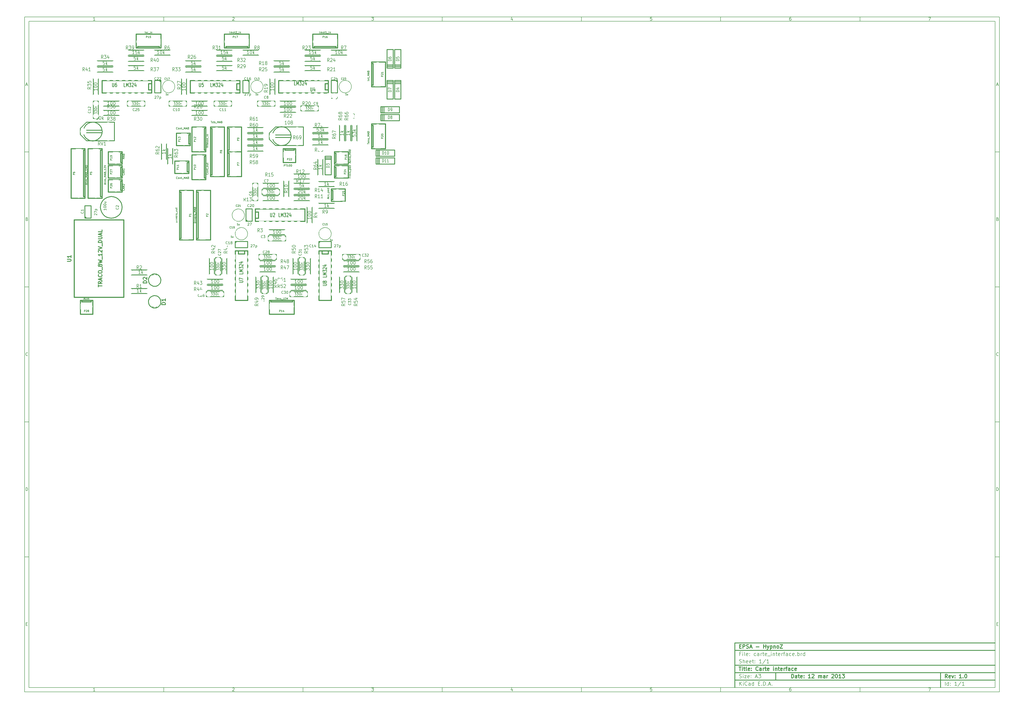
<source format=gto>
G04 (created by PCBNEW-RS274X (2012-01-19 BZR 3256)-stable) date 12/03/2013 15:58:58*
G01*
G70*
G90*
%MOIN*%
G04 Gerber Fmt 3.4, Leading zero omitted, Abs format*
%FSLAX34Y34*%
G04 APERTURE LIST*
%ADD10C,0.006000*%
%ADD11C,0.012000*%
%ADD12C,0.005000*%
%ADD13C,0.015000*%
%ADD14C,0.008000*%
%ADD15C,0.011300*%
%ADD16C,0.010000*%
%ADD17C,0.090000*%
%ADD18R,0.090000X0.090000*%
%ADD19R,0.082000X0.110000*%
%ADD20O,0.082000X0.110000*%
%ADD21R,0.110000X0.082000*%
%ADD22O,0.110000X0.082000*%
%ADD23C,0.235000*%
%ADD24R,0.105000X0.105000*%
%ADD25C,0.105000*%
%ADD26R,0.095000X0.095000*%
%ADD27C,0.095000*%
%ADD28R,0.075000X0.075000*%
%ADD29C,0.075000*%
%ADD30C,0.100000*%
%ADD31C,0.270000*%
G04 APERTURE END LIST*
G54D10*
X04000Y-04000D02*
X161350Y-04000D01*
X161350Y-113000D01*
X04000Y-113000D01*
X04000Y-04000D01*
X04700Y-04700D02*
X160650Y-04700D01*
X160650Y-112300D01*
X04700Y-112300D01*
X04700Y-04700D01*
X26470Y-04000D02*
X26470Y-04700D01*
X15383Y-04552D02*
X15097Y-04552D01*
X15240Y-04552D02*
X15240Y-04052D01*
X15192Y-04124D01*
X15145Y-04171D01*
X15097Y-04195D01*
X26470Y-113000D02*
X26470Y-112300D01*
X15383Y-112852D02*
X15097Y-112852D01*
X15240Y-112852D02*
X15240Y-112352D01*
X15192Y-112424D01*
X15145Y-112471D01*
X15097Y-112495D01*
X48940Y-04000D02*
X48940Y-04700D01*
X37567Y-04100D02*
X37591Y-04076D01*
X37639Y-04052D01*
X37758Y-04052D01*
X37805Y-04076D01*
X37829Y-04100D01*
X37853Y-04148D01*
X37853Y-04195D01*
X37829Y-04267D01*
X37543Y-04552D01*
X37853Y-04552D01*
X48940Y-113000D02*
X48940Y-112300D01*
X37567Y-112400D02*
X37591Y-112376D01*
X37639Y-112352D01*
X37758Y-112352D01*
X37805Y-112376D01*
X37829Y-112400D01*
X37853Y-112448D01*
X37853Y-112495D01*
X37829Y-112567D01*
X37543Y-112852D01*
X37853Y-112852D01*
X71410Y-04000D02*
X71410Y-04700D01*
X60013Y-04052D02*
X60323Y-04052D01*
X60156Y-04243D01*
X60228Y-04243D01*
X60275Y-04267D01*
X60299Y-04290D01*
X60323Y-04338D01*
X60323Y-04457D01*
X60299Y-04505D01*
X60275Y-04529D01*
X60228Y-04552D01*
X60085Y-04552D01*
X60037Y-04529D01*
X60013Y-04505D01*
X71410Y-113000D02*
X71410Y-112300D01*
X60013Y-112352D02*
X60323Y-112352D01*
X60156Y-112543D01*
X60228Y-112543D01*
X60275Y-112567D01*
X60299Y-112590D01*
X60323Y-112638D01*
X60323Y-112757D01*
X60299Y-112805D01*
X60275Y-112829D01*
X60228Y-112852D01*
X60085Y-112852D01*
X60037Y-112829D01*
X60013Y-112805D01*
X93880Y-04000D02*
X93880Y-04700D01*
X82745Y-04219D02*
X82745Y-04552D01*
X82626Y-04029D02*
X82507Y-04386D01*
X82817Y-04386D01*
X93880Y-113000D02*
X93880Y-112300D01*
X82745Y-112519D02*
X82745Y-112852D01*
X82626Y-112329D02*
X82507Y-112686D01*
X82817Y-112686D01*
X116350Y-04000D02*
X116350Y-04700D01*
X105239Y-04052D02*
X105001Y-04052D01*
X104977Y-04290D01*
X105001Y-04267D01*
X105049Y-04243D01*
X105168Y-04243D01*
X105215Y-04267D01*
X105239Y-04290D01*
X105263Y-04338D01*
X105263Y-04457D01*
X105239Y-04505D01*
X105215Y-04529D01*
X105168Y-04552D01*
X105049Y-04552D01*
X105001Y-04529D01*
X104977Y-04505D01*
X116350Y-113000D02*
X116350Y-112300D01*
X105239Y-112352D02*
X105001Y-112352D01*
X104977Y-112590D01*
X105001Y-112567D01*
X105049Y-112543D01*
X105168Y-112543D01*
X105215Y-112567D01*
X105239Y-112590D01*
X105263Y-112638D01*
X105263Y-112757D01*
X105239Y-112805D01*
X105215Y-112829D01*
X105168Y-112852D01*
X105049Y-112852D01*
X105001Y-112829D01*
X104977Y-112805D01*
X138820Y-04000D02*
X138820Y-04700D01*
X127685Y-04052D02*
X127590Y-04052D01*
X127542Y-04076D01*
X127519Y-04100D01*
X127471Y-04171D01*
X127447Y-04267D01*
X127447Y-04457D01*
X127471Y-04505D01*
X127495Y-04529D01*
X127542Y-04552D01*
X127638Y-04552D01*
X127685Y-04529D01*
X127709Y-04505D01*
X127733Y-04457D01*
X127733Y-04338D01*
X127709Y-04290D01*
X127685Y-04267D01*
X127638Y-04243D01*
X127542Y-04243D01*
X127495Y-04267D01*
X127471Y-04290D01*
X127447Y-04338D01*
X138820Y-113000D02*
X138820Y-112300D01*
X127685Y-112352D02*
X127590Y-112352D01*
X127542Y-112376D01*
X127519Y-112400D01*
X127471Y-112471D01*
X127447Y-112567D01*
X127447Y-112757D01*
X127471Y-112805D01*
X127495Y-112829D01*
X127542Y-112852D01*
X127638Y-112852D01*
X127685Y-112829D01*
X127709Y-112805D01*
X127733Y-112757D01*
X127733Y-112638D01*
X127709Y-112590D01*
X127685Y-112567D01*
X127638Y-112543D01*
X127542Y-112543D01*
X127495Y-112567D01*
X127471Y-112590D01*
X127447Y-112638D01*
X149893Y-04052D02*
X150227Y-04052D01*
X150012Y-04552D01*
X149893Y-112352D02*
X150227Y-112352D01*
X150012Y-112852D01*
X04000Y-25800D02*
X04700Y-25800D01*
X04231Y-14960D02*
X04469Y-14960D01*
X04184Y-15102D02*
X04350Y-14602D01*
X04517Y-15102D01*
X161350Y-25800D02*
X160650Y-25800D01*
X160881Y-14960D02*
X161119Y-14960D01*
X160834Y-15102D02*
X161000Y-14602D01*
X161167Y-15102D01*
X04000Y-47600D02*
X04700Y-47600D01*
X04386Y-36640D02*
X04457Y-36664D01*
X04481Y-36688D01*
X04505Y-36736D01*
X04505Y-36807D01*
X04481Y-36855D01*
X04457Y-36879D01*
X04410Y-36902D01*
X04219Y-36902D01*
X04219Y-36402D01*
X04386Y-36402D01*
X04433Y-36426D01*
X04457Y-36450D01*
X04481Y-36498D01*
X04481Y-36545D01*
X04457Y-36593D01*
X04433Y-36617D01*
X04386Y-36640D01*
X04219Y-36640D01*
X161350Y-47600D02*
X160650Y-47600D01*
X161036Y-36640D02*
X161107Y-36664D01*
X161131Y-36688D01*
X161155Y-36736D01*
X161155Y-36807D01*
X161131Y-36855D01*
X161107Y-36879D01*
X161060Y-36902D01*
X160869Y-36902D01*
X160869Y-36402D01*
X161036Y-36402D01*
X161083Y-36426D01*
X161107Y-36450D01*
X161131Y-36498D01*
X161131Y-36545D01*
X161107Y-36593D01*
X161083Y-36617D01*
X161036Y-36640D01*
X160869Y-36640D01*
X04000Y-69400D02*
X04700Y-69400D01*
X04505Y-58655D02*
X04481Y-58679D01*
X04410Y-58702D01*
X04362Y-58702D01*
X04290Y-58679D01*
X04243Y-58631D01*
X04219Y-58583D01*
X04195Y-58488D01*
X04195Y-58417D01*
X04219Y-58321D01*
X04243Y-58274D01*
X04290Y-58226D01*
X04362Y-58202D01*
X04410Y-58202D01*
X04481Y-58226D01*
X04505Y-58250D01*
X161350Y-69400D02*
X160650Y-69400D01*
X161155Y-58655D02*
X161131Y-58679D01*
X161060Y-58702D01*
X161012Y-58702D01*
X160940Y-58679D01*
X160893Y-58631D01*
X160869Y-58583D01*
X160845Y-58488D01*
X160845Y-58417D01*
X160869Y-58321D01*
X160893Y-58274D01*
X160940Y-58226D01*
X161012Y-58202D01*
X161060Y-58202D01*
X161131Y-58226D01*
X161155Y-58250D01*
X04000Y-91200D02*
X04700Y-91200D01*
X04219Y-80502D02*
X04219Y-80002D01*
X04338Y-80002D01*
X04410Y-80026D01*
X04457Y-80074D01*
X04481Y-80121D01*
X04505Y-80217D01*
X04505Y-80288D01*
X04481Y-80383D01*
X04457Y-80431D01*
X04410Y-80479D01*
X04338Y-80502D01*
X04219Y-80502D01*
X161350Y-91200D02*
X160650Y-91200D01*
X160869Y-80502D02*
X160869Y-80002D01*
X160988Y-80002D01*
X161060Y-80026D01*
X161107Y-80074D01*
X161131Y-80121D01*
X161155Y-80217D01*
X161155Y-80288D01*
X161131Y-80383D01*
X161107Y-80431D01*
X161060Y-80479D01*
X160988Y-80502D01*
X160869Y-80502D01*
X04243Y-102040D02*
X04410Y-102040D01*
X04481Y-102302D02*
X04243Y-102302D01*
X04243Y-101802D01*
X04481Y-101802D01*
X160893Y-102040D02*
X161060Y-102040D01*
X161131Y-102302D02*
X160893Y-102302D01*
X160893Y-101802D01*
X161131Y-101802D01*
G54D11*
X127793Y-110743D02*
X127793Y-110143D01*
X127936Y-110143D01*
X128021Y-110171D01*
X128079Y-110229D01*
X128107Y-110286D01*
X128136Y-110400D01*
X128136Y-110486D01*
X128107Y-110600D01*
X128079Y-110657D01*
X128021Y-110714D01*
X127936Y-110743D01*
X127793Y-110743D01*
X128650Y-110743D02*
X128650Y-110429D01*
X128621Y-110371D01*
X128564Y-110343D01*
X128450Y-110343D01*
X128393Y-110371D01*
X128650Y-110714D02*
X128593Y-110743D01*
X128450Y-110743D01*
X128393Y-110714D01*
X128364Y-110657D01*
X128364Y-110600D01*
X128393Y-110543D01*
X128450Y-110514D01*
X128593Y-110514D01*
X128650Y-110486D01*
X128850Y-110343D02*
X129079Y-110343D01*
X128936Y-110143D02*
X128936Y-110657D01*
X128964Y-110714D01*
X129022Y-110743D01*
X129079Y-110743D01*
X129507Y-110714D02*
X129450Y-110743D01*
X129336Y-110743D01*
X129279Y-110714D01*
X129250Y-110657D01*
X129250Y-110429D01*
X129279Y-110371D01*
X129336Y-110343D01*
X129450Y-110343D01*
X129507Y-110371D01*
X129536Y-110429D01*
X129536Y-110486D01*
X129250Y-110543D01*
X129793Y-110686D02*
X129821Y-110714D01*
X129793Y-110743D01*
X129764Y-110714D01*
X129793Y-110686D01*
X129793Y-110743D01*
X129793Y-110371D02*
X129821Y-110400D01*
X129793Y-110429D01*
X129764Y-110400D01*
X129793Y-110371D01*
X129793Y-110429D01*
X130850Y-110743D02*
X130507Y-110743D01*
X130679Y-110743D02*
X130679Y-110143D01*
X130622Y-110229D01*
X130564Y-110286D01*
X130507Y-110314D01*
X131078Y-110200D02*
X131107Y-110171D01*
X131164Y-110143D01*
X131307Y-110143D01*
X131364Y-110171D01*
X131393Y-110200D01*
X131421Y-110257D01*
X131421Y-110314D01*
X131393Y-110400D01*
X131050Y-110743D01*
X131421Y-110743D01*
X132135Y-110743D02*
X132135Y-110343D01*
X132135Y-110400D02*
X132163Y-110371D01*
X132221Y-110343D01*
X132306Y-110343D01*
X132363Y-110371D01*
X132392Y-110429D01*
X132392Y-110743D01*
X132392Y-110429D02*
X132421Y-110371D01*
X132478Y-110343D01*
X132563Y-110343D01*
X132621Y-110371D01*
X132649Y-110429D01*
X132649Y-110743D01*
X133192Y-110743D02*
X133192Y-110429D01*
X133163Y-110371D01*
X133106Y-110343D01*
X132992Y-110343D01*
X132935Y-110371D01*
X133192Y-110714D02*
X133135Y-110743D01*
X132992Y-110743D01*
X132935Y-110714D01*
X132906Y-110657D01*
X132906Y-110600D01*
X132935Y-110543D01*
X132992Y-110514D01*
X133135Y-110514D01*
X133192Y-110486D01*
X133478Y-110743D02*
X133478Y-110343D01*
X133478Y-110457D02*
X133506Y-110400D01*
X133535Y-110371D01*
X133592Y-110343D01*
X133649Y-110343D01*
X134277Y-110200D02*
X134306Y-110171D01*
X134363Y-110143D01*
X134506Y-110143D01*
X134563Y-110171D01*
X134592Y-110200D01*
X134620Y-110257D01*
X134620Y-110314D01*
X134592Y-110400D01*
X134249Y-110743D01*
X134620Y-110743D01*
X134991Y-110143D02*
X135048Y-110143D01*
X135105Y-110171D01*
X135134Y-110200D01*
X135163Y-110257D01*
X135191Y-110371D01*
X135191Y-110514D01*
X135163Y-110629D01*
X135134Y-110686D01*
X135105Y-110714D01*
X135048Y-110743D01*
X134991Y-110743D01*
X134934Y-110714D01*
X134905Y-110686D01*
X134877Y-110629D01*
X134848Y-110514D01*
X134848Y-110371D01*
X134877Y-110257D01*
X134905Y-110200D01*
X134934Y-110171D01*
X134991Y-110143D01*
X135762Y-110743D02*
X135419Y-110743D01*
X135591Y-110743D02*
X135591Y-110143D01*
X135534Y-110229D01*
X135476Y-110286D01*
X135419Y-110314D01*
X135962Y-110143D02*
X136333Y-110143D01*
X136133Y-110371D01*
X136219Y-110371D01*
X136276Y-110400D01*
X136305Y-110429D01*
X136333Y-110486D01*
X136333Y-110629D01*
X136305Y-110686D01*
X136276Y-110714D01*
X136219Y-110743D01*
X136047Y-110743D01*
X135990Y-110714D01*
X135962Y-110686D01*
G54D10*
X119393Y-111943D02*
X119393Y-111343D01*
X119736Y-111943D02*
X119479Y-111600D01*
X119736Y-111343D02*
X119393Y-111686D01*
X119993Y-111943D02*
X119993Y-111543D01*
X119993Y-111343D02*
X119964Y-111371D01*
X119993Y-111400D01*
X120021Y-111371D01*
X119993Y-111343D01*
X119993Y-111400D01*
X120622Y-111886D02*
X120593Y-111914D01*
X120507Y-111943D01*
X120450Y-111943D01*
X120365Y-111914D01*
X120307Y-111857D01*
X120279Y-111800D01*
X120250Y-111686D01*
X120250Y-111600D01*
X120279Y-111486D01*
X120307Y-111429D01*
X120365Y-111371D01*
X120450Y-111343D01*
X120507Y-111343D01*
X120593Y-111371D01*
X120622Y-111400D01*
X121136Y-111943D02*
X121136Y-111629D01*
X121107Y-111571D01*
X121050Y-111543D01*
X120936Y-111543D01*
X120879Y-111571D01*
X121136Y-111914D02*
X121079Y-111943D01*
X120936Y-111943D01*
X120879Y-111914D01*
X120850Y-111857D01*
X120850Y-111800D01*
X120879Y-111743D01*
X120936Y-111714D01*
X121079Y-111714D01*
X121136Y-111686D01*
X121679Y-111943D02*
X121679Y-111343D01*
X121679Y-111914D02*
X121622Y-111943D01*
X121508Y-111943D01*
X121450Y-111914D01*
X121422Y-111886D01*
X121393Y-111829D01*
X121393Y-111657D01*
X121422Y-111600D01*
X121450Y-111571D01*
X121508Y-111543D01*
X121622Y-111543D01*
X121679Y-111571D01*
X122422Y-111629D02*
X122622Y-111629D01*
X122708Y-111943D02*
X122422Y-111943D01*
X122422Y-111343D01*
X122708Y-111343D01*
X122965Y-111886D02*
X122993Y-111914D01*
X122965Y-111943D01*
X122936Y-111914D01*
X122965Y-111886D01*
X122965Y-111943D01*
X123251Y-111943D02*
X123251Y-111343D01*
X123394Y-111343D01*
X123479Y-111371D01*
X123537Y-111429D01*
X123565Y-111486D01*
X123594Y-111600D01*
X123594Y-111686D01*
X123565Y-111800D01*
X123537Y-111857D01*
X123479Y-111914D01*
X123394Y-111943D01*
X123251Y-111943D01*
X123851Y-111886D02*
X123879Y-111914D01*
X123851Y-111943D01*
X123822Y-111914D01*
X123851Y-111886D01*
X123851Y-111943D01*
X124108Y-111771D02*
X124394Y-111771D01*
X124051Y-111943D02*
X124251Y-111343D01*
X124451Y-111943D01*
X124651Y-111886D02*
X124679Y-111914D01*
X124651Y-111943D01*
X124622Y-111914D01*
X124651Y-111886D01*
X124651Y-111943D01*
G54D11*
X152936Y-110743D02*
X152736Y-110457D01*
X152593Y-110743D02*
X152593Y-110143D01*
X152821Y-110143D01*
X152879Y-110171D01*
X152907Y-110200D01*
X152936Y-110257D01*
X152936Y-110343D01*
X152907Y-110400D01*
X152879Y-110429D01*
X152821Y-110457D01*
X152593Y-110457D01*
X153421Y-110714D02*
X153364Y-110743D01*
X153250Y-110743D01*
X153193Y-110714D01*
X153164Y-110657D01*
X153164Y-110429D01*
X153193Y-110371D01*
X153250Y-110343D01*
X153364Y-110343D01*
X153421Y-110371D01*
X153450Y-110429D01*
X153450Y-110486D01*
X153164Y-110543D01*
X153650Y-110343D02*
X153793Y-110743D01*
X153935Y-110343D01*
X154164Y-110686D02*
X154192Y-110714D01*
X154164Y-110743D01*
X154135Y-110714D01*
X154164Y-110686D01*
X154164Y-110743D01*
X154164Y-110371D02*
X154192Y-110400D01*
X154164Y-110429D01*
X154135Y-110400D01*
X154164Y-110371D01*
X154164Y-110429D01*
X155221Y-110743D02*
X154878Y-110743D01*
X155050Y-110743D02*
X155050Y-110143D01*
X154993Y-110229D01*
X154935Y-110286D01*
X154878Y-110314D01*
X155478Y-110686D02*
X155506Y-110714D01*
X155478Y-110743D01*
X155449Y-110714D01*
X155478Y-110686D01*
X155478Y-110743D01*
X155878Y-110143D02*
X155935Y-110143D01*
X155992Y-110171D01*
X156021Y-110200D01*
X156050Y-110257D01*
X156078Y-110371D01*
X156078Y-110514D01*
X156050Y-110629D01*
X156021Y-110686D01*
X155992Y-110714D01*
X155935Y-110743D01*
X155878Y-110743D01*
X155821Y-110714D01*
X155792Y-110686D01*
X155764Y-110629D01*
X155735Y-110514D01*
X155735Y-110371D01*
X155764Y-110257D01*
X155792Y-110200D01*
X155821Y-110171D01*
X155878Y-110143D01*
G54D10*
X119364Y-110714D02*
X119450Y-110743D01*
X119593Y-110743D01*
X119650Y-110714D01*
X119679Y-110686D01*
X119707Y-110629D01*
X119707Y-110571D01*
X119679Y-110514D01*
X119650Y-110486D01*
X119593Y-110457D01*
X119479Y-110429D01*
X119421Y-110400D01*
X119393Y-110371D01*
X119364Y-110314D01*
X119364Y-110257D01*
X119393Y-110200D01*
X119421Y-110171D01*
X119479Y-110143D01*
X119621Y-110143D01*
X119707Y-110171D01*
X119964Y-110743D02*
X119964Y-110343D01*
X119964Y-110143D02*
X119935Y-110171D01*
X119964Y-110200D01*
X119992Y-110171D01*
X119964Y-110143D01*
X119964Y-110200D01*
X120193Y-110343D02*
X120507Y-110343D01*
X120193Y-110743D01*
X120507Y-110743D01*
X120964Y-110714D02*
X120907Y-110743D01*
X120793Y-110743D01*
X120736Y-110714D01*
X120707Y-110657D01*
X120707Y-110429D01*
X120736Y-110371D01*
X120793Y-110343D01*
X120907Y-110343D01*
X120964Y-110371D01*
X120993Y-110429D01*
X120993Y-110486D01*
X120707Y-110543D01*
X121250Y-110686D02*
X121278Y-110714D01*
X121250Y-110743D01*
X121221Y-110714D01*
X121250Y-110686D01*
X121250Y-110743D01*
X121250Y-110371D02*
X121278Y-110400D01*
X121250Y-110429D01*
X121221Y-110400D01*
X121250Y-110371D01*
X121250Y-110429D01*
X121964Y-110571D02*
X122250Y-110571D01*
X121907Y-110743D02*
X122107Y-110143D01*
X122307Y-110743D01*
X122450Y-110143D02*
X122821Y-110143D01*
X122621Y-110371D01*
X122707Y-110371D01*
X122764Y-110400D01*
X122793Y-110429D01*
X122821Y-110486D01*
X122821Y-110629D01*
X122793Y-110686D01*
X122764Y-110714D01*
X122707Y-110743D01*
X122535Y-110743D01*
X122478Y-110714D01*
X122450Y-110686D01*
X152593Y-111943D02*
X152593Y-111343D01*
X153136Y-111943D02*
X153136Y-111343D01*
X153136Y-111914D02*
X153079Y-111943D01*
X152965Y-111943D01*
X152907Y-111914D01*
X152879Y-111886D01*
X152850Y-111829D01*
X152850Y-111657D01*
X152879Y-111600D01*
X152907Y-111571D01*
X152965Y-111543D01*
X153079Y-111543D01*
X153136Y-111571D01*
X153422Y-111886D02*
X153450Y-111914D01*
X153422Y-111943D01*
X153393Y-111914D01*
X153422Y-111886D01*
X153422Y-111943D01*
X153422Y-111571D02*
X153450Y-111600D01*
X153422Y-111629D01*
X153393Y-111600D01*
X153422Y-111571D01*
X153422Y-111629D01*
X154479Y-111943D02*
X154136Y-111943D01*
X154308Y-111943D02*
X154308Y-111343D01*
X154251Y-111429D01*
X154193Y-111486D01*
X154136Y-111514D01*
X155164Y-111314D02*
X154650Y-112086D01*
X155679Y-111943D02*
X155336Y-111943D01*
X155508Y-111943D02*
X155508Y-111343D01*
X155451Y-111429D01*
X155393Y-111486D01*
X155336Y-111514D01*
G54D11*
X119307Y-108943D02*
X119650Y-108943D01*
X119479Y-109543D02*
X119479Y-108943D01*
X119850Y-109543D02*
X119850Y-109143D01*
X119850Y-108943D02*
X119821Y-108971D01*
X119850Y-109000D01*
X119878Y-108971D01*
X119850Y-108943D01*
X119850Y-109000D01*
X120050Y-109143D02*
X120279Y-109143D01*
X120136Y-108943D02*
X120136Y-109457D01*
X120164Y-109514D01*
X120222Y-109543D01*
X120279Y-109543D01*
X120565Y-109543D02*
X120507Y-109514D01*
X120479Y-109457D01*
X120479Y-108943D01*
X121021Y-109514D02*
X120964Y-109543D01*
X120850Y-109543D01*
X120793Y-109514D01*
X120764Y-109457D01*
X120764Y-109229D01*
X120793Y-109171D01*
X120850Y-109143D01*
X120964Y-109143D01*
X121021Y-109171D01*
X121050Y-109229D01*
X121050Y-109286D01*
X120764Y-109343D01*
X121307Y-109486D02*
X121335Y-109514D01*
X121307Y-109543D01*
X121278Y-109514D01*
X121307Y-109486D01*
X121307Y-109543D01*
X121307Y-109171D02*
X121335Y-109200D01*
X121307Y-109229D01*
X121278Y-109200D01*
X121307Y-109171D01*
X121307Y-109229D01*
X122393Y-109486D02*
X122364Y-109514D01*
X122278Y-109543D01*
X122221Y-109543D01*
X122136Y-109514D01*
X122078Y-109457D01*
X122050Y-109400D01*
X122021Y-109286D01*
X122021Y-109200D01*
X122050Y-109086D01*
X122078Y-109029D01*
X122136Y-108971D01*
X122221Y-108943D01*
X122278Y-108943D01*
X122364Y-108971D01*
X122393Y-109000D01*
X122907Y-109543D02*
X122907Y-109229D01*
X122878Y-109171D01*
X122821Y-109143D01*
X122707Y-109143D01*
X122650Y-109171D01*
X122907Y-109514D02*
X122850Y-109543D01*
X122707Y-109543D01*
X122650Y-109514D01*
X122621Y-109457D01*
X122621Y-109400D01*
X122650Y-109343D01*
X122707Y-109314D01*
X122850Y-109314D01*
X122907Y-109286D01*
X123193Y-109543D02*
X123193Y-109143D01*
X123193Y-109257D02*
X123221Y-109200D01*
X123250Y-109171D01*
X123307Y-109143D01*
X123364Y-109143D01*
X123478Y-109143D02*
X123707Y-109143D01*
X123564Y-108943D02*
X123564Y-109457D01*
X123592Y-109514D01*
X123650Y-109543D01*
X123707Y-109543D01*
X124135Y-109514D02*
X124078Y-109543D01*
X123964Y-109543D01*
X123907Y-109514D01*
X123878Y-109457D01*
X123878Y-109229D01*
X123907Y-109171D01*
X123964Y-109143D01*
X124078Y-109143D01*
X124135Y-109171D01*
X124164Y-109229D01*
X124164Y-109286D01*
X123878Y-109343D01*
X124878Y-109543D02*
X124878Y-109143D01*
X124878Y-108943D02*
X124849Y-108971D01*
X124878Y-109000D01*
X124906Y-108971D01*
X124878Y-108943D01*
X124878Y-109000D01*
X125164Y-109143D02*
X125164Y-109543D01*
X125164Y-109200D02*
X125192Y-109171D01*
X125250Y-109143D01*
X125335Y-109143D01*
X125392Y-109171D01*
X125421Y-109229D01*
X125421Y-109543D01*
X125621Y-109143D02*
X125850Y-109143D01*
X125707Y-108943D02*
X125707Y-109457D01*
X125735Y-109514D01*
X125793Y-109543D01*
X125850Y-109543D01*
X126278Y-109514D02*
X126221Y-109543D01*
X126107Y-109543D01*
X126050Y-109514D01*
X126021Y-109457D01*
X126021Y-109229D01*
X126050Y-109171D01*
X126107Y-109143D01*
X126221Y-109143D01*
X126278Y-109171D01*
X126307Y-109229D01*
X126307Y-109286D01*
X126021Y-109343D01*
X126564Y-109543D02*
X126564Y-109143D01*
X126564Y-109257D02*
X126592Y-109200D01*
X126621Y-109171D01*
X126678Y-109143D01*
X126735Y-109143D01*
X126849Y-109143D02*
X127078Y-109143D01*
X126935Y-109543D02*
X126935Y-109029D01*
X126963Y-108971D01*
X127021Y-108943D01*
X127078Y-108943D01*
X127535Y-109543D02*
X127535Y-109229D01*
X127506Y-109171D01*
X127449Y-109143D01*
X127335Y-109143D01*
X127278Y-109171D01*
X127535Y-109514D02*
X127478Y-109543D01*
X127335Y-109543D01*
X127278Y-109514D01*
X127249Y-109457D01*
X127249Y-109400D01*
X127278Y-109343D01*
X127335Y-109314D01*
X127478Y-109314D01*
X127535Y-109286D01*
X128078Y-109514D02*
X128021Y-109543D01*
X127907Y-109543D01*
X127849Y-109514D01*
X127821Y-109486D01*
X127792Y-109429D01*
X127792Y-109257D01*
X127821Y-109200D01*
X127849Y-109171D01*
X127907Y-109143D01*
X128021Y-109143D01*
X128078Y-109171D01*
X128563Y-109514D02*
X128506Y-109543D01*
X128392Y-109543D01*
X128335Y-109514D01*
X128306Y-109457D01*
X128306Y-109229D01*
X128335Y-109171D01*
X128392Y-109143D01*
X128506Y-109143D01*
X128563Y-109171D01*
X128592Y-109229D01*
X128592Y-109286D01*
X128306Y-109343D01*
G54D10*
X119593Y-106829D02*
X119393Y-106829D01*
X119393Y-107143D02*
X119393Y-106543D01*
X119679Y-106543D01*
X119907Y-107143D02*
X119907Y-106743D01*
X119907Y-106543D02*
X119878Y-106571D01*
X119907Y-106600D01*
X119935Y-106571D01*
X119907Y-106543D01*
X119907Y-106600D01*
X120279Y-107143D02*
X120221Y-107114D01*
X120193Y-107057D01*
X120193Y-106543D01*
X120735Y-107114D02*
X120678Y-107143D01*
X120564Y-107143D01*
X120507Y-107114D01*
X120478Y-107057D01*
X120478Y-106829D01*
X120507Y-106771D01*
X120564Y-106743D01*
X120678Y-106743D01*
X120735Y-106771D01*
X120764Y-106829D01*
X120764Y-106886D01*
X120478Y-106943D01*
X121021Y-107086D02*
X121049Y-107114D01*
X121021Y-107143D01*
X120992Y-107114D01*
X121021Y-107086D01*
X121021Y-107143D01*
X121021Y-106771D02*
X121049Y-106800D01*
X121021Y-106829D01*
X120992Y-106800D01*
X121021Y-106771D01*
X121021Y-106829D01*
X122021Y-107114D02*
X121964Y-107143D01*
X121850Y-107143D01*
X121792Y-107114D01*
X121764Y-107086D01*
X121735Y-107029D01*
X121735Y-106857D01*
X121764Y-106800D01*
X121792Y-106771D01*
X121850Y-106743D01*
X121964Y-106743D01*
X122021Y-106771D01*
X122535Y-107143D02*
X122535Y-106829D01*
X122506Y-106771D01*
X122449Y-106743D01*
X122335Y-106743D01*
X122278Y-106771D01*
X122535Y-107114D02*
X122478Y-107143D01*
X122335Y-107143D01*
X122278Y-107114D01*
X122249Y-107057D01*
X122249Y-107000D01*
X122278Y-106943D01*
X122335Y-106914D01*
X122478Y-106914D01*
X122535Y-106886D01*
X122821Y-107143D02*
X122821Y-106743D01*
X122821Y-106857D02*
X122849Y-106800D01*
X122878Y-106771D01*
X122935Y-106743D01*
X122992Y-106743D01*
X123106Y-106743D02*
X123335Y-106743D01*
X123192Y-106543D02*
X123192Y-107057D01*
X123220Y-107114D01*
X123278Y-107143D01*
X123335Y-107143D01*
X123763Y-107114D02*
X123706Y-107143D01*
X123592Y-107143D01*
X123535Y-107114D01*
X123506Y-107057D01*
X123506Y-106829D01*
X123535Y-106771D01*
X123592Y-106743D01*
X123706Y-106743D01*
X123763Y-106771D01*
X123792Y-106829D01*
X123792Y-106886D01*
X123506Y-106943D01*
X123906Y-107200D02*
X124363Y-107200D01*
X124506Y-107143D02*
X124506Y-106743D01*
X124506Y-106543D02*
X124477Y-106571D01*
X124506Y-106600D01*
X124534Y-106571D01*
X124506Y-106543D01*
X124506Y-106600D01*
X124792Y-106743D02*
X124792Y-107143D01*
X124792Y-106800D02*
X124820Y-106771D01*
X124878Y-106743D01*
X124963Y-106743D01*
X125020Y-106771D01*
X125049Y-106829D01*
X125049Y-107143D01*
X125249Y-106743D02*
X125478Y-106743D01*
X125335Y-106543D02*
X125335Y-107057D01*
X125363Y-107114D01*
X125421Y-107143D01*
X125478Y-107143D01*
X125906Y-107114D02*
X125849Y-107143D01*
X125735Y-107143D01*
X125678Y-107114D01*
X125649Y-107057D01*
X125649Y-106829D01*
X125678Y-106771D01*
X125735Y-106743D01*
X125849Y-106743D01*
X125906Y-106771D01*
X125935Y-106829D01*
X125935Y-106886D01*
X125649Y-106943D01*
X126192Y-107143D02*
X126192Y-106743D01*
X126192Y-106857D02*
X126220Y-106800D01*
X126249Y-106771D01*
X126306Y-106743D01*
X126363Y-106743D01*
X126477Y-106743D02*
X126706Y-106743D01*
X126563Y-107143D02*
X126563Y-106629D01*
X126591Y-106571D01*
X126649Y-106543D01*
X126706Y-106543D01*
X127163Y-107143D02*
X127163Y-106829D01*
X127134Y-106771D01*
X127077Y-106743D01*
X126963Y-106743D01*
X126906Y-106771D01*
X127163Y-107114D02*
X127106Y-107143D01*
X126963Y-107143D01*
X126906Y-107114D01*
X126877Y-107057D01*
X126877Y-107000D01*
X126906Y-106943D01*
X126963Y-106914D01*
X127106Y-106914D01*
X127163Y-106886D01*
X127706Y-107114D02*
X127649Y-107143D01*
X127535Y-107143D01*
X127477Y-107114D01*
X127449Y-107086D01*
X127420Y-107029D01*
X127420Y-106857D01*
X127449Y-106800D01*
X127477Y-106771D01*
X127535Y-106743D01*
X127649Y-106743D01*
X127706Y-106771D01*
X128191Y-107114D02*
X128134Y-107143D01*
X128020Y-107143D01*
X127963Y-107114D01*
X127934Y-107057D01*
X127934Y-106829D01*
X127963Y-106771D01*
X128020Y-106743D01*
X128134Y-106743D01*
X128191Y-106771D01*
X128220Y-106829D01*
X128220Y-106886D01*
X127934Y-106943D01*
X128477Y-107086D02*
X128505Y-107114D01*
X128477Y-107143D01*
X128448Y-107114D01*
X128477Y-107086D01*
X128477Y-107143D01*
X128763Y-107143D02*
X128763Y-106543D01*
X128763Y-106771D02*
X128820Y-106743D01*
X128934Y-106743D01*
X128991Y-106771D01*
X129020Y-106800D01*
X129049Y-106857D01*
X129049Y-107029D01*
X129020Y-107086D01*
X128991Y-107114D01*
X128934Y-107143D01*
X128820Y-107143D01*
X128763Y-107114D01*
X129306Y-107143D02*
X129306Y-106743D01*
X129306Y-106857D02*
X129334Y-106800D01*
X129363Y-106771D01*
X129420Y-106743D01*
X129477Y-106743D01*
X129934Y-107143D02*
X129934Y-106543D01*
X129934Y-107114D02*
X129877Y-107143D01*
X129763Y-107143D01*
X129705Y-107114D01*
X129677Y-107086D01*
X129648Y-107029D01*
X129648Y-106857D01*
X129677Y-106800D01*
X129705Y-106771D01*
X129763Y-106743D01*
X129877Y-106743D01*
X129934Y-106771D01*
X119364Y-108314D02*
X119450Y-108343D01*
X119593Y-108343D01*
X119650Y-108314D01*
X119679Y-108286D01*
X119707Y-108229D01*
X119707Y-108171D01*
X119679Y-108114D01*
X119650Y-108086D01*
X119593Y-108057D01*
X119479Y-108029D01*
X119421Y-108000D01*
X119393Y-107971D01*
X119364Y-107914D01*
X119364Y-107857D01*
X119393Y-107800D01*
X119421Y-107771D01*
X119479Y-107743D01*
X119621Y-107743D01*
X119707Y-107771D01*
X119964Y-108343D02*
X119964Y-107743D01*
X120221Y-108343D02*
X120221Y-108029D01*
X120192Y-107971D01*
X120135Y-107943D01*
X120050Y-107943D01*
X119992Y-107971D01*
X119964Y-108000D01*
X120735Y-108314D02*
X120678Y-108343D01*
X120564Y-108343D01*
X120507Y-108314D01*
X120478Y-108257D01*
X120478Y-108029D01*
X120507Y-107971D01*
X120564Y-107943D01*
X120678Y-107943D01*
X120735Y-107971D01*
X120764Y-108029D01*
X120764Y-108086D01*
X120478Y-108143D01*
X121249Y-108314D02*
X121192Y-108343D01*
X121078Y-108343D01*
X121021Y-108314D01*
X120992Y-108257D01*
X120992Y-108029D01*
X121021Y-107971D01*
X121078Y-107943D01*
X121192Y-107943D01*
X121249Y-107971D01*
X121278Y-108029D01*
X121278Y-108086D01*
X120992Y-108143D01*
X121449Y-107943D02*
X121678Y-107943D01*
X121535Y-107743D02*
X121535Y-108257D01*
X121563Y-108314D01*
X121621Y-108343D01*
X121678Y-108343D01*
X121878Y-108286D02*
X121906Y-108314D01*
X121878Y-108343D01*
X121849Y-108314D01*
X121878Y-108286D01*
X121878Y-108343D01*
X121878Y-107971D02*
X121906Y-108000D01*
X121878Y-108029D01*
X121849Y-108000D01*
X121878Y-107971D01*
X121878Y-108029D01*
X122935Y-108343D02*
X122592Y-108343D01*
X122764Y-108343D02*
X122764Y-107743D01*
X122707Y-107829D01*
X122649Y-107886D01*
X122592Y-107914D01*
X123620Y-107714D02*
X123106Y-108486D01*
X124135Y-108343D02*
X123792Y-108343D01*
X123964Y-108343D02*
X123964Y-107743D01*
X123907Y-107829D01*
X123849Y-107886D01*
X123792Y-107914D01*
G54D11*
X119393Y-105629D02*
X119593Y-105629D01*
X119679Y-105943D02*
X119393Y-105943D01*
X119393Y-105343D01*
X119679Y-105343D01*
X119936Y-105943D02*
X119936Y-105343D01*
X120164Y-105343D01*
X120222Y-105371D01*
X120250Y-105400D01*
X120279Y-105457D01*
X120279Y-105543D01*
X120250Y-105600D01*
X120222Y-105629D01*
X120164Y-105657D01*
X119936Y-105657D01*
X120507Y-105914D02*
X120593Y-105943D01*
X120736Y-105943D01*
X120793Y-105914D01*
X120822Y-105886D01*
X120850Y-105829D01*
X120850Y-105771D01*
X120822Y-105714D01*
X120793Y-105686D01*
X120736Y-105657D01*
X120622Y-105629D01*
X120564Y-105600D01*
X120536Y-105571D01*
X120507Y-105514D01*
X120507Y-105457D01*
X120536Y-105400D01*
X120564Y-105371D01*
X120622Y-105343D01*
X120764Y-105343D01*
X120850Y-105371D01*
X121078Y-105771D02*
X121364Y-105771D01*
X121021Y-105943D02*
X121221Y-105343D01*
X121421Y-105943D01*
X122078Y-105714D02*
X122535Y-105714D01*
X123278Y-105943D02*
X123278Y-105343D01*
X123278Y-105629D02*
X123621Y-105629D01*
X123621Y-105943D02*
X123621Y-105343D01*
X123850Y-105543D02*
X123993Y-105943D01*
X124135Y-105543D02*
X123993Y-105943D01*
X123935Y-106086D01*
X123907Y-106114D01*
X123850Y-106143D01*
X124364Y-105543D02*
X124364Y-106143D01*
X124364Y-105571D02*
X124421Y-105543D01*
X124535Y-105543D01*
X124592Y-105571D01*
X124621Y-105600D01*
X124650Y-105657D01*
X124650Y-105829D01*
X124621Y-105886D01*
X124592Y-105914D01*
X124535Y-105943D01*
X124421Y-105943D01*
X124364Y-105914D01*
X124907Y-105543D02*
X124907Y-105943D01*
X124907Y-105600D02*
X124935Y-105571D01*
X124993Y-105543D01*
X125078Y-105543D01*
X125135Y-105571D01*
X125164Y-105629D01*
X125164Y-105943D01*
X125536Y-105943D02*
X125478Y-105914D01*
X125450Y-105886D01*
X125421Y-105829D01*
X125421Y-105657D01*
X125450Y-105600D01*
X125478Y-105571D01*
X125536Y-105543D01*
X125621Y-105543D01*
X125678Y-105571D01*
X125707Y-105600D01*
X125736Y-105657D01*
X125736Y-105829D01*
X125707Y-105886D01*
X125678Y-105914D01*
X125621Y-105943D01*
X125536Y-105943D01*
X125936Y-105343D02*
X126336Y-105343D01*
X125936Y-105943D01*
X126336Y-105943D01*
X118650Y-105100D02*
X118650Y-112300D01*
X118650Y-106300D02*
X160650Y-106300D01*
X118650Y-105100D02*
X160650Y-105100D01*
X118650Y-108700D02*
X160650Y-108700D01*
X151850Y-109900D02*
X151850Y-112300D01*
X118650Y-111100D02*
X160650Y-111100D01*
X118650Y-109900D02*
X160650Y-109900D01*
X125250Y-109900D02*
X125250Y-111100D01*
X13750Y-36480D02*
X13750Y-34500D01*
X13750Y-34500D02*
X14750Y-34500D01*
X14750Y-34500D02*
X14750Y-36500D01*
X14750Y-36500D02*
X13750Y-36500D01*
X14000Y-36500D02*
X13750Y-36250D01*
X26000Y-14270D02*
X26000Y-16250D01*
X26000Y-16250D02*
X25000Y-16250D01*
X25000Y-16250D02*
X25000Y-14250D01*
X25000Y-14250D02*
X26000Y-14250D01*
X25750Y-14250D02*
X26000Y-14500D01*
X39750Y-36980D02*
X39750Y-35000D01*
X39750Y-35000D02*
X40750Y-35000D01*
X40750Y-35000D02*
X40750Y-37000D01*
X40750Y-37000D02*
X39750Y-37000D01*
X40000Y-37000D02*
X39750Y-36750D01*
X38020Y-40250D02*
X40000Y-40250D01*
X40000Y-40250D02*
X40000Y-41250D01*
X40000Y-41250D02*
X38000Y-41250D01*
X38000Y-41250D02*
X38000Y-40250D01*
X38000Y-40500D02*
X38250Y-40250D01*
X40250Y-14270D02*
X40250Y-16250D01*
X40250Y-16250D02*
X39250Y-16250D01*
X39250Y-16250D02*
X39250Y-14250D01*
X39250Y-14250D02*
X40250Y-14250D01*
X40000Y-14250D02*
X40250Y-14500D01*
X51520Y-40250D02*
X53500Y-40250D01*
X53500Y-40250D02*
X53500Y-41250D01*
X53500Y-41250D02*
X51500Y-41250D01*
X51500Y-41250D02*
X51500Y-40250D01*
X51500Y-40500D02*
X51750Y-40250D01*
G54D12*
X28251Y-15250D02*
X28231Y-15444D01*
X28175Y-15631D01*
X28083Y-15803D01*
X27960Y-15955D01*
X27809Y-16079D01*
X27637Y-16172D01*
X27451Y-16230D01*
X27256Y-16250D01*
X27063Y-16233D01*
X26876Y-16178D01*
X26702Y-16087D01*
X26550Y-15965D01*
X26425Y-15815D01*
X26330Y-15644D01*
X26271Y-15458D01*
X26250Y-15263D01*
X26266Y-15070D01*
X26320Y-14882D01*
X26409Y-14708D01*
X26530Y-14555D01*
X26679Y-14429D01*
X26850Y-14333D01*
X27036Y-14273D01*
X27230Y-14250D01*
X27423Y-14265D01*
X27611Y-14317D01*
X27786Y-14405D01*
X27940Y-14526D01*
X28067Y-14673D01*
X28164Y-14843D01*
X28226Y-15029D01*
X28250Y-15223D01*
X28251Y-15250D01*
X40001Y-39000D02*
X39981Y-39194D01*
X39925Y-39381D01*
X39833Y-39553D01*
X39710Y-39705D01*
X39559Y-39829D01*
X39387Y-39922D01*
X39201Y-39980D01*
X39006Y-40000D01*
X38813Y-39983D01*
X38626Y-39928D01*
X38452Y-39837D01*
X38300Y-39715D01*
X38175Y-39565D01*
X38080Y-39394D01*
X38021Y-39208D01*
X38000Y-39013D01*
X38016Y-38820D01*
X38070Y-38632D01*
X38159Y-38458D01*
X38280Y-38305D01*
X38429Y-38179D01*
X38600Y-38083D01*
X38786Y-38023D01*
X38980Y-38000D01*
X39173Y-38015D01*
X39361Y-38067D01*
X39536Y-38155D01*
X39690Y-38276D01*
X39817Y-38423D01*
X39914Y-38593D01*
X39976Y-38779D01*
X40000Y-38973D01*
X40001Y-39000D01*
X53501Y-39000D02*
X53481Y-39194D01*
X53425Y-39381D01*
X53333Y-39553D01*
X53210Y-39705D01*
X53059Y-39829D01*
X52887Y-39922D01*
X52701Y-39980D01*
X52506Y-40000D01*
X52313Y-39983D01*
X52126Y-39928D01*
X51952Y-39837D01*
X51800Y-39715D01*
X51675Y-39565D01*
X51580Y-39394D01*
X51521Y-39208D01*
X51500Y-39013D01*
X51516Y-38820D01*
X51570Y-38632D01*
X51659Y-38458D01*
X51780Y-38305D01*
X51929Y-38179D01*
X52100Y-38083D01*
X52286Y-38023D01*
X52480Y-38000D01*
X52673Y-38015D01*
X52861Y-38067D01*
X53036Y-38155D01*
X53190Y-38276D01*
X53317Y-38423D01*
X53414Y-38593D01*
X53476Y-38779D01*
X53500Y-38973D01*
X53501Y-39000D01*
X42501Y-15250D02*
X42481Y-15444D01*
X42425Y-15631D01*
X42333Y-15803D01*
X42210Y-15955D01*
X42059Y-16079D01*
X41887Y-16172D01*
X41701Y-16230D01*
X41506Y-16250D01*
X41313Y-16233D01*
X41126Y-16178D01*
X40952Y-16087D01*
X40800Y-15965D01*
X40675Y-15815D01*
X40580Y-15644D01*
X40521Y-15458D01*
X40500Y-15263D01*
X40516Y-15070D01*
X40570Y-14882D01*
X40659Y-14708D01*
X40780Y-14555D01*
X40929Y-14429D01*
X41100Y-14333D01*
X41286Y-14273D01*
X41480Y-14250D01*
X41673Y-14265D01*
X41861Y-14317D01*
X42036Y-14405D01*
X42190Y-14526D01*
X42317Y-14673D01*
X42414Y-14843D01*
X42476Y-15029D01*
X42500Y-15223D01*
X42501Y-15250D01*
X39501Y-36000D02*
X39481Y-36194D01*
X39425Y-36381D01*
X39333Y-36553D01*
X39210Y-36705D01*
X39059Y-36829D01*
X38887Y-36922D01*
X38701Y-36980D01*
X38506Y-37000D01*
X38313Y-36983D01*
X38126Y-36928D01*
X37952Y-36837D01*
X37800Y-36715D01*
X37675Y-36565D01*
X37580Y-36394D01*
X37521Y-36208D01*
X37500Y-36013D01*
X37516Y-35820D01*
X37570Y-35632D01*
X37659Y-35458D01*
X37780Y-35305D01*
X37929Y-35179D01*
X38100Y-35083D01*
X38286Y-35023D01*
X38480Y-35000D01*
X38673Y-35015D01*
X38861Y-35067D01*
X39036Y-35155D01*
X39190Y-35276D01*
X39317Y-35423D01*
X39414Y-35593D01*
X39476Y-35779D01*
X39500Y-35973D01*
X39501Y-36000D01*
G54D11*
X48600Y-18350D02*
X51400Y-18350D01*
X51400Y-18350D02*
X51400Y-19150D01*
X51400Y-19150D02*
X48600Y-19150D01*
X48600Y-19150D02*
X48600Y-18350D01*
X48600Y-18550D02*
X48800Y-18350D01*
X27350Y-17600D02*
X30150Y-17600D01*
X30150Y-17600D02*
X30150Y-18400D01*
X30150Y-18400D02*
X27350Y-18400D01*
X27350Y-18400D02*
X27350Y-17600D01*
X27350Y-17800D02*
X27550Y-17600D01*
X34600Y-17600D02*
X37400Y-17600D01*
X37400Y-17600D02*
X37400Y-18400D01*
X37400Y-18400D02*
X34600Y-18400D01*
X34600Y-18400D02*
X34600Y-17600D01*
X34600Y-17800D02*
X34800Y-17600D01*
X41600Y-17600D02*
X44400Y-17600D01*
X44400Y-17600D02*
X44400Y-18400D01*
X44400Y-18400D02*
X41600Y-18400D01*
X41600Y-18400D02*
X41600Y-17600D01*
X41600Y-17800D02*
X41800Y-17600D01*
X45150Y-32650D02*
X42350Y-32650D01*
X42350Y-32650D02*
X42350Y-31850D01*
X42350Y-31850D02*
X45150Y-31850D01*
X45150Y-31850D02*
X45150Y-32650D01*
X45150Y-32450D02*
X44950Y-32650D01*
X49650Y-49150D02*
X46850Y-49150D01*
X46850Y-49150D02*
X46850Y-48350D01*
X46850Y-48350D02*
X49650Y-48350D01*
X49650Y-48350D02*
X49650Y-49150D01*
X49650Y-48950D02*
X49450Y-49150D01*
X41650Y-30850D02*
X41650Y-33650D01*
X41650Y-33650D02*
X40850Y-33650D01*
X40850Y-33650D02*
X40850Y-30850D01*
X40850Y-30850D02*
X41650Y-30850D01*
X41450Y-30850D02*
X41650Y-31050D01*
X43150Y-45850D02*
X43150Y-48650D01*
X43150Y-48650D02*
X42350Y-48650D01*
X42350Y-48650D02*
X42350Y-45850D01*
X42350Y-45850D02*
X43150Y-45850D01*
X42950Y-45850D02*
X43150Y-46050D01*
X46150Y-40150D02*
X43350Y-40150D01*
X43350Y-40150D02*
X43350Y-39350D01*
X43350Y-39350D02*
X46150Y-39350D01*
X46150Y-39350D02*
X46150Y-40150D01*
X46150Y-39950D02*
X45950Y-40150D01*
X41850Y-42350D02*
X44650Y-42350D01*
X44650Y-42350D02*
X44650Y-43150D01*
X44650Y-43150D02*
X41850Y-43150D01*
X41850Y-43150D02*
X41850Y-42350D01*
X41850Y-42550D02*
X42050Y-42350D01*
X48350Y-45650D02*
X48350Y-42850D01*
X48350Y-42850D02*
X49150Y-42850D01*
X49150Y-42850D02*
X49150Y-45650D01*
X49150Y-45650D02*
X48350Y-45650D01*
X48550Y-45650D02*
X48350Y-45450D01*
X34850Y-45650D02*
X34850Y-42850D01*
X34850Y-42850D02*
X35650Y-42850D01*
X35650Y-42850D02*
X35650Y-45650D01*
X35650Y-45650D02*
X34850Y-45650D01*
X35050Y-45650D02*
X34850Y-45450D01*
X15100Y-20400D02*
X15100Y-17600D01*
X15100Y-17600D02*
X15900Y-17600D01*
X15900Y-17600D02*
X15900Y-20400D01*
X15900Y-20400D02*
X15100Y-20400D01*
X15300Y-20400D02*
X15100Y-20200D01*
X36150Y-49150D02*
X33350Y-49150D01*
X33350Y-49150D02*
X33350Y-48350D01*
X33350Y-48350D02*
X36150Y-48350D01*
X36150Y-48350D02*
X36150Y-49150D01*
X36150Y-48950D02*
X35950Y-49150D01*
X20600Y-17600D02*
X23400Y-17600D01*
X23400Y-17600D02*
X23400Y-18400D01*
X23400Y-18400D02*
X20600Y-18400D01*
X20600Y-18400D02*
X20600Y-17600D01*
X20600Y-17800D02*
X20800Y-17600D01*
X55350Y-42350D02*
X58150Y-42350D01*
X58150Y-42350D02*
X58150Y-43150D01*
X58150Y-43150D02*
X55350Y-43150D01*
X55350Y-43150D02*
X55350Y-42350D01*
X55350Y-42550D02*
X55550Y-42350D01*
X19750Y-34750D02*
X19716Y-35089D01*
X19617Y-35416D01*
X19457Y-35718D01*
X19241Y-35983D01*
X18978Y-36200D01*
X18678Y-36363D01*
X18351Y-36464D01*
X18012Y-36499D01*
X17673Y-36469D01*
X17345Y-36372D01*
X17042Y-36214D01*
X16776Y-36000D01*
X16557Y-35738D01*
X16392Y-35439D01*
X16289Y-35113D01*
X16251Y-34774D01*
X16279Y-34435D01*
X16373Y-34106D01*
X16530Y-33803D01*
X16742Y-33535D01*
X17002Y-33313D01*
X17300Y-33147D01*
X17625Y-33041D01*
X17964Y-33001D01*
X18303Y-33027D01*
X18632Y-33119D01*
X18937Y-33273D01*
X19206Y-33483D01*
X19430Y-33742D01*
X19598Y-34039D01*
X19706Y-34363D01*
X19749Y-34702D01*
X19750Y-34750D01*
X64500Y-19500D02*
X61500Y-19500D01*
X61500Y-19500D02*
X61500Y-18500D01*
X61500Y-18500D02*
X64500Y-18500D01*
X64500Y-18500D02*
X64500Y-19500D01*
X61750Y-19500D02*
X61750Y-18500D01*
X62000Y-18500D02*
X62000Y-19500D01*
X64500Y-19000D02*
X65000Y-19000D01*
X61500Y-19000D02*
X61000Y-19000D01*
X64500Y-20750D02*
X61500Y-20750D01*
X61500Y-20750D02*
X61500Y-19750D01*
X61500Y-19750D02*
X64500Y-19750D01*
X64500Y-19750D02*
X64500Y-20750D01*
X61750Y-20750D02*
X61750Y-19750D01*
X62000Y-19750D02*
X62000Y-20750D01*
X64500Y-20250D02*
X65000Y-20250D01*
X61500Y-20250D02*
X61000Y-20250D01*
X63750Y-26500D02*
X60750Y-26500D01*
X60750Y-26500D02*
X60750Y-25500D01*
X60750Y-25500D02*
X63750Y-25500D01*
X63750Y-25500D02*
X63750Y-26500D01*
X61000Y-26500D02*
X61000Y-25500D01*
X61250Y-25500D02*
X61250Y-26500D01*
X63750Y-26000D02*
X64250Y-26000D01*
X60750Y-26000D02*
X60250Y-26000D01*
X62500Y-17250D02*
X62500Y-14250D01*
X62500Y-14250D02*
X63500Y-14250D01*
X63500Y-14250D02*
X63500Y-17250D01*
X63500Y-17250D02*
X62500Y-17250D01*
X62500Y-14500D02*
X63500Y-14500D01*
X63500Y-14750D02*
X62500Y-14750D01*
X63000Y-17250D02*
X63000Y-17750D01*
X63000Y-14250D02*
X63000Y-13750D01*
X63750Y-27750D02*
X60750Y-27750D01*
X60750Y-27750D02*
X60750Y-26750D01*
X60750Y-26750D02*
X63750Y-26750D01*
X63750Y-26750D02*
X63750Y-27750D01*
X61000Y-27750D02*
X61000Y-26750D01*
X61250Y-26750D02*
X61250Y-27750D01*
X63750Y-27250D02*
X64250Y-27250D01*
X60750Y-27250D02*
X60250Y-27250D01*
X52500Y-29500D02*
X52500Y-26500D01*
X52500Y-26500D02*
X53500Y-26500D01*
X53500Y-26500D02*
X53500Y-29500D01*
X53500Y-29500D02*
X52500Y-29500D01*
X52500Y-26750D02*
X53500Y-26750D01*
X53500Y-27000D02*
X52500Y-27000D01*
X53000Y-29500D02*
X53000Y-30000D01*
X53000Y-26500D02*
X53000Y-26000D01*
X63750Y-17250D02*
X63750Y-14250D01*
X63750Y-14250D02*
X64750Y-14250D01*
X64750Y-14250D02*
X64750Y-17250D01*
X64750Y-17250D02*
X63750Y-17250D01*
X63750Y-14500D02*
X64750Y-14500D01*
X64750Y-14750D02*
X63750Y-14750D01*
X64250Y-17250D02*
X64250Y-17750D01*
X64250Y-14250D02*
X64250Y-13750D01*
X64750Y-09250D02*
X64750Y-12250D01*
X64750Y-12250D02*
X63750Y-12250D01*
X63750Y-12250D02*
X63750Y-09250D01*
X63750Y-09250D02*
X64750Y-09250D01*
X64750Y-12000D02*
X63750Y-12000D01*
X63750Y-11750D02*
X64750Y-11750D01*
X64250Y-09250D02*
X64250Y-08750D01*
X64250Y-12250D02*
X64250Y-12750D01*
X63500Y-09250D02*
X63500Y-12250D01*
X63500Y-12250D02*
X62500Y-12250D01*
X62500Y-12250D02*
X62500Y-09250D01*
X62500Y-09250D02*
X63500Y-09250D01*
X63500Y-12000D02*
X62500Y-12000D01*
X62500Y-11750D02*
X63500Y-11750D01*
X63000Y-09250D02*
X63000Y-08750D01*
X63000Y-12250D02*
X63000Y-12750D01*
G54D13*
X38750Y-16250D02*
X30750Y-16250D01*
X30750Y-14250D02*
X38750Y-14250D01*
X38750Y-14250D02*
X38750Y-16250D01*
X38750Y-15750D02*
X38250Y-15750D01*
X38250Y-15750D02*
X38250Y-14750D01*
X38250Y-14750D02*
X38750Y-14750D01*
X30750Y-16250D02*
X30750Y-14250D01*
X53000Y-16250D02*
X45000Y-16250D01*
X45000Y-14250D02*
X53000Y-14250D01*
X53000Y-14250D02*
X53000Y-16250D01*
X53000Y-15750D02*
X52500Y-15750D01*
X52500Y-15750D02*
X52500Y-14750D01*
X52500Y-14750D02*
X53000Y-14750D01*
X45000Y-16250D02*
X45000Y-14250D01*
X41250Y-35000D02*
X49250Y-35000D01*
X49250Y-37000D02*
X41250Y-37000D01*
X41250Y-37000D02*
X41250Y-35000D01*
X41250Y-35500D02*
X41750Y-35500D01*
X41750Y-35500D02*
X41750Y-36500D01*
X41750Y-36500D02*
X41250Y-36500D01*
X49250Y-35000D02*
X49250Y-37000D01*
X40000Y-41750D02*
X40000Y-49750D01*
X38000Y-49750D02*
X38000Y-41750D01*
X38000Y-41750D02*
X40000Y-41750D01*
X39500Y-41750D02*
X39500Y-42250D01*
X39500Y-42250D02*
X38500Y-42250D01*
X38500Y-42250D02*
X38500Y-41750D01*
X40000Y-49750D02*
X38000Y-49750D01*
X24500Y-16250D02*
X16500Y-16250D01*
X16500Y-14250D02*
X24500Y-14250D01*
X24500Y-14250D02*
X24500Y-16250D01*
X24500Y-15750D02*
X24000Y-15750D01*
X24000Y-15750D02*
X24000Y-14750D01*
X24000Y-14750D02*
X24500Y-14750D01*
X16500Y-16250D02*
X16500Y-14250D01*
X53500Y-41750D02*
X53500Y-49750D01*
X51500Y-49750D02*
X51500Y-41750D01*
X51500Y-41750D02*
X53500Y-41750D01*
X53000Y-41750D02*
X53000Y-42250D01*
X53000Y-42250D02*
X52000Y-42250D01*
X52000Y-42250D02*
X52000Y-41750D01*
X53500Y-49750D02*
X51500Y-49750D01*
X46000Y-25250D02*
X46000Y-25500D01*
X46000Y-25500D02*
X47500Y-25500D01*
X47500Y-25500D02*
X47500Y-25250D01*
X45750Y-25250D02*
X45750Y-27500D01*
X45750Y-27500D02*
X47750Y-27500D01*
X47750Y-27500D02*
X47750Y-25250D01*
X47750Y-25250D02*
X45750Y-25250D01*
G54D10*
X45750Y-26750D02*
X45750Y-25750D01*
X47750Y-25750D02*
X47750Y-26750D01*
G54D13*
X30750Y-23000D02*
X30500Y-23000D01*
X30500Y-23000D02*
X30500Y-24500D01*
X30500Y-24500D02*
X30750Y-24500D01*
X30750Y-22750D02*
X28500Y-22750D01*
X28500Y-22750D02*
X28500Y-24750D01*
X28500Y-24750D02*
X30750Y-24750D01*
X30750Y-24750D02*
X30750Y-22750D01*
G54D10*
X29250Y-22750D02*
X30250Y-22750D01*
X30250Y-24750D02*
X29250Y-24750D01*
G54D13*
X54000Y-29750D02*
X54250Y-29750D01*
X54250Y-29750D02*
X54250Y-28250D01*
X54250Y-28250D02*
X54000Y-28250D01*
X54000Y-30000D02*
X56250Y-30000D01*
X56250Y-30000D02*
X56250Y-28000D01*
X56250Y-28000D02*
X54000Y-28000D01*
X54000Y-28000D02*
X54000Y-30000D01*
G54D10*
X55500Y-30000D02*
X54500Y-30000D01*
X54500Y-28000D02*
X55500Y-28000D01*
G54D13*
X30500Y-27500D02*
X30250Y-27500D01*
X30250Y-27500D02*
X30250Y-29000D01*
X30250Y-29000D02*
X30500Y-29000D01*
X30500Y-27250D02*
X28250Y-27250D01*
X28250Y-27250D02*
X28250Y-29250D01*
X28250Y-29250D02*
X30500Y-29250D01*
X30500Y-29250D02*
X30500Y-27250D01*
G54D10*
X29000Y-27250D02*
X30000Y-27250D01*
X30000Y-29250D02*
X29000Y-29250D01*
G54D13*
X53500Y-33500D02*
X53750Y-33500D01*
X53750Y-33500D02*
X53750Y-32000D01*
X53750Y-32000D02*
X53500Y-32000D01*
X53500Y-33750D02*
X55750Y-33750D01*
X55750Y-33750D02*
X55750Y-31750D01*
X55750Y-31750D02*
X53500Y-31750D01*
X53500Y-31750D02*
X53500Y-33750D01*
G54D10*
X55000Y-33750D02*
X54000Y-33750D01*
X54000Y-31750D02*
X55000Y-31750D01*
G54D13*
X31000Y-30250D02*
X33250Y-30250D01*
X33250Y-26250D02*
X31000Y-26250D01*
X33000Y-30000D02*
X33000Y-28000D01*
X33250Y-30250D02*
X33250Y-28250D01*
X31000Y-28250D02*
X31000Y-30250D01*
X33000Y-30000D02*
X33250Y-30000D01*
X33250Y-26500D02*
X33000Y-26500D01*
X33000Y-26500D02*
X33000Y-28000D01*
X31000Y-26250D02*
X31000Y-28250D01*
X33250Y-28250D02*
X33250Y-26250D01*
X31000Y-25750D02*
X33250Y-25750D01*
X33250Y-21750D02*
X31000Y-21750D01*
X33000Y-25500D02*
X33000Y-23500D01*
X33250Y-25750D02*
X33250Y-23750D01*
X31000Y-23750D02*
X31000Y-25750D01*
X33000Y-25500D02*
X33250Y-25500D01*
X33250Y-22000D02*
X33000Y-22000D01*
X33000Y-22000D02*
X33000Y-23500D01*
X31000Y-21750D02*
X31000Y-23750D01*
X33250Y-23750D02*
X33250Y-21750D01*
X62250Y-11250D02*
X60000Y-11250D01*
X60000Y-15250D02*
X62250Y-15250D01*
X60250Y-11500D02*
X60250Y-13500D01*
X60000Y-11250D02*
X60000Y-13250D01*
X62250Y-13250D02*
X62250Y-11250D01*
X60250Y-11500D02*
X60000Y-11500D01*
X60000Y-15000D02*
X60250Y-15000D01*
X60250Y-15000D02*
X60250Y-13500D01*
X62250Y-15250D02*
X62250Y-13250D01*
X60000Y-13250D02*
X60000Y-15250D01*
X47500Y-52000D02*
X47500Y-49750D01*
X43500Y-49750D02*
X43500Y-52000D01*
X47250Y-50000D02*
X45250Y-50000D01*
X47500Y-49750D02*
X45500Y-49750D01*
X45500Y-52000D02*
X47500Y-52000D01*
X47250Y-50000D02*
X47250Y-49750D01*
X43750Y-49750D02*
X43750Y-50000D01*
X43750Y-50000D02*
X45250Y-50000D01*
X43500Y-52000D02*
X45500Y-52000D01*
X45500Y-49750D02*
X43500Y-49750D01*
X39000Y-21750D02*
X36750Y-21750D01*
X36750Y-25750D02*
X39000Y-25750D01*
X37000Y-22000D02*
X37000Y-24000D01*
X36750Y-21750D02*
X36750Y-23750D01*
X39000Y-23750D02*
X39000Y-21750D01*
X37000Y-22000D02*
X36750Y-22000D01*
X36750Y-25500D02*
X37000Y-25500D01*
X37000Y-25500D02*
X37000Y-24000D01*
X39000Y-25750D02*
X39000Y-23750D01*
X36750Y-23750D02*
X36750Y-25750D01*
X39000Y-25750D02*
X36750Y-25750D01*
X36750Y-29750D02*
X39000Y-29750D01*
X37000Y-26000D02*
X37000Y-28000D01*
X36750Y-25750D02*
X36750Y-27750D01*
X39000Y-27750D02*
X39000Y-25750D01*
X37000Y-26000D02*
X36750Y-26000D01*
X36750Y-29500D02*
X37000Y-29500D01*
X37000Y-29500D02*
X37000Y-28000D01*
X39000Y-29750D02*
X39000Y-27750D01*
X36750Y-27750D02*
X36750Y-29750D01*
X50500Y-06750D02*
X50500Y-09000D01*
X54500Y-09000D02*
X54500Y-06750D01*
X50750Y-08750D02*
X52750Y-08750D01*
X50500Y-09000D02*
X52500Y-09000D01*
X52500Y-06750D02*
X50500Y-06750D01*
X50750Y-08750D02*
X50750Y-09000D01*
X54250Y-09000D02*
X54250Y-08750D01*
X54250Y-08750D02*
X52750Y-08750D01*
X54500Y-06750D02*
X52500Y-06750D01*
X52500Y-09000D02*
X54500Y-09000D01*
X36250Y-06750D02*
X36250Y-09000D01*
X40250Y-09000D02*
X40250Y-06750D01*
X36500Y-08750D02*
X38500Y-08750D01*
X36250Y-09000D02*
X38250Y-09000D01*
X38250Y-06750D02*
X36250Y-06750D01*
X36500Y-08750D02*
X36500Y-09000D01*
X40000Y-09000D02*
X40000Y-08750D01*
X40000Y-08750D02*
X38500Y-08750D01*
X40250Y-06750D02*
X38250Y-06750D01*
X38250Y-09000D02*
X40250Y-09000D01*
X62250Y-21250D02*
X60000Y-21250D01*
X60000Y-25250D02*
X62250Y-25250D01*
X60250Y-21500D02*
X60250Y-23500D01*
X60000Y-21250D02*
X60000Y-23250D01*
X62250Y-23250D02*
X62250Y-21250D01*
X60250Y-21500D02*
X60000Y-21500D01*
X60000Y-25000D02*
X60250Y-25000D01*
X60250Y-25000D02*
X60250Y-23500D01*
X62250Y-25250D02*
X62250Y-23250D01*
X60000Y-23250D02*
X60000Y-25250D01*
X16250Y-29000D02*
X16250Y-29500D01*
X16500Y-31250D02*
X16500Y-29250D01*
X14250Y-29250D02*
X14250Y-31250D01*
X16250Y-29500D02*
X16250Y-31000D01*
X16250Y-33000D02*
X16500Y-33000D01*
X14250Y-31250D02*
X14250Y-33250D01*
X16500Y-33250D02*
X16500Y-31250D01*
X16250Y-33000D02*
X16250Y-31000D01*
X14250Y-33250D02*
X16500Y-33250D01*
X16500Y-25250D02*
X14250Y-25250D01*
X16250Y-29000D02*
X16250Y-27000D01*
X16500Y-29250D02*
X16500Y-27250D01*
X14250Y-27250D02*
X14250Y-29250D01*
X16500Y-25500D02*
X16250Y-25500D01*
X16250Y-25500D02*
X16250Y-27000D01*
X14250Y-25250D02*
X14250Y-27250D01*
X16500Y-27250D02*
X16500Y-25250D01*
X32000Y-36250D02*
X32000Y-35750D01*
X31750Y-34000D02*
X31750Y-36000D01*
X34000Y-36000D02*
X34000Y-34000D01*
X32000Y-35750D02*
X32000Y-34250D01*
X32000Y-32250D02*
X31750Y-32250D01*
X34000Y-34000D02*
X34000Y-32000D01*
X31750Y-32000D02*
X31750Y-34000D01*
X32000Y-32250D02*
X32000Y-34250D01*
X34000Y-32000D02*
X31750Y-32000D01*
X31750Y-40000D02*
X34000Y-40000D01*
X32000Y-36250D02*
X32000Y-38250D01*
X31750Y-36000D02*
X31750Y-38000D01*
X34000Y-38000D02*
X34000Y-36000D01*
X31750Y-39750D02*
X32000Y-39750D01*
X32000Y-39750D02*
X32000Y-38250D01*
X34000Y-40000D02*
X34000Y-38000D01*
X31750Y-38000D02*
X31750Y-40000D01*
X29250Y-36250D02*
X29250Y-35750D01*
X29000Y-34000D02*
X29000Y-36000D01*
X31250Y-36000D02*
X31250Y-34000D01*
X29250Y-35750D02*
X29250Y-34250D01*
X29250Y-32250D02*
X29000Y-32250D01*
X31250Y-34000D02*
X31250Y-32000D01*
X29000Y-32000D02*
X29000Y-34000D01*
X29250Y-32250D02*
X29250Y-34250D01*
X31250Y-32000D02*
X29000Y-32000D01*
X29000Y-40000D02*
X31250Y-40000D01*
X29250Y-36250D02*
X29250Y-38250D01*
X29000Y-36000D02*
X29000Y-38000D01*
X31250Y-38000D02*
X31250Y-36000D01*
X29000Y-39750D02*
X29250Y-39750D01*
X29250Y-39750D02*
X29250Y-38250D01*
X31250Y-40000D02*
X31250Y-38000D01*
X29000Y-38000D02*
X29000Y-40000D01*
X13500Y-29000D02*
X13500Y-29500D01*
X13750Y-31250D02*
X13750Y-29250D01*
X11500Y-29250D02*
X11500Y-31250D01*
X13500Y-29500D02*
X13500Y-31000D01*
X13500Y-33000D02*
X13750Y-33000D01*
X11500Y-31250D02*
X11500Y-33250D01*
X13750Y-33250D02*
X13750Y-31250D01*
X13500Y-33000D02*
X13500Y-31000D01*
X11500Y-33250D02*
X13750Y-33250D01*
X13750Y-25250D02*
X11500Y-25250D01*
X13500Y-29000D02*
X13500Y-27000D01*
X13750Y-29250D02*
X13750Y-27250D01*
X11500Y-27250D02*
X11500Y-29250D01*
X13750Y-25500D02*
X13500Y-25500D01*
X13500Y-25500D02*
X13500Y-27000D01*
X11500Y-25250D02*
X11500Y-27250D01*
X13750Y-27250D02*
X13750Y-25250D01*
X34250Y-26000D02*
X34250Y-25500D01*
X34000Y-23750D02*
X34000Y-25750D01*
X36250Y-25750D02*
X36250Y-23750D01*
X34250Y-25500D02*
X34250Y-24000D01*
X34250Y-22000D02*
X34000Y-22000D01*
X36250Y-23750D02*
X36250Y-21750D01*
X34000Y-21750D02*
X34000Y-23750D01*
X34250Y-22000D02*
X34250Y-24000D01*
X36250Y-21750D02*
X34000Y-21750D01*
X34000Y-29750D02*
X36250Y-29750D01*
X34250Y-26000D02*
X34250Y-28000D01*
X34000Y-25750D02*
X34000Y-27750D01*
X36250Y-27750D02*
X36250Y-25750D01*
X34000Y-29500D02*
X34250Y-29500D01*
X34250Y-29500D02*
X34250Y-28000D01*
X36250Y-29750D02*
X36250Y-27750D01*
X34000Y-27750D02*
X34000Y-29750D01*
G54D11*
X26000Y-46500D02*
X25980Y-46694D01*
X25924Y-46881D01*
X25832Y-47053D01*
X25709Y-47204D01*
X25559Y-47329D01*
X25387Y-47421D01*
X25201Y-47479D01*
X25006Y-47499D01*
X24813Y-47482D01*
X24626Y-47427D01*
X24453Y-47336D01*
X24301Y-47214D01*
X24175Y-47064D01*
X24081Y-46893D01*
X24022Y-46707D01*
X24001Y-46513D01*
X24017Y-46320D01*
X24071Y-46132D01*
X24160Y-45959D01*
X24281Y-45806D01*
X24430Y-45679D01*
X24600Y-45584D01*
X24786Y-45524D01*
X24980Y-45501D01*
X25173Y-45516D01*
X25361Y-45568D01*
X25535Y-45656D01*
X25689Y-45776D01*
X25817Y-45924D01*
X25913Y-46094D01*
X25975Y-46279D01*
X25999Y-46473D01*
X26000Y-46500D01*
X24750Y-45500D02*
X24750Y-45750D01*
X24750Y-45750D02*
X25250Y-45750D01*
X25250Y-45750D02*
X25250Y-45500D01*
X26000Y-50000D02*
X25980Y-50194D01*
X25924Y-50381D01*
X25832Y-50553D01*
X25709Y-50704D01*
X25559Y-50829D01*
X25387Y-50921D01*
X25201Y-50979D01*
X25006Y-50999D01*
X24813Y-50982D01*
X24626Y-50927D01*
X24453Y-50836D01*
X24301Y-50714D01*
X24175Y-50564D01*
X24081Y-50393D01*
X24022Y-50207D01*
X24001Y-50013D01*
X24017Y-49820D01*
X24071Y-49632D01*
X24160Y-49459D01*
X24281Y-49306D01*
X24430Y-49179D01*
X24600Y-49084D01*
X24786Y-49024D01*
X24980Y-49001D01*
X25173Y-49016D01*
X25361Y-49068D01*
X25535Y-49156D01*
X25689Y-49276D01*
X25817Y-49424D01*
X25913Y-49594D01*
X25975Y-49779D01*
X25999Y-49973D01*
X26000Y-50000D01*
X25250Y-51000D02*
X25250Y-50750D01*
X25250Y-50750D02*
X24750Y-50750D01*
X24750Y-50750D02*
X24750Y-51000D01*
X46250Y-38750D02*
X46050Y-38750D01*
X43250Y-38750D02*
X43450Y-38750D01*
X43450Y-38750D02*
X43450Y-39150D01*
X43450Y-39150D02*
X46050Y-39150D01*
X46050Y-39150D02*
X46050Y-38350D01*
X46050Y-38350D02*
X43450Y-38350D01*
X43450Y-38350D02*
X43450Y-38750D01*
X46050Y-38950D02*
X45850Y-39150D01*
X50000Y-37500D02*
X50000Y-37300D01*
X50000Y-34500D02*
X50000Y-34700D01*
X50000Y-34700D02*
X49600Y-34700D01*
X49600Y-34700D02*
X49600Y-37300D01*
X49600Y-37300D02*
X50400Y-37300D01*
X50400Y-37300D02*
X50400Y-34700D01*
X50400Y-34700D02*
X50000Y-34700D01*
X49800Y-37300D02*
X49600Y-37100D01*
X57250Y-21250D02*
X57250Y-21450D01*
X57250Y-24250D02*
X57250Y-24050D01*
X57250Y-24050D02*
X57650Y-24050D01*
X57650Y-24050D02*
X57650Y-21450D01*
X57650Y-21450D02*
X56850Y-21450D01*
X56850Y-21450D02*
X56850Y-24050D01*
X56850Y-24050D02*
X57250Y-24050D01*
X57450Y-21450D02*
X57650Y-21650D01*
X27750Y-09750D02*
X27550Y-09750D01*
X24750Y-09750D02*
X24950Y-09750D01*
X24950Y-09750D02*
X24950Y-10150D01*
X24950Y-10150D02*
X27550Y-10150D01*
X27550Y-10150D02*
X27550Y-09350D01*
X27550Y-09350D02*
X24950Y-09350D01*
X24950Y-09350D02*
X24950Y-09750D01*
X27550Y-09950D02*
X27350Y-10150D01*
X56250Y-09750D02*
X56050Y-09750D01*
X53250Y-09750D02*
X53450Y-09750D01*
X53450Y-09750D02*
X53450Y-10150D01*
X53450Y-10150D02*
X56050Y-10150D01*
X56050Y-10150D02*
X56050Y-09350D01*
X56050Y-09350D02*
X53450Y-09350D01*
X53450Y-09350D02*
X53450Y-09750D01*
X56050Y-09950D02*
X55850Y-10150D01*
X42000Y-09750D02*
X41800Y-09750D01*
X39000Y-09750D02*
X39200Y-09750D01*
X39200Y-09750D02*
X39200Y-10150D01*
X39200Y-10150D02*
X41800Y-10150D01*
X41800Y-10150D02*
X41800Y-09350D01*
X41800Y-09350D02*
X39200Y-09350D01*
X39200Y-09350D02*
X39200Y-09750D01*
X41800Y-09950D02*
X41600Y-10150D01*
X51250Y-34500D02*
X51450Y-34500D01*
X54250Y-34500D02*
X54050Y-34500D01*
X54050Y-34500D02*
X54050Y-34100D01*
X54050Y-34100D02*
X51450Y-34100D01*
X51450Y-34100D02*
X51450Y-34900D01*
X51450Y-34900D02*
X54050Y-34900D01*
X54050Y-34900D02*
X54050Y-34500D01*
X51450Y-34300D02*
X51650Y-34100D01*
X46250Y-33250D02*
X46250Y-33050D01*
X46250Y-30250D02*
X46250Y-30450D01*
X46250Y-30450D02*
X45850Y-30450D01*
X45850Y-30450D02*
X45850Y-33050D01*
X45850Y-33050D02*
X46650Y-33050D01*
X46650Y-33050D02*
X46650Y-30450D01*
X46650Y-30450D02*
X46250Y-30450D01*
X46050Y-33050D02*
X45850Y-32850D01*
X47250Y-33250D02*
X47450Y-33250D01*
X50250Y-33250D02*
X50050Y-33250D01*
X50050Y-33250D02*
X50050Y-32850D01*
X50050Y-32850D02*
X47450Y-32850D01*
X47450Y-32850D02*
X47450Y-33650D01*
X47450Y-33650D02*
X50050Y-33650D01*
X50050Y-33650D02*
X50050Y-33250D01*
X47450Y-33050D02*
X47650Y-32850D01*
X47250Y-29750D02*
X47450Y-29750D01*
X50250Y-29750D02*
X50050Y-29750D01*
X50050Y-29750D02*
X50050Y-29350D01*
X50050Y-29350D02*
X47450Y-29350D01*
X47450Y-29350D02*
X47450Y-30150D01*
X47450Y-30150D02*
X50050Y-30150D01*
X50050Y-30150D02*
X50050Y-29750D01*
X47450Y-29550D02*
X47650Y-29350D01*
X45250Y-33250D02*
X45050Y-33250D01*
X42250Y-33250D02*
X42450Y-33250D01*
X42450Y-33250D02*
X42450Y-33650D01*
X42450Y-33650D02*
X45050Y-33650D01*
X45050Y-33650D02*
X45050Y-32850D01*
X45050Y-32850D02*
X42450Y-32850D01*
X42450Y-32850D02*
X42450Y-33250D01*
X45050Y-33450D02*
X44850Y-33650D01*
X50250Y-32250D02*
X50050Y-32250D01*
X47250Y-32250D02*
X47450Y-32250D01*
X47450Y-32250D02*
X47450Y-32650D01*
X47450Y-32650D02*
X50050Y-32650D01*
X50050Y-32650D02*
X50050Y-31850D01*
X50050Y-31850D02*
X47450Y-31850D01*
X47450Y-31850D02*
X47450Y-32250D01*
X50050Y-32450D02*
X49850Y-32650D01*
X42250Y-31250D02*
X42450Y-31250D01*
X45250Y-31250D02*
X45050Y-31250D01*
X45050Y-31250D02*
X45050Y-30850D01*
X45050Y-30850D02*
X42450Y-30850D01*
X42450Y-30850D02*
X42450Y-31650D01*
X42450Y-31650D02*
X45050Y-31650D01*
X45050Y-31650D02*
X45050Y-31250D01*
X42450Y-31050D02*
X42650Y-30850D01*
X54250Y-31000D02*
X54050Y-31000D01*
X51250Y-31000D02*
X51450Y-31000D01*
X51450Y-31000D02*
X51450Y-31400D01*
X51450Y-31400D02*
X54050Y-31400D01*
X54050Y-31400D02*
X54050Y-30600D01*
X54050Y-30600D02*
X51450Y-30600D01*
X51450Y-30600D02*
X51450Y-31000D01*
X54050Y-31200D02*
X53850Y-31400D01*
X50250Y-31250D02*
X50050Y-31250D01*
X47250Y-31250D02*
X47450Y-31250D01*
X47450Y-31250D02*
X47450Y-31650D01*
X47450Y-31650D02*
X50050Y-31650D01*
X50050Y-31650D02*
X50050Y-30850D01*
X50050Y-30850D02*
X47450Y-30850D01*
X47450Y-30850D02*
X47450Y-31250D01*
X50050Y-31450D02*
X49850Y-31650D01*
X47000Y-11500D02*
X46800Y-11500D01*
X44000Y-11500D02*
X44200Y-11500D01*
X44200Y-11500D02*
X44200Y-11900D01*
X44200Y-11900D02*
X46800Y-11900D01*
X46800Y-11900D02*
X46800Y-11100D01*
X46800Y-11100D02*
X44200Y-11100D01*
X44200Y-11100D02*
X44200Y-11500D01*
X46800Y-11700D02*
X46600Y-11900D01*
X49000Y-12250D02*
X49200Y-12250D01*
X52000Y-12250D02*
X51800Y-12250D01*
X51800Y-12250D02*
X51800Y-11850D01*
X51800Y-11850D02*
X49200Y-11850D01*
X49200Y-11850D02*
X49200Y-12650D01*
X49200Y-12650D02*
X51800Y-12650D01*
X51800Y-12650D02*
X51800Y-12250D01*
X49200Y-12050D02*
X49400Y-11850D01*
X45000Y-19000D02*
X45200Y-19000D01*
X48000Y-19000D02*
X47800Y-19000D01*
X47800Y-19000D02*
X47800Y-18600D01*
X47800Y-18600D02*
X45200Y-18600D01*
X45200Y-18600D02*
X45200Y-19400D01*
X45200Y-19400D02*
X47800Y-19400D01*
X47800Y-19400D02*
X47800Y-19000D01*
X45200Y-18800D02*
X45400Y-18600D01*
X52000Y-09750D02*
X51800Y-09750D01*
X49000Y-09750D02*
X49200Y-09750D01*
X49200Y-09750D02*
X49200Y-10150D01*
X49200Y-10150D02*
X51800Y-10150D01*
X51800Y-10150D02*
X51800Y-09350D01*
X51800Y-09350D02*
X49200Y-09350D01*
X49200Y-09350D02*
X49200Y-09750D01*
X51800Y-09950D02*
X51600Y-10150D01*
X52000Y-10750D02*
X51800Y-10750D01*
X49000Y-10750D02*
X49200Y-10750D01*
X49200Y-10750D02*
X49200Y-11150D01*
X49200Y-11150D02*
X51800Y-11150D01*
X51800Y-11150D02*
X51800Y-10350D01*
X51800Y-10350D02*
X49200Y-10350D01*
X49200Y-10350D02*
X49200Y-10750D01*
X51800Y-10950D02*
X51600Y-11150D01*
X44000Y-12500D02*
X44200Y-12500D01*
X47000Y-12500D02*
X46800Y-12500D01*
X46800Y-12500D02*
X46800Y-12100D01*
X46800Y-12100D02*
X44200Y-12100D01*
X44200Y-12100D02*
X44200Y-12900D01*
X44200Y-12900D02*
X46800Y-12900D01*
X46800Y-12900D02*
X46800Y-12500D01*
X44200Y-12300D02*
X44400Y-12100D01*
X32750Y-11500D02*
X32550Y-11500D01*
X29750Y-11500D02*
X29950Y-11500D01*
X29950Y-11500D02*
X29950Y-11900D01*
X29950Y-11900D02*
X32550Y-11900D01*
X32550Y-11900D02*
X32550Y-11100D01*
X32550Y-11100D02*
X29950Y-11100D01*
X29950Y-11100D02*
X29950Y-11500D01*
X32550Y-11700D02*
X32350Y-11900D01*
X29750Y-16750D02*
X29750Y-16550D01*
X29750Y-13750D02*
X29750Y-13950D01*
X29750Y-13950D02*
X29350Y-13950D01*
X29350Y-13950D02*
X29350Y-16550D01*
X29350Y-16550D02*
X30150Y-16550D01*
X30150Y-16550D02*
X30150Y-13950D01*
X30150Y-13950D02*
X29750Y-13950D01*
X29550Y-16550D02*
X29350Y-16350D01*
X33750Y-18000D02*
X33550Y-18000D01*
X30750Y-18000D02*
X30950Y-18000D01*
X30950Y-18000D02*
X30950Y-18400D01*
X30950Y-18400D02*
X33550Y-18400D01*
X33550Y-18400D02*
X33550Y-17600D01*
X33550Y-17600D02*
X30950Y-17600D01*
X30950Y-17600D02*
X30950Y-18000D01*
X33550Y-18200D02*
X33350Y-18400D01*
X34750Y-12250D02*
X34950Y-12250D01*
X37750Y-12250D02*
X37550Y-12250D01*
X37550Y-12250D02*
X37550Y-11850D01*
X37550Y-11850D02*
X34950Y-11850D01*
X34950Y-11850D02*
X34950Y-12650D01*
X34950Y-12650D02*
X37550Y-12650D01*
X37550Y-12650D02*
X37550Y-12250D01*
X34950Y-12050D02*
X35150Y-11850D01*
X21000Y-45250D02*
X21200Y-45250D01*
X24000Y-45250D02*
X23800Y-45250D01*
X23800Y-45250D02*
X23800Y-44850D01*
X23800Y-44850D02*
X21200Y-44850D01*
X21200Y-44850D02*
X21200Y-45650D01*
X21200Y-45650D02*
X23800Y-45650D01*
X23800Y-45650D02*
X23800Y-45250D01*
X21200Y-45050D02*
X21400Y-44850D01*
X21000Y-48250D02*
X21200Y-48250D01*
X24000Y-48250D02*
X23800Y-48250D01*
X23800Y-48250D02*
X23800Y-47850D01*
X23800Y-47850D02*
X21200Y-47850D01*
X21200Y-47850D02*
X21200Y-48650D01*
X21200Y-48650D02*
X23800Y-48650D01*
X23800Y-48650D02*
X23800Y-48250D01*
X21200Y-48050D02*
X21400Y-47850D01*
X30750Y-19500D02*
X30950Y-19500D01*
X33750Y-19500D02*
X33550Y-19500D01*
X33550Y-19500D02*
X33550Y-19100D01*
X33550Y-19100D02*
X30950Y-19100D01*
X30950Y-19100D02*
X30950Y-19900D01*
X30950Y-19900D02*
X33550Y-19900D01*
X33550Y-19900D02*
X33550Y-19500D01*
X30950Y-19300D02*
X31150Y-19100D01*
X37750Y-09750D02*
X37550Y-09750D01*
X34750Y-09750D02*
X34950Y-09750D01*
X34950Y-09750D02*
X34950Y-10150D01*
X34950Y-10150D02*
X37550Y-10150D01*
X37550Y-10150D02*
X37550Y-09350D01*
X37550Y-09350D02*
X34950Y-09350D01*
X34950Y-09350D02*
X34950Y-09750D01*
X37550Y-09950D02*
X37350Y-10150D01*
X37750Y-10750D02*
X37550Y-10750D01*
X34750Y-10750D02*
X34950Y-10750D01*
X34950Y-10750D02*
X34950Y-11150D01*
X34950Y-11150D02*
X37550Y-11150D01*
X37550Y-11150D02*
X37550Y-10350D01*
X37550Y-10350D02*
X34950Y-10350D01*
X34950Y-10350D02*
X34950Y-10750D01*
X37550Y-10950D02*
X37350Y-11150D01*
X29750Y-12500D02*
X29950Y-12500D01*
X32750Y-12500D02*
X32550Y-12500D01*
X32550Y-12500D02*
X32550Y-12100D01*
X32550Y-12100D02*
X29950Y-12100D01*
X29950Y-12100D02*
X29950Y-12900D01*
X29950Y-12900D02*
X32550Y-12900D01*
X32550Y-12900D02*
X32550Y-12500D01*
X29950Y-12300D02*
X30150Y-12100D01*
X18500Y-11500D02*
X18300Y-11500D01*
X15500Y-11500D02*
X15700Y-11500D01*
X15700Y-11500D02*
X15700Y-11900D01*
X15700Y-11900D02*
X18300Y-11900D01*
X18300Y-11900D02*
X18300Y-11100D01*
X18300Y-11100D02*
X15700Y-11100D01*
X15700Y-11100D02*
X15700Y-11500D01*
X18300Y-11700D02*
X18100Y-11900D01*
X15500Y-16750D02*
X15500Y-16550D01*
X15500Y-13750D02*
X15500Y-13950D01*
X15500Y-13950D02*
X15100Y-13950D01*
X15100Y-13950D02*
X15100Y-16550D01*
X15100Y-16550D02*
X15900Y-16550D01*
X15900Y-16550D02*
X15900Y-13950D01*
X15900Y-13950D02*
X15500Y-13950D01*
X15300Y-16550D02*
X15100Y-16350D01*
X19500Y-18000D02*
X19300Y-18000D01*
X16500Y-18000D02*
X16700Y-18000D01*
X16700Y-18000D02*
X16700Y-18400D01*
X16700Y-18400D02*
X19300Y-18400D01*
X19300Y-18400D02*
X19300Y-17600D01*
X19300Y-17600D02*
X16700Y-17600D01*
X16700Y-17600D02*
X16700Y-18000D01*
X19300Y-18200D02*
X19100Y-18400D01*
X20500Y-12250D02*
X20700Y-12250D01*
X23500Y-12250D02*
X23300Y-12250D01*
X23300Y-12250D02*
X23300Y-11850D01*
X23300Y-11850D02*
X20700Y-11850D01*
X20700Y-11850D02*
X20700Y-12650D01*
X20700Y-12650D02*
X23300Y-12650D01*
X23300Y-12650D02*
X23300Y-12250D01*
X20700Y-12050D02*
X20900Y-11850D01*
X16500Y-19500D02*
X16700Y-19500D01*
X19500Y-19500D02*
X19300Y-19500D01*
X19300Y-19500D02*
X19300Y-19100D01*
X19300Y-19100D02*
X16700Y-19100D01*
X16700Y-19100D02*
X16700Y-19900D01*
X16700Y-19900D02*
X19300Y-19900D01*
X19300Y-19900D02*
X19300Y-19500D01*
X16700Y-19300D02*
X16900Y-19100D01*
X23500Y-09750D02*
X23300Y-09750D01*
X20500Y-09750D02*
X20700Y-09750D01*
X20700Y-09750D02*
X20700Y-10150D01*
X20700Y-10150D02*
X23300Y-10150D01*
X23300Y-10150D02*
X23300Y-09350D01*
X23300Y-09350D02*
X20700Y-09350D01*
X20700Y-09350D02*
X20700Y-09750D01*
X23300Y-09950D02*
X23100Y-10150D01*
X23500Y-10750D02*
X23300Y-10750D01*
X20500Y-10750D02*
X20700Y-10750D01*
X20700Y-10750D02*
X20700Y-11150D01*
X20700Y-11150D02*
X23300Y-11150D01*
X23300Y-11150D02*
X23300Y-10350D01*
X23300Y-10350D02*
X20700Y-10350D01*
X20700Y-10350D02*
X20700Y-10750D01*
X23300Y-10950D02*
X23100Y-11150D01*
X15500Y-12500D02*
X15700Y-12500D01*
X18500Y-12500D02*
X18300Y-12500D01*
X18300Y-12500D02*
X18300Y-12100D01*
X18300Y-12100D02*
X15700Y-12100D01*
X15700Y-12100D02*
X15700Y-12900D01*
X15700Y-12900D02*
X18300Y-12900D01*
X18300Y-12900D02*
X18300Y-12500D01*
X15700Y-12300D02*
X15900Y-12100D01*
X34250Y-45750D02*
X34250Y-45550D01*
X34250Y-42750D02*
X34250Y-42950D01*
X34250Y-42950D02*
X33850Y-42950D01*
X33850Y-42950D02*
X33850Y-45550D01*
X33850Y-45550D02*
X34650Y-45550D01*
X34650Y-45550D02*
X34650Y-42950D01*
X34650Y-42950D02*
X34250Y-42950D01*
X34050Y-45550D02*
X33850Y-45350D01*
X36250Y-46750D02*
X36050Y-46750D01*
X33250Y-46750D02*
X33450Y-46750D01*
X33450Y-46750D02*
X33450Y-47150D01*
X33450Y-47150D02*
X36050Y-47150D01*
X36050Y-47150D02*
X36050Y-46350D01*
X36050Y-46350D02*
X33450Y-46350D01*
X33450Y-46350D02*
X33450Y-46750D01*
X36050Y-46950D02*
X35850Y-47150D01*
X36250Y-47750D02*
X36050Y-47750D01*
X33250Y-47750D02*
X33450Y-47750D01*
X33450Y-47750D02*
X33450Y-48150D01*
X33450Y-48150D02*
X36050Y-48150D01*
X36050Y-48150D02*
X36050Y-47350D01*
X36050Y-47350D02*
X33450Y-47350D01*
X33450Y-47350D02*
X33450Y-47750D01*
X36050Y-47950D02*
X35850Y-48150D01*
X36250Y-42750D02*
X36250Y-42950D01*
X36250Y-45750D02*
X36250Y-45550D01*
X36250Y-45550D02*
X36650Y-45550D01*
X36650Y-45550D02*
X36650Y-42950D01*
X36650Y-42950D02*
X35850Y-42950D01*
X35850Y-42950D02*
X35850Y-45550D01*
X35850Y-45550D02*
X36250Y-45550D01*
X36450Y-42950D02*
X36650Y-43150D01*
X43750Y-45750D02*
X43750Y-45950D01*
X43750Y-48750D02*
X43750Y-48550D01*
X43750Y-48550D02*
X44150Y-48550D01*
X44150Y-48550D02*
X44150Y-45950D01*
X44150Y-45950D02*
X43350Y-45950D01*
X43350Y-45950D02*
X43350Y-48550D01*
X43350Y-48550D02*
X43750Y-48550D01*
X43950Y-45950D02*
X44150Y-46150D01*
X41750Y-44750D02*
X41950Y-44750D01*
X44750Y-44750D02*
X44550Y-44750D01*
X44550Y-44750D02*
X44550Y-44350D01*
X44550Y-44350D02*
X41950Y-44350D01*
X41950Y-44350D02*
X41950Y-45150D01*
X41950Y-45150D02*
X44550Y-45150D01*
X44550Y-45150D02*
X44550Y-44750D01*
X41950Y-44550D02*
X42150Y-44350D01*
X41750Y-43750D02*
X41950Y-43750D01*
X44750Y-43750D02*
X44550Y-43750D01*
X44550Y-43750D02*
X44550Y-43350D01*
X44550Y-43350D02*
X41950Y-43350D01*
X41950Y-43350D02*
X41950Y-44150D01*
X41950Y-44150D02*
X44550Y-44150D01*
X44550Y-44150D02*
X44550Y-43750D01*
X41950Y-43550D02*
X42150Y-43350D01*
X41750Y-48750D02*
X41750Y-48550D01*
X41750Y-45750D02*
X41750Y-45950D01*
X41750Y-45950D02*
X41350Y-45950D01*
X41350Y-45950D02*
X41350Y-48550D01*
X41350Y-48550D02*
X42150Y-48550D01*
X42150Y-48550D02*
X42150Y-45950D01*
X42150Y-45950D02*
X41750Y-45950D01*
X41550Y-48550D02*
X41350Y-48350D01*
X47750Y-45750D02*
X47750Y-45550D01*
X47750Y-42750D02*
X47750Y-42950D01*
X47750Y-42950D02*
X47350Y-42950D01*
X47350Y-42950D02*
X47350Y-45550D01*
X47350Y-45550D02*
X48150Y-45550D01*
X48150Y-45550D02*
X48150Y-42950D01*
X48150Y-42950D02*
X47750Y-42950D01*
X47550Y-45550D02*
X47350Y-45350D01*
X49750Y-46750D02*
X49550Y-46750D01*
X46750Y-46750D02*
X46950Y-46750D01*
X46950Y-46750D02*
X46950Y-47150D01*
X46950Y-47150D02*
X49550Y-47150D01*
X49550Y-47150D02*
X49550Y-46350D01*
X49550Y-46350D02*
X46950Y-46350D01*
X46950Y-46350D02*
X46950Y-46750D01*
X49550Y-46950D02*
X49350Y-47150D01*
X49750Y-47750D02*
X49550Y-47750D01*
X46750Y-47750D02*
X46950Y-47750D01*
X46950Y-47750D02*
X46950Y-48150D01*
X46950Y-48150D02*
X49550Y-48150D01*
X49550Y-48150D02*
X49550Y-47350D01*
X49550Y-47350D02*
X46950Y-47350D01*
X46950Y-47350D02*
X46950Y-47750D01*
X49550Y-47950D02*
X49350Y-48150D01*
X49750Y-42750D02*
X49750Y-42950D01*
X49750Y-45750D02*
X49750Y-45550D01*
X49750Y-45550D02*
X50150Y-45550D01*
X50150Y-45550D02*
X50150Y-42950D01*
X50150Y-42950D02*
X49350Y-42950D01*
X49350Y-42950D02*
X49350Y-45550D01*
X49350Y-45550D02*
X49750Y-45550D01*
X49950Y-42950D02*
X50150Y-43150D01*
X57250Y-45750D02*
X57250Y-45950D01*
X57250Y-48750D02*
X57250Y-48550D01*
X57250Y-48550D02*
X57650Y-48550D01*
X57650Y-48550D02*
X57650Y-45950D01*
X57650Y-45950D02*
X56850Y-45950D01*
X56850Y-45950D02*
X56850Y-48550D01*
X56850Y-48550D02*
X57250Y-48550D01*
X57450Y-45950D02*
X57650Y-46150D01*
X55250Y-44750D02*
X55450Y-44750D01*
X58250Y-44750D02*
X58050Y-44750D01*
X58050Y-44750D02*
X58050Y-44350D01*
X58050Y-44350D02*
X55450Y-44350D01*
X55450Y-44350D02*
X55450Y-45150D01*
X55450Y-45150D02*
X58050Y-45150D01*
X58050Y-45150D02*
X58050Y-44750D01*
X55450Y-44550D02*
X55650Y-44350D01*
X55250Y-43750D02*
X55450Y-43750D01*
X58250Y-43750D02*
X58050Y-43750D01*
X58050Y-43750D02*
X58050Y-43350D01*
X58050Y-43350D02*
X55450Y-43350D01*
X55450Y-43350D02*
X55450Y-44150D01*
X55450Y-44150D02*
X58050Y-44150D01*
X58050Y-44150D02*
X58050Y-43750D01*
X55450Y-43550D02*
X55650Y-43350D01*
X48000Y-18000D02*
X47800Y-18000D01*
X45000Y-18000D02*
X45200Y-18000D01*
X45200Y-18000D02*
X45200Y-18400D01*
X45200Y-18400D02*
X47800Y-18400D01*
X47800Y-18400D02*
X47800Y-17600D01*
X47800Y-17600D02*
X45200Y-17600D01*
X45200Y-17600D02*
X45200Y-18000D01*
X47800Y-18200D02*
X47600Y-18400D01*
X44000Y-16750D02*
X44000Y-16550D01*
X44000Y-13750D02*
X44000Y-13950D01*
X44000Y-13950D02*
X43600Y-13950D01*
X43600Y-13950D02*
X43600Y-16550D01*
X43600Y-16550D02*
X44400Y-16550D01*
X44400Y-16550D02*
X44400Y-13950D01*
X44400Y-13950D02*
X44000Y-13950D01*
X43800Y-16550D02*
X43600Y-16350D01*
X18500Y-24000D02*
X14000Y-24000D01*
X14000Y-24000D02*
X13000Y-23000D01*
X13000Y-23000D02*
X13000Y-22000D01*
X13000Y-22000D02*
X14000Y-21000D01*
X14000Y-21000D02*
X18500Y-21000D01*
X18500Y-21000D02*
X18500Y-24000D01*
X15200Y-24000D02*
X14750Y-24000D01*
X14850Y-21000D02*
X15200Y-21000D01*
X16500Y-22700D02*
X13550Y-22700D01*
X16500Y-22300D02*
X13550Y-22300D01*
X16520Y-22500D02*
X16491Y-22795D01*
X16405Y-23079D01*
X16266Y-23341D01*
X16078Y-23571D01*
X15849Y-23760D01*
X15589Y-23901D01*
X15305Y-23988D01*
X15010Y-24019D01*
X14716Y-23993D01*
X14431Y-23909D01*
X14168Y-23771D01*
X13937Y-23585D01*
X13746Y-23358D01*
X13603Y-23098D01*
X13514Y-22816D01*
X13481Y-22521D01*
X13505Y-22226D01*
X13587Y-21941D01*
X13723Y-21677D01*
X13907Y-21445D01*
X14133Y-21252D01*
X14392Y-21108D01*
X14674Y-21016D01*
X14969Y-20981D01*
X15263Y-21004D01*
X15549Y-21083D01*
X15814Y-21217D01*
X16048Y-21400D01*
X16242Y-21624D01*
X16388Y-21882D01*
X16482Y-22164D01*
X16519Y-22458D01*
X16520Y-22500D01*
G54D13*
X20000Y-49250D02*
X20000Y-36750D01*
X20000Y-36750D02*
X12000Y-36750D01*
X12000Y-36750D02*
X12000Y-49250D01*
X12000Y-49250D02*
X20000Y-49250D01*
G54D12*
X56751Y-15250D02*
X56731Y-15444D01*
X56675Y-15631D01*
X56583Y-15803D01*
X56460Y-15955D01*
X56309Y-16079D01*
X56137Y-16172D01*
X55951Y-16230D01*
X55756Y-16250D01*
X55563Y-16233D01*
X55376Y-16178D01*
X55202Y-16087D01*
X55050Y-15965D01*
X54925Y-15815D01*
X54830Y-15644D01*
X54771Y-15458D01*
X54750Y-15263D01*
X54766Y-15070D01*
X54820Y-14882D01*
X54909Y-14708D01*
X55030Y-14555D01*
X55179Y-14429D01*
X55350Y-14333D01*
X55536Y-14273D01*
X55730Y-14250D01*
X55923Y-14265D01*
X56111Y-14317D01*
X56286Y-14405D01*
X56440Y-14526D01*
X56567Y-14673D01*
X56664Y-14843D01*
X56726Y-15029D01*
X56750Y-15223D01*
X56751Y-15250D01*
G54D11*
X55250Y-48750D02*
X55250Y-48550D01*
X55250Y-45750D02*
X55250Y-45950D01*
X55250Y-45950D02*
X54850Y-45950D01*
X54850Y-45950D02*
X54850Y-48550D01*
X54850Y-48550D02*
X55650Y-48550D01*
X55650Y-48550D02*
X55650Y-45950D01*
X55650Y-45950D02*
X55250Y-45950D01*
X55050Y-48550D02*
X54850Y-48350D01*
G54D13*
X22000Y-06750D02*
X22000Y-09000D01*
X26000Y-09000D02*
X26000Y-06750D01*
X22250Y-08750D02*
X24250Y-08750D01*
X22000Y-09000D02*
X24000Y-09000D01*
X24000Y-06750D02*
X22000Y-06750D01*
X22250Y-08750D02*
X22250Y-09000D01*
X25750Y-09000D02*
X25750Y-08750D01*
X25750Y-08750D02*
X24250Y-08750D01*
X26000Y-06750D02*
X24000Y-06750D01*
X24000Y-09000D02*
X26000Y-09000D01*
X54000Y-27500D02*
X54250Y-27500D01*
X54250Y-27500D02*
X54250Y-26000D01*
X54250Y-26000D02*
X54000Y-26000D01*
X54000Y-27750D02*
X56250Y-27750D01*
X56250Y-27750D02*
X56250Y-25750D01*
X56250Y-25750D02*
X54000Y-25750D01*
X54000Y-25750D02*
X54000Y-27750D01*
G54D10*
X55500Y-27750D02*
X54500Y-27750D01*
X54500Y-25750D02*
X55500Y-25750D01*
G54D11*
X54500Y-14270D02*
X54500Y-16250D01*
X54500Y-16250D02*
X53500Y-16250D01*
X53500Y-16250D02*
X53500Y-14250D01*
X53500Y-14250D02*
X54500Y-14250D01*
X54250Y-14250D02*
X54500Y-14500D01*
X56650Y-45850D02*
X56650Y-48650D01*
X56650Y-48650D02*
X55850Y-48650D01*
X55850Y-48650D02*
X55850Y-45850D01*
X55850Y-45850D02*
X56650Y-45850D01*
X56450Y-45850D02*
X56650Y-46050D01*
G54D13*
X13250Y-49750D02*
X13250Y-50000D01*
X13250Y-50000D02*
X14750Y-50000D01*
X14750Y-50000D02*
X14750Y-49750D01*
X13000Y-49750D02*
X13000Y-52000D01*
X13000Y-52000D02*
X15000Y-52000D01*
X15000Y-52000D02*
X15000Y-49750D01*
X15000Y-49750D02*
X13000Y-49750D01*
G54D10*
X13000Y-51250D02*
X13000Y-50250D01*
X15000Y-50250D02*
X15000Y-51250D01*
G54D13*
X19750Y-30500D02*
X19500Y-30500D01*
X19500Y-30500D02*
X19500Y-32000D01*
X19500Y-32000D02*
X19750Y-32000D01*
X19750Y-30250D02*
X17500Y-30250D01*
X17500Y-30250D02*
X17500Y-32250D01*
X17500Y-32250D02*
X19750Y-32250D01*
X19750Y-32250D02*
X19750Y-30250D01*
G54D10*
X18250Y-30250D02*
X19250Y-30250D01*
X19250Y-32250D02*
X18250Y-32250D01*
G54D13*
X19750Y-28250D02*
X19500Y-28250D01*
X19500Y-28250D02*
X19500Y-29750D01*
X19500Y-29750D02*
X19750Y-29750D01*
X19750Y-28000D02*
X17500Y-28000D01*
X17500Y-28000D02*
X17500Y-30000D01*
X17500Y-30000D02*
X19750Y-30000D01*
X19750Y-30000D02*
X19750Y-28000D01*
G54D10*
X18250Y-28000D02*
X19250Y-28000D01*
X19250Y-30000D02*
X18250Y-30000D01*
G54D11*
X42750Y-25250D02*
X42550Y-25250D01*
X39750Y-25250D02*
X39950Y-25250D01*
X39950Y-25250D02*
X39950Y-25650D01*
X39950Y-25650D02*
X42550Y-25650D01*
X42550Y-25650D02*
X42550Y-24850D01*
X42550Y-24850D02*
X39950Y-24850D01*
X39950Y-24850D02*
X39950Y-25250D01*
X42550Y-25450D02*
X42350Y-25650D01*
X26500Y-27250D02*
X26500Y-27050D01*
X26500Y-24250D02*
X26500Y-24450D01*
X26500Y-24450D02*
X26100Y-24450D01*
X26100Y-24450D02*
X26100Y-27050D01*
X26100Y-27050D02*
X26900Y-27050D01*
X26900Y-27050D02*
X26900Y-24450D01*
X26900Y-24450D02*
X26500Y-24450D01*
X26300Y-27050D02*
X26100Y-26850D01*
X42750Y-23250D02*
X42550Y-23250D01*
X39750Y-23250D02*
X39950Y-23250D01*
X39950Y-23250D02*
X39950Y-23650D01*
X39950Y-23650D02*
X42550Y-23650D01*
X42550Y-23650D02*
X42550Y-22850D01*
X42550Y-22850D02*
X39950Y-22850D01*
X39950Y-22850D02*
X39950Y-23250D01*
X42550Y-23450D02*
X42350Y-23650D01*
X42750Y-22250D02*
X42550Y-22250D01*
X39750Y-22250D02*
X39950Y-22250D01*
X39950Y-22250D02*
X39950Y-22650D01*
X39950Y-22650D02*
X42550Y-22650D01*
X42550Y-22650D02*
X42550Y-21850D01*
X42550Y-21850D02*
X39950Y-21850D01*
X39950Y-21850D02*
X39950Y-22250D01*
X42550Y-22450D02*
X42350Y-22650D01*
X51750Y-29750D02*
X51750Y-29550D01*
X51750Y-26750D02*
X51750Y-26950D01*
X51750Y-26950D02*
X51350Y-26950D01*
X51350Y-26950D02*
X51350Y-29550D01*
X51350Y-29550D02*
X52150Y-29550D01*
X52150Y-29550D02*
X52150Y-26950D01*
X52150Y-26950D02*
X51750Y-26950D01*
X51550Y-29550D02*
X51350Y-29350D01*
X42750Y-24250D02*
X42550Y-24250D01*
X39750Y-24250D02*
X39950Y-24250D01*
X39950Y-24250D02*
X39950Y-24650D01*
X39950Y-24650D02*
X42550Y-24650D01*
X42550Y-24650D02*
X42550Y-23850D01*
X42550Y-23850D02*
X39950Y-23850D01*
X39950Y-23850D02*
X39950Y-24250D01*
X42550Y-24450D02*
X42350Y-24650D01*
X27500Y-28000D02*
X27500Y-27800D01*
X27500Y-25000D02*
X27500Y-25200D01*
X27500Y-25200D02*
X27100Y-25200D01*
X27100Y-25200D02*
X27100Y-27800D01*
X27100Y-27800D02*
X27900Y-27800D01*
X27900Y-27800D02*
X27900Y-25200D01*
X27900Y-25200D02*
X27500Y-25200D01*
X27300Y-27800D02*
X27100Y-27600D01*
G54D13*
X19750Y-26000D02*
X19500Y-26000D01*
X19500Y-26000D02*
X19500Y-27500D01*
X19500Y-27500D02*
X19750Y-27500D01*
X19750Y-25750D02*
X17500Y-25750D01*
X17500Y-25750D02*
X17500Y-27750D01*
X17500Y-27750D02*
X19750Y-27750D01*
X19750Y-27750D02*
X19750Y-25750D01*
G54D10*
X18250Y-25750D02*
X19250Y-25750D01*
X19250Y-27750D02*
X18250Y-27750D01*
G54D11*
X49000Y-24750D02*
X44500Y-24750D01*
X44500Y-24750D02*
X43500Y-23750D01*
X43500Y-23750D02*
X43500Y-22750D01*
X43500Y-22750D02*
X44500Y-21750D01*
X44500Y-21750D02*
X49000Y-21750D01*
X49000Y-21750D02*
X49000Y-24750D01*
X45700Y-24750D02*
X45250Y-24750D01*
X45350Y-21750D02*
X45700Y-21750D01*
X47000Y-23450D02*
X44050Y-23450D01*
X47000Y-23050D02*
X44050Y-23050D01*
X47020Y-23250D02*
X46991Y-23545D01*
X46905Y-23829D01*
X46766Y-24091D01*
X46578Y-24321D01*
X46349Y-24510D01*
X46089Y-24651D01*
X45805Y-24738D01*
X45510Y-24769D01*
X45216Y-24743D01*
X44931Y-24659D01*
X44668Y-24521D01*
X44437Y-24335D01*
X44246Y-24108D01*
X44103Y-23848D01*
X44014Y-23566D01*
X43981Y-23271D01*
X44005Y-22976D01*
X44087Y-22691D01*
X44223Y-22427D01*
X44407Y-22195D01*
X44633Y-22002D01*
X44892Y-21858D01*
X45174Y-21766D01*
X45469Y-21731D01*
X45763Y-21754D01*
X46049Y-21833D01*
X46314Y-21967D01*
X46548Y-22150D01*
X46742Y-22374D01*
X46888Y-22632D01*
X46982Y-22914D01*
X47019Y-23208D01*
X47020Y-23250D01*
X53250Y-24250D02*
X53050Y-24250D01*
X50250Y-24250D02*
X50450Y-24250D01*
X50450Y-24250D02*
X50450Y-24650D01*
X50450Y-24650D02*
X53050Y-24650D01*
X53050Y-24650D02*
X53050Y-23850D01*
X53050Y-23850D02*
X50450Y-23850D01*
X50450Y-23850D02*
X50450Y-24250D01*
X53050Y-24450D02*
X52850Y-24650D01*
X56250Y-24250D02*
X56250Y-24050D01*
X56250Y-21250D02*
X56250Y-21450D01*
X56250Y-21450D02*
X55850Y-21450D01*
X55850Y-21450D02*
X55850Y-24050D01*
X55850Y-24050D02*
X56650Y-24050D01*
X56650Y-24050D02*
X56650Y-21450D01*
X56650Y-21450D02*
X56250Y-21450D01*
X56050Y-24050D02*
X55850Y-23850D01*
X50250Y-23250D02*
X50450Y-23250D01*
X53250Y-23250D02*
X53050Y-23250D01*
X53050Y-23250D02*
X53050Y-22850D01*
X53050Y-22850D02*
X50450Y-22850D01*
X50450Y-22850D02*
X50450Y-23650D01*
X50450Y-23650D02*
X53050Y-23650D01*
X53050Y-23650D02*
X53050Y-23250D01*
X50450Y-23050D02*
X50650Y-22850D01*
X55250Y-24250D02*
X55250Y-24050D01*
X55250Y-21250D02*
X55250Y-21450D01*
X55250Y-21450D02*
X54850Y-21450D01*
X54850Y-21450D02*
X54850Y-24050D01*
X54850Y-24050D02*
X55650Y-24050D01*
X55650Y-24050D02*
X55650Y-21450D01*
X55650Y-21450D02*
X55250Y-21450D01*
X55050Y-24050D02*
X54850Y-23850D01*
X53250Y-22250D02*
X53050Y-22250D01*
X50250Y-22250D02*
X50450Y-22250D01*
X50450Y-22250D02*
X50450Y-22650D01*
X50450Y-22650D02*
X53050Y-22650D01*
X53050Y-22650D02*
X53050Y-21850D01*
X53050Y-21850D02*
X50450Y-21850D01*
X50450Y-21850D02*
X50450Y-22250D01*
X53050Y-22450D02*
X52850Y-22650D01*
G54D13*
X65400Y-22500D02*
X65382Y-22674D01*
X65332Y-22842D01*
X65249Y-22998D01*
X65138Y-23134D01*
X65003Y-23246D01*
X64848Y-23329D01*
X64680Y-23381D01*
X64506Y-23399D01*
X64332Y-23384D01*
X64163Y-23334D01*
X64008Y-23253D01*
X63871Y-23143D01*
X63758Y-23008D01*
X63673Y-22854D01*
X63620Y-22687D01*
X63601Y-22512D01*
X63615Y-22338D01*
X63664Y-22169D01*
X63744Y-22013D01*
X63853Y-21875D01*
X63987Y-21761D01*
X64140Y-21676D01*
X64307Y-21621D01*
X64482Y-21601D01*
X64656Y-21614D01*
X64825Y-21661D01*
X64982Y-21741D01*
X65120Y-21849D01*
X65235Y-21982D01*
X65322Y-22134D01*
X65377Y-22301D01*
X65399Y-22475D01*
X65400Y-22500D01*
X23400Y-22500D02*
X23382Y-22674D01*
X23332Y-22842D01*
X23249Y-22998D01*
X23138Y-23134D01*
X23003Y-23246D01*
X22848Y-23329D01*
X22680Y-23381D01*
X22506Y-23399D01*
X22332Y-23384D01*
X22163Y-23334D01*
X22008Y-23253D01*
X21871Y-23143D01*
X21758Y-23008D01*
X21673Y-22854D01*
X21620Y-22687D01*
X21601Y-22512D01*
X21615Y-22338D01*
X21664Y-22169D01*
X21744Y-22013D01*
X21853Y-21875D01*
X21987Y-21761D01*
X22140Y-21676D01*
X22307Y-21621D01*
X22482Y-21601D01*
X22656Y-21614D01*
X22825Y-21661D01*
X22982Y-21741D01*
X23120Y-21849D01*
X23235Y-21982D01*
X23322Y-22134D01*
X23377Y-22301D01*
X23399Y-22475D01*
X23400Y-22500D01*
X23400Y-50500D02*
X23382Y-50674D01*
X23332Y-50842D01*
X23249Y-50998D01*
X23138Y-51134D01*
X23003Y-51246D01*
X22848Y-51329D01*
X22680Y-51381D01*
X22506Y-51399D01*
X22332Y-51384D01*
X22163Y-51334D01*
X22008Y-51253D01*
X21871Y-51143D01*
X21758Y-51008D01*
X21673Y-50854D01*
X21620Y-50687D01*
X21601Y-50512D01*
X21615Y-50338D01*
X21664Y-50169D01*
X21744Y-50013D01*
X21853Y-49875D01*
X21987Y-49761D01*
X22140Y-49676D01*
X22307Y-49621D01*
X22482Y-49601D01*
X22656Y-49614D01*
X22825Y-49661D01*
X22982Y-49741D01*
X23120Y-49849D01*
X23235Y-49982D01*
X23322Y-50134D01*
X23377Y-50301D01*
X23399Y-50475D01*
X23400Y-50500D01*
G54D14*
X13474Y-35466D02*
X13493Y-35485D01*
X13512Y-35542D01*
X13512Y-35580D01*
X13493Y-35638D01*
X13455Y-35676D01*
X13417Y-35695D01*
X13340Y-35714D01*
X13283Y-35714D01*
X13207Y-35695D01*
X13169Y-35676D01*
X13131Y-35638D01*
X13112Y-35580D01*
X13112Y-35542D01*
X13131Y-35485D01*
X13150Y-35466D01*
X13512Y-35085D02*
X13512Y-35314D01*
X13512Y-35200D02*
X13112Y-35200D01*
X13169Y-35238D01*
X13207Y-35276D01*
X13226Y-35314D01*
X15300Y-35986D02*
X15281Y-35967D01*
X15262Y-35929D01*
X15262Y-35833D01*
X15281Y-35795D01*
X15300Y-35776D01*
X15338Y-35757D01*
X15376Y-35757D01*
X15433Y-35776D01*
X15662Y-36005D01*
X15662Y-35757D01*
X15262Y-35624D02*
X15262Y-35357D01*
X15662Y-35529D01*
X15395Y-35205D02*
X15795Y-35205D01*
X15414Y-35205D02*
X15395Y-35167D01*
X15395Y-35090D01*
X15414Y-35052D01*
X15433Y-35033D01*
X15471Y-35014D01*
X15586Y-35014D01*
X15624Y-35033D01*
X15643Y-35052D01*
X15662Y-35090D01*
X15662Y-35167D01*
X15643Y-35205D01*
X25243Y-14124D02*
X25224Y-14143D01*
X25167Y-14162D01*
X25129Y-14162D01*
X25071Y-14143D01*
X25033Y-14105D01*
X25014Y-14067D01*
X24995Y-13990D01*
X24995Y-13933D01*
X25014Y-13857D01*
X25033Y-13819D01*
X25071Y-13781D01*
X25129Y-13762D01*
X25167Y-13762D01*
X25224Y-13781D01*
X25243Y-13800D01*
X25395Y-13800D02*
X25414Y-13781D01*
X25452Y-13762D01*
X25548Y-13762D01*
X25586Y-13781D01*
X25605Y-13800D01*
X25624Y-13838D01*
X25624Y-13876D01*
X25605Y-13933D01*
X25376Y-14162D01*
X25624Y-14162D01*
X25776Y-13800D02*
X25795Y-13781D01*
X25833Y-13762D01*
X25929Y-13762D01*
X25967Y-13781D01*
X25986Y-13800D01*
X26005Y-13838D01*
X26005Y-13876D01*
X25986Y-13933D01*
X25757Y-14162D01*
X26005Y-14162D01*
X25014Y-16800D02*
X25033Y-16781D01*
X25071Y-16762D01*
X25167Y-16762D01*
X25205Y-16781D01*
X25224Y-16800D01*
X25243Y-16838D01*
X25243Y-16876D01*
X25224Y-16933D01*
X24995Y-17162D01*
X25243Y-17162D01*
X25376Y-16762D02*
X25643Y-16762D01*
X25471Y-17162D01*
X25795Y-16895D02*
X25795Y-17295D01*
X25795Y-16914D02*
X25833Y-16895D01*
X25910Y-16895D01*
X25948Y-16914D01*
X25967Y-16933D01*
X25986Y-16971D01*
X25986Y-17086D01*
X25967Y-17124D01*
X25948Y-17143D01*
X25910Y-17162D01*
X25833Y-17162D01*
X25795Y-17143D01*
X40243Y-34624D02*
X40224Y-34643D01*
X40167Y-34662D01*
X40129Y-34662D01*
X40071Y-34643D01*
X40033Y-34605D01*
X40014Y-34567D01*
X39995Y-34490D01*
X39995Y-34433D01*
X40014Y-34357D01*
X40033Y-34319D01*
X40071Y-34281D01*
X40129Y-34262D01*
X40167Y-34262D01*
X40224Y-34281D01*
X40243Y-34300D01*
X40395Y-34300D02*
X40414Y-34281D01*
X40452Y-34262D01*
X40548Y-34262D01*
X40586Y-34281D01*
X40605Y-34300D01*
X40624Y-34338D01*
X40624Y-34376D01*
X40605Y-34433D01*
X40376Y-34662D01*
X40624Y-34662D01*
X40871Y-34262D02*
X40910Y-34262D01*
X40948Y-34281D01*
X40967Y-34300D01*
X40986Y-34338D01*
X41005Y-34414D01*
X41005Y-34510D01*
X40986Y-34586D01*
X40967Y-34624D01*
X40948Y-34643D01*
X40910Y-34662D01*
X40871Y-34662D01*
X40833Y-34643D01*
X40814Y-34624D01*
X40795Y-34586D01*
X40776Y-34510D01*
X40776Y-34414D01*
X40795Y-34338D01*
X40814Y-34300D01*
X40833Y-34281D01*
X40871Y-34262D01*
X40014Y-37300D02*
X40033Y-37281D01*
X40071Y-37262D01*
X40167Y-37262D01*
X40205Y-37281D01*
X40224Y-37300D01*
X40243Y-37338D01*
X40243Y-37376D01*
X40224Y-37433D01*
X39995Y-37662D01*
X40243Y-37662D01*
X40376Y-37262D02*
X40643Y-37262D01*
X40471Y-37662D01*
X40795Y-37395D02*
X40795Y-37795D01*
X40795Y-37414D02*
X40833Y-37395D01*
X40910Y-37395D01*
X40948Y-37414D01*
X40967Y-37433D01*
X40986Y-37471D01*
X40986Y-37586D01*
X40967Y-37624D01*
X40948Y-37643D01*
X40910Y-37662D01*
X40833Y-37662D01*
X40795Y-37643D01*
X36743Y-40624D02*
X36724Y-40643D01*
X36667Y-40662D01*
X36629Y-40662D01*
X36571Y-40643D01*
X36533Y-40605D01*
X36514Y-40567D01*
X36495Y-40490D01*
X36495Y-40433D01*
X36514Y-40357D01*
X36533Y-40319D01*
X36571Y-40281D01*
X36629Y-40262D01*
X36667Y-40262D01*
X36724Y-40281D01*
X36743Y-40300D01*
X37124Y-40662D02*
X36895Y-40662D01*
X37009Y-40662D02*
X37009Y-40262D01*
X36971Y-40319D01*
X36933Y-40357D01*
X36895Y-40376D01*
X37352Y-40433D02*
X37314Y-40414D01*
X37295Y-40395D01*
X37276Y-40357D01*
X37276Y-40338D01*
X37295Y-40300D01*
X37314Y-40281D01*
X37352Y-40262D01*
X37429Y-40262D01*
X37467Y-40281D01*
X37486Y-40300D01*
X37505Y-40338D01*
X37505Y-40357D01*
X37486Y-40395D01*
X37467Y-40414D01*
X37429Y-40433D01*
X37352Y-40433D01*
X37314Y-40452D01*
X37295Y-40471D01*
X37276Y-40510D01*
X37276Y-40586D01*
X37295Y-40624D01*
X37314Y-40643D01*
X37352Y-40662D01*
X37429Y-40662D01*
X37467Y-40643D01*
X37486Y-40624D01*
X37505Y-40586D01*
X37505Y-40510D01*
X37486Y-40471D01*
X37467Y-40452D01*
X37429Y-40433D01*
X40514Y-40800D02*
X40533Y-40781D01*
X40571Y-40762D01*
X40667Y-40762D01*
X40705Y-40781D01*
X40724Y-40800D01*
X40743Y-40838D01*
X40743Y-40876D01*
X40724Y-40933D01*
X40495Y-41162D01*
X40743Y-41162D01*
X40876Y-40762D02*
X41143Y-40762D01*
X40971Y-41162D01*
X41295Y-40895D02*
X41295Y-41295D01*
X41295Y-40914D02*
X41333Y-40895D01*
X41410Y-40895D01*
X41448Y-40914D01*
X41467Y-40933D01*
X41486Y-40971D01*
X41486Y-41086D01*
X41467Y-41124D01*
X41448Y-41143D01*
X41410Y-41162D01*
X41333Y-41162D01*
X41295Y-41143D01*
X39743Y-14124D02*
X39724Y-14143D01*
X39667Y-14162D01*
X39629Y-14162D01*
X39571Y-14143D01*
X39533Y-14105D01*
X39514Y-14067D01*
X39495Y-13990D01*
X39495Y-13933D01*
X39514Y-13857D01*
X39533Y-13819D01*
X39571Y-13781D01*
X39629Y-13762D01*
X39667Y-13762D01*
X39724Y-13781D01*
X39743Y-13800D01*
X40124Y-14162D02*
X39895Y-14162D01*
X40009Y-14162D02*
X40009Y-13762D01*
X39971Y-13819D01*
X39933Y-13857D01*
X39895Y-13876D01*
X40467Y-13762D02*
X40390Y-13762D01*
X40352Y-13781D01*
X40333Y-13800D01*
X40295Y-13857D01*
X40276Y-13933D01*
X40276Y-14086D01*
X40295Y-14124D01*
X40314Y-14143D01*
X40352Y-14162D01*
X40429Y-14162D01*
X40467Y-14143D01*
X40486Y-14124D01*
X40505Y-14086D01*
X40505Y-13990D01*
X40486Y-13952D01*
X40467Y-13933D01*
X40429Y-13914D01*
X40352Y-13914D01*
X40314Y-13933D01*
X40295Y-13952D01*
X40276Y-13990D01*
X39514Y-16300D02*
X39533Y-16281D01*
X39571Y-16262D01*
X39667Y-16262D01*
X39705Y-16281D01*
X39724Y-16300D01*
X39743Y-16338D01*
X39743Y-16376D01*
X39724Y-16433D01*
X39495Y-16662D01*
X39743Y-16662D01*
X39876Y-16262D02*
X40143Y-16262D01*
X39971Y-16662D01*
X40295Y-16395D02*
X40295Y-16795D01*
X40295Y-16414D02*
X40333Y-16395D01*
X40410Y-16395D01*
X40448Y-16414D01*
X40467Y-16433D01*
X40486Y-16471D01*
X40486Y-16586D01*
X40467Y-16624D01*
X40448Y-16643D01*
X40410Y-16662D01*
X40333Y-16662D01*
X40295Y-16643D01*
X50243Y-41124D02*
X50224Y-41143D01*
X50167Y-41162D01*
X50129Y-41162D01*
X50071Y-41143D01*
X50033Y-41105D01*
X50014Y-41067D01*
X49995Y-40990D01*
X49995Y-40933D01*
X50014Y-40857D01*
X50033Y-40819D01*
X50071Y-40781D01*
X50129Y-40762D01*
X50167Y-40762D01*
X50224Y-40781D01*
X50243Y-40800D01*
X50624Y-41162D02*
X50395Y-41162D01*
X50509Y-41162D02*
X50509Y-40762D01*
X50471Y-40819D01*
X50433Y-40857D01*
X50395Y-40876D01*
X50967Y-40895D02*
X50967Y-41162D01*
X50871Y-40743D02*
X50776Y-41029D01*
X51024Y-41029D01*
X54014Y-40800D02*
X54033Y-40781D01*
X54071Y-40762D01*
X54167Y-40762D01*
X54205Y-40781D01*
X54224Y-40800D01*
X54243Y-40838D01*
X54243Y-40876D01*
X54224Y-40933D01*
X53995Y-41162D01*
X54243Y-41162D01*
X54376Y-40762D02*
X54643Y-40762D01*
X54471Y-41162D01*
X54795Y-40895D02*
X54795Y-41295D01*
X54795Y-40914D02*
X54833Y-40895D01*
X54910Y-40895D01*
X54948Y-40914D01*
X54967Y-40933D01*
X54986Y-40971D01*
X54986Y-41086D01*
X54967Y-41124D01*
X54948Y-41143D01*
X54910Y-41162D01*
X54833Y-41162D01*
X54795Y-41143D01*
G54D12*
X26807Y-14093D02*
X26793Y-14107D01*
X26750Y-14121D01*
X26721Y-14121D01*
X26678Y-14107D01*
X26650Y-14079D01*
X26635Y-14050D01*
X26621Y-13993D01*
X26621Y-13950D01*
X26635Y-13893D01*
X26650Y-13864D01*
X26678Y-13836D01*
X26721Y-13821D01*
X26750Y-13821D01*
X26793Y-13836D01*
X26807Y-13850D01*
X27093Y-14121D02*
X26921Y-14121D01*
X27007Y-14121D02*
X27007Y-13821D01*
X26978Y-13864D01*
X26950Y-13893D01*
X26921Y-13907D01*
X27193Y-13821D02*
X27393Y-13821D01*
X27264Y-14121D01*
X26958Y-16621D02*
X26816Y-16621D01*
X26887Y-16621D02*
X26887Y-16321D01*
X26863Y-16364D01*
X26839Y-16393D01*
X26816Y-16407D01*
X27173Y-16421D02*
X27173Y-16621D01*
X27066Y-16421D02*
X27066Y-16579D01*
X27077Y-16607D01*
X27101Y-16621D01*
X27137Y-16621D01*
X27161Y-16607D01*
X27173Y-16593D01*
X37307Y-38093D02*
X37293Y-38107D01*
X37250Y-38121D01*
X37221Y-38121D01*
X37178Y-38107D01*
X37150Y-38079D01*
X37135Y-38050D01*
X37121Y-37993D01*
X37121Y-37950D01*
X37135Y-37893D01*
X37150Y-37864D01*
X37178Y-37836D01*
X37221Y-37821D01*
X37250Y-37821D01*
X37293Y-37836D01*
X37307Y-37850D01*
X37593Y-38121D02*
X37421Y-38121D01*
X37507Y-38121D02*
X37507Y-37821D01*
X37478Y-37864D01*
X37450Y-37893D01*
X37421Y-37907D01*
X37736Y-38121D02*
X37793Y-38121D01*
X37821Y-38107D01*
X37836Y-38093D01*
X37864Y-38050D01*
X37879Y-37993D01*
X37879Y-37879D01*
X37864Y-37850D01*
X37850Y-37836D01*
X37821Y-37821D01*
X37764Y-37821D01*
X37736Y-37836D01*
X37721Y-37850D01*
X37707Y-37879D01*
X37707Y-37950D01*
X37721Y-37979D01*
X37736Y-37993D01*
X37764Y-38007D01*
X37821Y-38007D01*
X37850Y-37993D01*
X37864Y-37979D01*
X37879Y-37950D01*
X37458Y-39621D02*
X37316Y-39621D01*
X37387Y-39621D02*
X37387Y-39321D01*
X37363Y-39364D01*
X37339Y-39393D01*
X37316Y-39407D01*
X37673Y-39421D02*
X37673Y-39621D01*
X37566Y-39421D02*
X37566Y-39579D01*
X37577Y-39607D01*
X37601Y-39621D01*
X37637Y-39621D01*
X37661Y-39607D01*
X37673Y-39593D01*
X52307Y-37593D02*
X52293Y-37607D01*
X52250Y-37621D01*
X52221Y-37621D01*
X52178Y-37607D01*
X52150Y-37579D01*
X52135Y-37550D01*
X52121Y-37493D01*
X52121Y-37450D01*
X52135Y-37393D01*
X52150Y-37364D01*
X52178Y-37336D01*
X52221Y-37321D01*
X52250Y-37321D01*
X52293Y-37336D01*
X52307Y-37350D01*
X52593Y-37621D02*
X52421Y-37621D01*
X52507Y-37621D02*
X52507Y-37321D01*
X52478Y-37364D01*
X52450Y-37393D01*
X52421Y-37407D01*
X52864Y-37321D02*
X52721Y-37321D01*
X52707Y-37464D01*
X52721Y-37450D01*
X52750Y-37436D01*
X52821Y-37436D01*
X52850Y-37450D01*
X52864Y-37464D01*
X52879Y-37493D01*
X52879Y-37564D01*
X52864Y-37593D01*
X52850Y-37607D01*
X52821Y-37621D01*
X52750Y-37621D01*
X52721Y-37607D01*
X52707Y-37593D01*
X53458Y-40121D02*
X53316Y-40121D01*
X53387Y-40121D02*
X53387Y-39821D01*
X53363Y-39864D01*
X53339Y-39893D01*
X53316Y-39907D01*
X53673Y-39921D02*
X53673Y-40121D01*
X53566Y-39921D02*
X53566Y-40079D01*
X53577Y-40107D01*
X53601Y-40121D01*
X53637Y-40121D01*
X53661Y-40107D01*
X53673Y-40093D01*
X41307Y-14093D02*
X41293Y-14107D01*
X41250Y-14121D01*
X41221Y-14121D01*
X41178Y-14107D01*
X41150Y-14079D01*
X41135Y-14050D01*
X41121Y-13993D01*
X41121Y-13950D01*
X41135Y-13893D01*
X41150Y-13864D01*
X41178Y-13836D01*
X41221Y-13821D01*
X41250Y-13821D01*
X41293Y-13836D01*
X41307Y-13850D01*
X41593Y-14121D02*
X41421Y-14121D01*
X41507Y-14121D02*
X41507Y-13821D01*
X41478Y-13864D01*
X41450Y-13893D01*
X41421Y-13907D01*
X41693Y-13821D02*
X41879Y-13821D01*
X41779Y-13936D01*
X41821Y-13936D01*
X41850Y-13950D01*
X41864Y-13964D01*
X41879Y-13993D01*
X41879Y-14064D01*
X41864Y-14093D01*
X41850Y-14107D01*
X41821Y-14121D01*
X41736Y-14121D01*
X41707Y-14107D01*
X41693Y-14093D01*
X41458Y-16621D02*
X41316Y-16621D01*
X41387Y-16621D02*
X41387Y-16321D01*
X41363Y-16364D01*
X41339Y-16393D01*
X41316Y-16407D01*
X41673Y-16421D02*
X41673Y-16621D01*
X41566Y-16421D02*
X41566Y-16579D01*
X41577Y-16607D01*
X41601Y-16621D01*
X41637Y-16621D01*
X41661Y-16607D01*
X41673Y-16593D01*
X38307Y-34593D02*
X38293Y-34607D01*
X38250Y-34621D01*
X38221Y-34621D01*
X38178Y-34607D01*
X38150Y-34579D01*
X38135Y-34550D01*
X38121Y-34493D01*
X38121Y-34450D01*
X38135Y-34393D01*
X38150Y-34364D01*
X38178Y-34336D01*
X38221Y-34321D01*
X38250Y-34321D01*
X38293Y-34336D01*
X38307Y-34350D01*
X38421Y-34350D02*
X38435Y-34336D01*
X38464Y-34321D01*
X38535Y-34321D01*
X38564Y-34336D01*
X38578Y-34350D01*
X38593Y-34379D01*
X38593Y-34407D01*
X38578Y-34450D01*
X38407Y-34621D01*
X38593Y-34621D01*
X38879Y-34621D02*
X38707Y-34621D01*
X38793Y-34621D02*
X38793Y-34321D01*
X38764Y-34364D01*
X38736Y-34393D01*
X38707Y-34407D01*
X38458Y-37621D02*
X38316Y-37621D01*
X38387Y-37621D02*
X38387Y-37321D01*
X38363Y-37364D01*
X38339Y-37393D01*
X38316Y-37407D01*
X38673Y-37421D02*
X38673Y-37621D01*
X38566Y-37421D02*
X38566Y-37579D01*
X38577Y-37607D01*
X38601Y-37621D01*
X38637Y-37621D01*
X38661Y-37607D01*
X38673Y-37593D01*
G54D14*
X50934Y-18124D02*
X50915Y-18143D01*
X50858Y-18162D01*
X50820Y-18162D01*
X50762Y-18143D01*
X50724Y-18105D01*
X50705Y-18067D01*
X50686Y-17990D01*
X50686Y-17933D01*
X50705Y-17857D01*
X50724Y-17819D01*
X50762Y-17781D01*
X50820Y-17762D01*
X50858Y-17762D01*
X50915Y-17781D01*
X50934Y-17800D01*
X51124Y-18162D02*
X51200Y-18162D01*
X51239Y-18143D01*
X51258Y-18124D01*
X51296Y-18067D01*
X51315Y-17990D01*
X51315Y-17838D01*
X51296Y-17800D01*
X51277Y-17781D01*
X51239Y-17762D01*
X51162Y-17762D01*
X51124Y-17781D01*
X51105Y-17800D01*
X51086Y-17838D01*
X51086Y-17933D01*
X51105Y-17971D01*
X51124Y-17990D01*
X51162Y-18010D01*
X51239Y-18010D01*
X51277Y-17990D01*
X51296Y-17971D01*
X51315Y-17933D01*
X49305Y-18512D02*
X49553Y-18512D01*
X49419Y-18664D01*
X49477Y-18664D01*
X49515Y-18683D01*
X49534Y-18702D01*
X49553Y-18740D01*
X49553Y-18836D01*
X49534Y-18874D01*
X49515Y-18893D01*
X49477Y-18912D01*
X49362Y-18912D01*
X49324Y-18893D01*
X49305Y-18874D01*
X49686Y-18512D02*
X49934Y-18512D01*
X49800Y-18664D01*
X49858Y-18664D01*
X49896Y-18683D01*
X49915Y-18702D01*
X49934Y-18740D01*
X49934Y-18836D01*
X49915Y-18874D01*
X49896Y-18893D01*
X49858Y-18912D01*
X49743Y-18912D01*
X49705Y-18893D01*
X49686Y-18874D01*
X50181Y-18512D02*
X50220Y-18512D01*
X50258Y-18531D01*
X50277Y-18550D01*
X50296Y-18588D01*
X50315Y-18664D01*
X50315Y-18760D01*
X50296Y-18836D01*
X50277Y-18874D01*
X50258Y-18893D01*
X50220Y-18912D01*
X50181Y-18912D01*
X50143Y-18893D01*
X50124Y-18874D01*
X50105Y-18836D01*
X50086Y-18760D01*
X50086Y-18664D01*
X50105Y-18588D01*
X50124Y-18550D01*
X50143Y-18531D01*
X50181Y-18512D01*
X50486Y-18645D02*
X50486Y-18912D01*
X50486Y-18683D02*
X50505Y-18664D01*
X50543Y-18645D01*
X50601Y-18645D01*
X50639Y-18664D01*
X50658Y-18702D01*
X50658Y-18912D01*
X28243Y-19124D02*
X28224Y-19143D01*
X28167Y-19162D01*
X28129Y-19162D01*
X28071Y-19143D01*
X28033Y-19105D01*
X28014Y-19067D01*
X27995Y-18990D01*
X27995Y-18933D01*
X28014Y-18857D01*
X28033Y-18819D01*
X28071Y-18781D01*
X28129Y-18762D01*
X28167Y-18762D01*
X28224Y-18781D01*
X28243Y-18800D01*
X28624Y-19162D02*
X28395Y-19162D01*
X28509Y-19162D02*
X28509Y-18762D01*
X28471Y-18819D01*
X28433Y-18857D01*
X28395Y-18876D01*
X28871Y-18762D02*
X28910Y-18762D01*
X28948Y-18781D01*
X28967Y-18800D01*
X28986Y-18838D01*
X29005Y-18914D01*
X29005Y-19010D01*
X28986Y-19086D01*
X28967Y-19124D01*
X28948Y-19143D01*
X28910Y-19162D01*
X28871Y-19162D01*
X28833Y-19143D01*
X28814Y-19124D01*
X28795Y-19086D01*
X28776Y-19010D01*
X28776Y-18914D01*
X28795Y-18838D01*
X28814Y-18800D01*
X28833Y-18781D01*
X28871Y-18762D01*
X28055Y-17762D02*
X28303Y-17762D01*
X28169Y-17914D01*
X28227Y-17914D01*
X28265Y-17933D01*
X28284Y-17952D01*
X28303Y-17990D01*
X28303Y-18086D01*
X28284Y-18124D01*
X28265Y-18143D01*
X28227Y-18162D01*
X28112Y-18162D01*
X28074Y-18143D01*
X28055Y-18124D01*
X28436Y-17762D02*
X28684Y-17762D01*
X28550Y-17914D01*
X28608Y-17914D01*
X28646Y-17933D01*
X28665Y-17952D01*
X28684Y-17990D01*
X28684Y-18086D01*
X28665Y-18124D01*
X28646Y-18143D01*
X28608Y-18162D01*
X28493Y-18162D01*
X28455Y-18143D01*
X28436Y-18124D01*
X28931Y-17762D02*
X28970Y-17762D01*
X29008Y-17781D01*
X29027Y-17800D01*
X29046Y-17838D01*
X29065Y-17914D01*
X29065Y-18010D01*
X29046Y-18086D01*
X29027Y-18124D01*
X29008Y-18143D01*
X28970Y-18162D01*
X28931Y-18162D01*
X28893Y-18143D01*
X28874Y-18124D01*
X28855Y-18086D01*
X28836Y-18010D01*
X28836Y-17914D01*
X28855Y-17838D01*
X28874Y-17800D01*
X28893Y-17781D01*
X28931Y-17762D01*
X29236Y-17895D02*
X29236Y-18162D01*
X29236Y-17933D02*
X29255Y-17914D01*
X29293Y-17895D01*
X29351Y-17895D01*
X29389Y-17914D01*
X29408Y-17952D01*
X29408Y-18162D01*
X35743Y-19124D02*
X35724Y-19143D01*
X35667Y-19162D01*
X35629Y-19162D01*
X35571Y-19143D01*
X35533Y-19105D01*
X35514Y-19067D01*
X35495Y-18990D01*
X35495Y-18933D01*
X35514Y-18857D01*
X35533Y-18819D01*
X35571Y-18781D01*
X35629Y-18762D01*
X35667Y-18762D01*
X35724Y-18781D01*
X35743Y-18800D01*
X36124Y-19162D02*
X35895Y-19162D01*
X36009Y-19162D02*
X36009Y-18762D01*
X35971Y-18819D01*
X35933Y-18857D01*
X35895Y-18876D01*
X36505Y-19162D02*
X36276Y-19162D01*
X36390Y-19162D02*
X36390Y-18762D01*
X36352Y-18819D01*
X36314Y-18857D01*
X36276Y-18876D01*
X35305Y-17762D02*
X35553Y-17762D01*
X35419Y-17914D01*
X35477Y-17914D01*
X35515Y-17933D01*
X35534Y-17952D01*
X35553Y-17990D01*
X35553Y-18086D01*
X35534Y-18124D01*
X35515Y-18143D01*
X35477Y-18162D01*
X35362Y-18162D01*
X35324Y-18143D01*
X35305Y-18124D01*
X35686Y-17762D02*
X35934Y-17762D01*
X35800Y-17914D01*
X35858Y-17914D01*
X35896Y-17933D01*
X35915Y-17952D01*
X35934Y-17990D01*
X35934Y-18086D01*
X35915Y-18124D01*
X35896Y-18143D01*
X35858Y-18162D01*
X35743Y-18162D01*
X35705Y-18143D01*
X35686Y-18124D01*
X36181Y-17762D02*
X36220Y-17762D01*
X36258Y-17781D01*
X36277Y-17800D01*
X36296Y-17838D01*
X36315Y-17914D01*
X36315Y-18010D01*
X36296Y-18086D01*
X36277Y-18124D01*
X36258Y-18143D01*
X36220Y-18162D01*
X36181Y-18162D01*
X36143Y-18143D01*
X36124Y-18124D01*
X36105Y-18086D01*
X36086Y-18010D01*
X36086Y-17914D01*
X36105Y-17838D01*
X36124Y-17800D01*
X36143Y-17781D01*
X36181Y-17762D01*
X36486Y-17895D02*
X36486Y-18162D01*
X36486Y-17933D02*
X36505Y-17914D01*
X36543Y-17895D01*
X36601Y-17895D01*
X36639Y-17914D01*
X36658Y-17952D01*
X36658Y-18162D01*
X42934Y-17124D02*
X42915Y-17143D01*
X42858Y-17162D01*
X42820Y-17162D01*
X42762Y-17143D01*
X42724Y-17105D01*
X42705Y-17067D01*
X42686Y-16990D01*
X42686Y-16933D01*
X42705Y-16857D01*
X42724Y-16819D01*
X42762Y-16781D01*
X42820Y-16762D01*
X42858Y-16762D01*
X42915Y-16781D01*
X42934Y-16800D01*
X43162Y-16933D02*
X43124Y-16914D01*
X43105Y-16895D01*
X43086Y-16857D01*
X43086Y-16838D01*
X43105Y-16800D01*
X43124Y-16781D01*
X43162Y-16762D01*
X43239Y-16762D01*
X43277Y-16781D01*
X43296Y-16800D01*
X43315Y-16838D01*
X43315Y-16857D01*
X43296Y-16895D01*
X43277Y-16914D01*
X43239Y-16933D01*
X43162Y-16933D01*
X43124Y-16952D01*
X43105Y-16971D01*
X43086Y-17010D01*
X43086Y-17086D01*
X43105Y-17124D01*
X43124Y-17143D01*
X43162Y-17162D01*
X43239Y-17162D01*
X43277Y-17143D01*
X43296Y-17124D01*
X43315Y-17086D01*
X43315Y-17010D01*
X43296Y-16971D01*
X43277Y-16952D01*
X43239Y-16933D01*
X42305Y-17762D02*
X42553Y-17762D01*
X42419Y-17914D01*
X42477Y-17914D01*
X42515Y-17933D01*
X42534Y-17952D01*
X42553Y-17990D01*
X42553Y-18086D01*
X42534Y-18124D01*
X42515Y-18143D01*
X42477Y-18162D01*
X42362Y-18162D01*
X42324Y-18143D01*
X42305Y-18124D01*
X42686Y-17762D02*
X42934Y-17762D01*
X42800Y-17914D01*
X42858Y-17914D01*
X42896Y-17933D01*
X42915Y-17952D01*
X42934Y-17990D01*
X42934Y-18086D01*
X42915Y-18124D01*
X42896Y-18143D01*
X42858Y-18162D01*
X42743Y-18162D01*
X42705Y-18143D01*
X42686Y-18124D01*
X43181Y-17762D02*
X43220Y-17762D01*
X43258Y-17781D01*
X43277Y-17800D01*
X43296Y-17838D01*
X43315Y-17914D01*
X43315Y-18010D01*
X43296Y-18086D01*
X43277Y-18124D01*
X43258Y-18143D01*
X43220Y-18162D01*
X43181Y-18162D01*
X43143Y-18143D01*
X43124Y-18124D01*
X43105Y-18086D01*
X43086Y-18010D01*
X43086Y-17914D01*
X43105Y-17838D01*
X43124Y-17800D01*
X43143Y-17781D01*
X43181Y-17762D01*
X43486Y-17895D02*
X43486Y-18162D01*
X43486Y-17933D02*
X43505Y-17914D01*
X43543Y-17895D01*
X43601Y-17895D01*
X43639Y-17914D01*
X43658Y-17952D01*
X43658Y-18162D01*
X42934Y-30624D02*
X42915Y-30643D01*
X42858Y-30662D01*
X42820Y-30662D01*
X42762Y-30643D01*
X42724Y-30605D01*
X42705Y-30567D01*
X42686Y-30490D01*
X42686Y-30433D01*
X42705Y-30357D01*
X42724Y-30319D01*
X42762Y-30281D01*
X42820Y-30262D01*
X42858Y-30262D01*
X42915Y-30281D01*
X42934Y-30300D01*
X43067Y-30262D02*
X43334Y-30262D01*
X43162Y-30662D01*
X43055Y-32012D02*
X43303Y-32012D01*
X43169Y-32164D01*
X43227Y-32164D01*
X43265Y-32183D01*
X43284Y-32202D01*
X43303Y-32240D01*
X43303Y-32336D01*
X43284Y-32374D01*
X43265Y-32393D01*
X43227Y-32412D01*
X43112Y-32412D01*
X43074Y-32393D01*
X43055Y-32374D01*
X43436Y-32012D02*
X43684Y-32012D01*
X43550Y-32164D01*
X43608Y-32164D01*
X43646Y-32183D01*
X43665Y-32202D01*
X43684Y-32240D01*
X43684Y-32336D01*
X43665Y-32374D01*
X43646Y-32393D01*
X43608Y-32412D01*
X43493Y-32412D01*
X43455Y-32393D01*
X43436Y-32374D01*
X43931Y-32012D02*
X43970Y-32012D01*
X44008Y-32031D01*
X44027Y-32050D01*
X44046Y-32088D01*
X44065Y-32164D01*
X44065Y-32260D01*
X44046Y-32336D01*
X44027Y-32374D01*
X44008Y-32393D01*
X43970Y-32412D01*
X43931Y-32412D01*
X43893Y-32393D01*
X43874Y-32374D01*
X43855Y-32336D01*
X43836Y-32260D01*
X43836Y-32164D01*
X43855Y-32088D01*
X43874Y-32050D01*
X43893Y-32031D01*
X43931Y-32012D01*
X44236Y-32145D02*
X44236Y-32412D01*
X44236Y-32183D02*
X44255Y-32164D01*
X44293Y-32145D01*
X44351Y-32145D01*
X44389Y-32164D01*
X44408Y-32202D01*
X44408Y-32412D01*
X45743Y-48624D02*
X45724Y-48643D01*
X45667Y-48662D01*
X45629Y-48662D01*
X45571Y-48643D01*
X45533Y-48605D01*
X45514Y-48567D01*
X45495Y-48490D01*
X45495Y-48433D01*
X45514Y-48357D01*
X45533Y-48319D01*
X45571Y-48281D01*
X45629Y-48262D01*
X45667Y-48262D01*
X45724Y-48281D01*
X45743Y-48300D01*
X45876Y-48262D02*
X46124Y-48262D01*
X45990Y-48414D01*
X46048Y-48414D01*
X46086Y-48433D01*
X46105Y-48452D01*
X46124Y-48490D01*
X46124Y-48586D01*
X46105Y-48624D01*
X46086Y-48643D01*
X46048Y-48662D01*
X45933Y-48662D01*
X45895Y-48643D01*
X45876Y-48624D01*
X46371Y-48262D02*
X46410Y-48262D01*
X46448Y-48281D01*
X46467Y-48300D01*
X46486Y-48338D01*
X46505Y-48414D01*
X46505Y-48510D01*
X46486Y-48586D01*
X46467Y-48624D01*
X46448Y-48643D01*
X46410Y-48662D01*
X46371Y-48662D01*
X46333Y-48643D01*
X46314Y-48624D01*
X46295Y-48586D01*
X46276Y-48510D01*
X46276Y-48414D01*
X46295Y-48338D01*
X46314Y-48300D01*
X46333Y-48281D01*
X46371Y-48262D01*
X47555Y-48512D02*
X47803Y-48512D01*
X47669Y-48664D01*
X47727Y-48664D01*
X47765Y-48683D01*
X47784Y-48702D01*
X47803Y-48740D01*
X47803Y-48836D01*
X47784Y-48874D01*
X47765Y-48893D01*
X47727Y-48912D01*
X47612Y-48912D01*
X47574Y-48893D01*
X47555Y-48874D01*
X47936Y-48512D02*
X48184Y-48512D01*
X48050Y-48664D01*
X48108Y-48664D01*
X48146Y-48683D01*
X48165Y-48702D01*
X48184Y-48740D01*
X48184Y-48836D01*
X48165Y-48874D01*
X48146Y-48893D01*
X48108Y-48912D01*
X47993Y-48912D01*
X47955Y-48893D01*
X47936Y-48874D01*
X48431Y-48512D02*
X48470Y-48512D01*
X48508Y-48531D01*
X48527Y-48550D01*
X48546Y-48588D01*
X48565Y-48664D01*
X48565Y-48760D01*
X48546Y-48836D01*
X48527Y-48874D01*
X48508Y-48893D01*
X48470Y-48912D01*
X48431Y-48912D01*
X48393Y-48893D01*
X48374Y-48874D01*
X48355Y-48836D01*
X48336Y-48760D01*
X48336Y-48664D01*
X48355Y-48588D01*
X48374Y-48550D01*
X48393Y-48531D01*
X48431Y-48512D01*
X48736Y-48645D02*
X48736Y-48912D01*
X48736Y-48683D02*
X48755Y-48664D01*
X48793Y-48645D01*
X48851Y-48645D01*
X48889Y-48664D01*
X48908Y-48702D01*
X48908Y-48912D01*
X40624Y-32566D02*
X40643Y-32585D01*
X40662Y-32642D01*
X40662Y-32680D01*
X40643Y-32738D01*
X40605Y-32776D01*
X40567Y-32795D01*
X40490Y-32814D01*
X40433Y-32814D01*
X40357Y-32795D01*
X40319Y-32776D01*
X40281Y-32738D01*
X40262Y-32680D01*
X40262Y-32642D01*
X40281Y-32585D01*
X40300Y-32566D01*
X40262Y-32223D02*
X40262Y-32300D01*
X40281Y-32338D01*
X40300Y-32357D01*
X40357Y-32395D01*
X40433Y-32414D01*
X40586Y-32414D01*
X40624Y-32395D01*
X40643Y-32376D01*
X40662Y-32338D01*
X40662Y-32261D01*
X40643Y-32223D01*
X40624Y-32204D01*
X40586Y-32185D01*
X40490Y-32185D01*
X40452Y-32204D01*
X40433Y-32223D01*
X40414Y-32261D01*
X40414Y-32338D01*
X40433Y-32376D01*
X40452Y-32395D01*
X40490Y-32414D01*
X41012Y-32945D02*
X41012Y-32697D01*
X41164Y-32831D01*
X41164Y-32773D01*
X41183Y-32735D01*
X41202Y-32716D01*
X41240Y-32697D01*
X41336Y-32697D01*
X41374Y-32716D01*
X41393Y-32735D01*
X41412Y-32773D01*
X41412Y-32888D01*
X41393Y-32926D01*
X41374Y-32945D01*
X41012Y-32564D02*
X41012Y-32316D01*
X41164Y-32450D01*
X41164Y-32392D01*
X41183Y-32354D01*
X41202Y-32335D01*
X41240Y-32316D01*
X41336Y-32316D01*
X41374Y-32335D01*
X41393Y-32354D01*
X41412Y-32392D01*
X41412Y-32507D01*
X41393Y-32545D01*
X41374Y-32564D01*
X41012Y-32069D02*
X41012Y-32030D01*
X41031Y-31992D01*
X41050Y-31973D01*
X41088Y-31954D01*
X41164Y-31935D01*
X41260Y-31935D01*
X41336Y-31954D01*
X41374Y-31973D01*
X41393Y-31992D01*
X41412Y-32030D01*
X41412Y-32069D01*
X41393Y-32107D01*
X41374Y-32126D01*
X41336Y-32145D01*
X41260Y-32164D01*
X41164Y-32164D01*
X41088Y-32145D01*
X41050Y-32126D01*
X41031Y-32107D01*
X41012Y-32069D01*
X41145Y-31764D02*
X41412Y-31764D01*
X41183Y-31764D02*
X41164Y-31745D01*
X41145Y-31707D01*
X41145Y-31649D01*
X41164Y-31611D01*
X41202Y-31592D01*
X41412Y-31592D01*
X42624Y-49757D02*
X42643Y-49776D01*
X42662Y-49833D01*
X42662Y-49871D01*
X42643Y-49929D01*
X42605Y-49967D01*
X42567Y-49986D01*
X42490Y-50005D01*
X42433Y-50005D01*
X42357Y-49986D01*
X42319Y-49967D01*
X42281Y-49929D01*
X42262Y-49871D01*
X42262Y-49833D01*
X42281Y-49776D01*
X42300Y-49757D01*
X42300Y-49605D02*
X42281Y-49586D01*
X42262Y-49548D01*
X42262Y-49452D01*
X42281Y-49414D01*
X42300Y-49395D01*
X42338Y-49376D01*
X42376Y-49376D01*
X42433Y-49395D01*
X42662Y-49624D01*
X42662Y-49376D01*
X42662Y-49186D02*
X42662Y-49110D01*
X42643Y-49071D01*
X42624Y-49052D01*
X42567Y-49014D01*
X42490Y-48995D01*
X42338Y-48995D01*
X42300Y-49014D01*
X42281Y-49033D01*
X42262Y-49071D01*
X42262Y-49148D01*
X42281Y-49186D01*
X42300Y-49205D01*
X42338Y-49224D01*
X42433Y-49224D01*
X42471Y-49205D01*
X42490Y-49186D01*
X42510Y-49148D01*
X42510Y-49071D01*
X42490Y-49033D01*
X42471Y-49014D01*
X42433Y-48995D01*
X42512Y-47945D02*
X42512Y-47697D01*
X42664Y-47831D01*
X42664Y-47773D01*
X42683Y-47735D01*
X42702Y-47716D01*
X42740Y-47697D01*
X42836Y-47697D01*
X42874Y-47716D01*
X42893Y-47735D01*
X42912Y-47773D01*
X42912Y-47888D01*
X42893Y-47926D01*
X42874Y-47945D01*
X42512Y-47564D02*
X42512Y-47316D01*
X42664Y-47450D01*
X42664Y-47392D01*
X42683Y-47354D01*
X42702Y-47335D01*
X42740Y-47316D01*
X42836Y-47316D01*
X42874Y-47335D01*
X42893Y-47354D01*
X42912Y-47392D01*
X42912Y-47507D01*
X42893Y-47545D01*
X42874Y-47564D01*
X42512Y-47069D02*
X42512Y-47030D01*
X42531Y-46992D01*
X42550Y-46973D01*
X42588Y-46954D01*
X42664Y-46935D01*
X42760Y-46935D01*
X42836Y-46954D01*
X42874Y-46973D01*
X42893Y-46992D01*
X42912Y-47030D01*
X42912Y-47069D01*
X42893Y-47107D01*
X42874Y-47126D01*
X42836Y-47145D01*
X42760Y-47164D01*
X42664Y-47164D01*
X42588Y-47145D01*
X42550Y-47126D01*
X42531Y-47107D01*
X42512Y-47069D01*
X42645Y-46764D02*
X42912Y-46764D01*
X42683Y-46764D02*
X42664Y-46745D01*
X42645Y-46707D01*
X42645Y-46649D01*
X42664Y-46611D01*
X42702Y-46592D01*
X42912Y-46592D01*
X42434Y-39624D02*
X42415Y-39643D01*
X42358Y-39662D01*
X42320Y-39662D01*
X42262Y-39643D01*
X42224Y-39605D01*
X42205Y-39567D01*
X42186Y-39490D01*
X42186Y-39433D01*
X42205Y-39357D01*
X42224Y-39319D01*
X42262Y-39281D01*
X42320Y-39262D01*
X42358Y-39262D01*
X42415Y-39281D01*
X42434Y-39300D01*
X42567Y-39262D02*
X42815Y-39262D01*
X42681Y-39414D01*
X42739Y-39414D01*
X42777Y-39433D01*
X42796Y-39452D01*
X42815Y-39490D01*
X42815Y-39586D01*
X42796Y-39624D01*
X42777Y-39643D01*
X42739Y-39662D01*
X42624Y-39662D01*
X42586Y-39643D01*
X42567Y-39624D01*
X44055Y-39512D02*
X44303Y-39512D01*
X44169Y-39664D01*
X44227Y-39664D01*
X44265Y-39683D01*
X44284Y-39702D01*
X44303Y-39740D01*
X44303Y-39836D01*
X44284Y-39874D01*
X44265Y-39893D01*
X44227Y-39912D01*
X44112Y-39912D01*
X44074Y-39893D01*
X44055Y-39874D01*
X44436Y-39512D02*
X44684Y-39512D01*
X44550Y-39664D01*
X44608Y-39664D01*
X44646Y-39683D01*
X44665Y-39702D01*
X44684Y-39740D01*
X44684Y-39836D01*
X44665Y-39874D01*
X44646Y-39893D01*
X44608Y-39912D01*
X44493Y-39912D01*
X44455Y-39893D01*
X44436Y-39874D01*
X44931Y-39512D02*
X44970Y-39512D01*
X45008Y-39531D01*
X45027Y-39550D01*
X45046Y-39588D01*
X45065Y-39664D01*
X45065Y-39760D01*
X45046Y-39836D01*
X45027Y-39874D01*
X45008Y-39893D01*
X44970Y-39912D01*
X44931Y-39912D01*
X44893Y-39893D01*
X44874Y-39874D01*
X44855Y-39836D01*
X44836Y-39760D01*
X44836Y-39664D01*
X44855Y-39588D01*
X44874Y-39550D01*
X44893Y-39531D01*
X44931Y-39512D01*
X45236Y-39645D02*
X45236Y-39912D01*
X45236Y-39683D02*
X45255Y-39664D01*
X45293Y-39645D01*
X45351Y-39645D01*
X45389Y-39664D01*
X45408Y-39702D01*
X45408Y-39912D01*
X42743Y-42124D02*
X42724Y-42143D01*
X42667Y-42162D01*
X42629Y-42162D01*
X42571Y-42143D01*
X42533Y-42105D01*
X42514Y-42067D01*
X42495Y-41990D01*
X42495Y-41933D01*
X42514Y-41857D01*
X42533Y-41819D01*
X42571Y-41781D01*
X42629Y-41762D01*
X42667Y-41762D01*
X42724Y-41781D01*
X42743Y-41800D01*
X42895Y-41800D02*
X42914Y-41781D01*
X42952Y-41762D01*
X43048Y-41762D01*
X43086Y-41781D01*
X43105Y-41800D01*
X43124Y-41838D01*
X43124Y-41876D01*
X43105Y-41933D01*
X42876Y-42162D01*
X43124Y-42162D01*
X43352Y-41933D02*
X43314Y-41914D01*
X43295Y-41895D01*
X43276Y-41857D01*
X43276Y-41838D01*
X43295Y-41800D01*
X43314Y-41781D01*
X43352Y-41762D01*
X43429Y-41762D01*
X43467Y-41781D01*
X43486Y-41800D01*
X43505Y-41838D01*
X43505Y-41857D01*
X43486Y-41895D01*
X43467Y-41914D01*
X43429Y-41933D01*
X43352Y-41933D01*
X43314Y-41952D01*
X43295Y-41971D01*
X43276Y-42010D01*
X43276Y-42086D01*
X43295Y-42124D01*
X43314Y-42143D01*
X43352Y-42162D01*
X43429Y-42162D01*
X43467Y-42143D01*
X43486Y-42124D01*
X43505Y-42086D01*
X43505Y-42010D01*
X43486Y-41971D01*
X43467Y-41952D01*
X43429Y-41933D01*
X42555Y-42512D02*
X42803Y-42512D01*
X42669Y-42664D01*
X42727Y-42664D01*
X42765Y-42683D01*
X42784Y-42702D01*
X42803Y-42740D01*
X42803Y-42836D01*
X42784Y-42874D01*
X42765Y-42893D01*
X42727Y-42912D01*
X42612Y-42912D01*
X42574Y-42893D01*
X42555Y-42874D01*
X42936Y-42512D02*
X43184Y-42512D01*
X43050Y-42664D01*
X43108Y-42664D01*
X43146Y-42683D01*
X43165Y-42702D01*
X43184Y-42740D01*
X43184Y-42836D01*
X43165Y-42874D01*
X43146Y-42893D01*
X43108Y-42912D01*
X42993Y-42912D01*
X42955Y-42893D01*
X42936Y-42874D01*
X43431Y-42512D02*
X43470Y-42512D01*
X43508Y-42531D01*
X43527Y-42550D01*
X43546Y-42588D01*
X43565Y-42664D01*
X43565Y-42760D01*
X43546Y-42836D01*
X43527Y-42874D01*
X43508Y-42893D01*
X43470Y-42912D01*
X43431Y-42912D01*
X43393Y-42893D01*
X43374Y-42874D01*
X43355Y-42836D01*
X43336Y-42760D01*
X43336Y-42664D01*
X43355Y-42588D01*
X43374Y-42550D01*
X43393Y-42531D01*
X43431Y-42512D01*
X43736Y-42645D02*
X43736Y-42912D01*
X43736Y-42683D02*
X43755Y-42664D01*
X43793Y-42645D01*
X43851Y-42645D01*
X43889Y-42664D01*
X43908Y-42702D01*
X43908Y-42912D01*
X48624Y-42257D02*
X48643Y-42276D01*
X48662Y-42333D01*
X48662Y-42371D01*
X48643Y-42429D01*
X48605Y-42467D01*
X48567Y-42486D01*
X48490Y-42505D01*
X48433Y-42505D01*
X48357Y-42486D01*
X48319Y-42467D01*
X48281Y-42429D01*
X48262Y-42371D01*
X48262Y-42333D01*
X48281Y-42276D01*
X48300Y-42257D01*
X48262Y-42124D02*
X48262Y-41876D01*
X48414Y-42010D01*
X48414Y-41952D01*
X48433Y-41914D01*
X48452Y-41895D01*
X48490Y-41876D01*
X48586Y-41876D01*
X48624Y-41895D01*
X48643Y-41914D01*
X48662Y-41952D01*
X48662Y-42067D01*
X48643Y-42105D01*
X48624Y-42124D01*
X48662Y-41495D02*
X48662Y-41724D01*
X48662Y-41610D02*
X48262Y-41610D01*
X48319Y-41648D01*
X48357Y-41686D01*
X48376Y-41724D01*
X48512Y-44945D02*
X48512Y-44697D01*
X48664Y-44831D01*
X48664Y-44773D01*
X48683Y-44735D01*
X48702Y-44716D01*
X48740Y-44697D01*
X48836Y-44697D01*
X48874Y-44716D01*
X48893Y-44735D01*
X48912Y-44773D01*
X48912Y-44888D01*
X48893Y-44926D01*
X48874Y-44945D01*
X48512Y-44564D02*
X48512Y-44316D01*
X48664Y-44450D01*
X48664Y-44392D01*
X48683Y-44354D01*
X48702Y-44335D01*
X48740Y-44316D01*
X48836Y-44316D01*
X48874Y-44335D01*
X48893Y-44354D01*
X48912Y-44392D01*
X48912Y-44507D01*
X48893Y-44545D01*
X48874Y-44564D01*
X48512Y-44069D02*
X48512Y-44030D01*
X48531Y-43992D01*
X48550Y-43973D01*
X48588Y-43954D01*
X48664Y-43935D01*
X48760Y-43935D01*
X48836Y-43954D01*
X48874Y-43973D01*
X48893Y-43992D01*
X48912Y-44030D01*
X48912Y-44069D01*
X48893Y-44107D01*
X48874Y-44126D01*
X48836Y-44145D01*
X48760Y-44164D01*
X48664Y-44164D01*
X48588Y-44145D01*
X48550Y-44126D01*
X48531Y-44107D01*
X48512Y-44069D01*
X48645Y-43764D02*
X48912Y-43764D01*
X48683Y-43764D02*
X48664Y-43745D01*
X48645Y-43707D01*
X48645Y-43649D01*
X48664Y-43611D01*
X48702Y-43592D01*
X48912Y-43592D01*
X35624Y-42257D02*
X35643Y-42276D01*
X35662Y-42333D01*
X35662Y-42371D01*
X35643Y-42429D01*
X35605Y-42467D01*
X35567Y-42486D01*
X35490Y-42505D01*
X35433Y-42505D01*
X35357Y-42486D01*
X35319Y-42467D01*
X35281Y-42429D01*
X35262Y-42371D01*
X35262Y-42333D01*
X35281Y-42276D01*
X35300Y-42257D01*
X35300Y-42105D02*
X35281Y-42086D01*
X35262Y-42048D01*
X35262Y-41952D01*
X35281Y-41914D01*
X35300Y-41895D01*
X35338Y-41876D01*
X35376Y-41876D01*
X35433Y-41895D01*
X35662Y-42124D01*
X35662Y-41876D01*
X35262Y-41743D02*
X35262Y-41476D01*
X35662Y-41648D01*
X35012Y-44945D02*
X35012Y-44697D01*
X35164Y-44831D01*
X35164Y-44773D01*
X35183Y-44735D01*
X35202Y-44716D01*
X35240Y-44697D01*
X35336Y-44697D01*
X35374Y-44716D01*
X35393Y-44735D01*
X35412Y-44773D01*
X35412Y-44888D01*
X35393Y-44926D01*
X35374Y-44945D01*
X35012Y-44564D02*
X35012Y-44316D01*
X35164Y-44450D01*
X35164Y-44392D01*
X35183Y-44354D01*
X35202Y-44335D01*
X35240Y-44316D01*
X35336Y-44316D01*
X35374Y-44335D01*
X35393Y-44354D01*
X35412Y-44392D01*
X35412Y-44507D01*
X35393Y-44545D01*
X35374Y-44564D01*
X35012Y-44069D02*
X35012Y-44030D01*
X35031Y-43992D01*
X35050Y-43973D01*
X35088Y-43954D01*
X35164Y-43935D01*
X35260Y-43935D01*
X35336Y-43954D01*
X35374Y-43973D01*
X35393Y-43992D01*
X35412Y-44030D01*
X35412Y-44069D01*
X35393Y-44107D01*
X35374Y-44126D01*
X35336Y-44145D01*
X35260Y-44164D01*
X35164Y-44164D01*
X35088Y-44145D01*
X35050Y-44126D01*
X35031Y-44107D01*
X35012Y-44069D01*
X35145Y-43764D02*
X35412Y-43764D01*
X35183Y-43764D02*
X35164Y-43745D01*
X35145Y-43707D01*
X35145Y-43649D01*
X35164Y-43611D01*
X35202Y-43592D01*
X35412Y-43592D01*
X14624Y-19257D02*
X14643Y-19276D01*
X14662Y-19333D01*
X14662Y-19371D01*
X14643Y-19429D01*
X14605Y-19467D01*
X14567Y-19486D01*
X14490Y-19505D01*
X14433Y-19505D01*
X14357Y-19486D01*
X14319Y-19467D01*
X14281Y-19429D01*
X14262Y-19371D01*
X14262Y-19333D01*
X14281Y-19276D01*
X14300Y-19257D01*
X14662Y-18876D02*
X14662Y-19105D01*
X14662Y-18991D02*
X14262Y-18991D01*
X14319Y-19029D01*
X14357Y-19067D01*
X14376Y-19105D01*
X14300Y-18724D02*
X14281Y-18705D01*
X14262Y-18667D01*
X14262Y-18571D01*
X14281Y-18533D01*
X14300Y-18514D01*
X14338Y-18495D01*
X14376Y-18495D01*
X14433Y-18514D01*
X14662Y-18743D01*
X14662Y-18495D01*
X15262Y-19695D02*
X15262Y-19447D01*
X15414Y-19581D01*
X15414Y-19523D01*
X15433Y-19485D01*
X15452Y-19466D01*
X15490Y-19447D01*
X15586Y-19447D01*
X15624Y-19466D01*
X15643Y-19485D01*
X15662Y-19523D01*
X15662Y-19638D01*
X15643Y-19676D01*
X15624Y-19695D01*
X15262Y-19314D02*
X15262Y-19066D01*
X15414Y-19200D01*
X15414Y-19142D01*
X15433Y-19104D01*
X15452Y-19085D01*
X15490Y-19066D01*
X15586Y-19066D01*
X15624Y-19085D01*
X15643Y-19104D01*
X15662Y-19142D01*
X15662Y-19257D01*
X15643Y-19295D01*
X15624Y-19314D01*
X15262Y-18819D02*
X15262Y-18780D01*
X15281Y-18742D01*
X15300Y-18723D01*
X15338Y-18704D01*
X15414Y-18685D01*
X15510Y-18685D01*
X15586Y-18704D01*
X15624Y-18723D01*
X15643Y-18742D01*
X15662Y-18780D01*
X15662Y-18819D01*
X15643Y-18857D01*
X15624Y-18876D01*
X15586Y-18895D01*
X15510Y-18914D01*
X15414Y-18914D01*
X15338Y-18895D01*
X15300Y-18876D01*
X15281Y-18857D01*
X15262Y-18819D01*
X15395Y-18514D02*
X15662Y-18514D01*
X15433Y-18514D02*
X15414Y-18495D01*
X15395Y-18457D01*
X15395Y-18399D01*
X15414Y-18361D01*
X15452Y-18342D01*
X15662Y-18342D01*
X32243Y-49124D02*
X32224Y-49143D01*
X32167Y-49162D01*
X32129Y-49162D01*
X32071Y-49143D01*
X32033Y-49105D01*
X32014Y-49067D01*
X31995Y-48990D01*
X31995Y-48933D01*
X32014Y-48857D01*
X32033Y-48819D01*
X32071Y-48781D01*
X32129Y-48762D01*
X32167Y-48762D01*
X32224Y-48781D01*
X32243Y-48800D01*
X32395Y-48800D02*
X32414Y-48781D01*
X32452Y-48762D01*
X32548Y-48762D01*
X32586Y-48781D01*
X32605Y-48800D01*
X32624Y-48838D01*
X32624Y-48876D01*
X32605Y-48933D01*
X32376Y-49162D01*
X32624Y-49162D01*
X32967Y-48762D02*
X32890Y-48762D01*
X32852Y-48781D01*
X32833Y-48800D01*
X32795Y-48857D01*
X32776Y-48933D01*
X32776Y-49086D01*
X32795Y-49124D01*
X32814Y-49143D01*
X32852Y-49162D01*
X32929Y-49162D01*
X32967Y-49143D01*
X32986Y-49124D01*
X33005Y-49086D01*
X33005Y-48990D01*
X32986Y-48952D01*
X32967Y-48933D01*
X32929Y-48914D01*
X32852Y-48914D01*
X32814Y-48933D01*
X32795Y-48952D01*
X32776Y-48990D01*
X34055Y-48512D02*
X34303Y-48512D01*
X34169Y-48664D01*
X34227Y-48664D01*
X34265Y-48683D01*
X34284Y-48702D01*
X34303Y-48740D01*
X34303Y-48836D01*
X34284Y-48874D01*
X34265Y-48893D01*
X34227Y-48912D01*
X34112Y-48912D01*
X34074Y-48893D01*
X34055Y-48874D01*
X34436Y-48512D02*
X34684Y-48512D01*
X34550Y-48664D01*
X34608Y-48664D01*
X34646Y-48683D01*
X34665Y-48702D01*
X34684Y-48740D01*
X34684Y-48836D01*
X34665Y-48874D01*
X34646Y-48893D01*
X34608Y-48912D01*
X34493Y-48912D01*
X34455Y-48893D01*
X34436Y-48874D01*
X34931Y-48512D02*
X34970Y-48512D01*
X35008Y-48531D01*
X35027Y-48550D01*
X35046Y-48588D01*
X35065Y-48664D01*
X35065Y-48760D01*
X35046Y-48836D01*
X35027Y-48874D01*
X35008Y-48893D01*
X34970Y-48912D01*
X34931Y-48912D01*
X34893Y-48893D01*
X34874Y-48874D01*
X34855Y-48836D01*
X34836Y-48760D01*
X34836Y-48664D01*
X34855Y-48588D01*
X34874Y-48550D01*
X34893Y-48531D01*
X34931Y-48512D01*
X35236Y-48645D02*
X35236Y-48912D01*
X35236Y-48683D02*
X35255Y-48664D01*
X35293Y-48645D01*
X35351Y-48645D01*
X35389Y-48664D01*
X35408Y-48702D01*
X35408Y-48912D01*
X21743Y-19124D02*
X21724Y-19143D01*
X21667Y-19162D01*
X21629Y-19162D01*
X21571Y-19143D01*
X21533Y-19105D01*
X21514Y-19067D01*
X21495Y-18990D01*
X21495Y-18933D01*
X21514Y-18857D01*
X21533Y-18819D01*
X21571Y-18781D01*
X21629Y-18762D01*
X21667Y-18762D01*
X21724Y-18781D01*
X21743Y-18800D01*
X21895Y-18800D02*
X21914Y-18781D01*
X21952Y-18762D01*
X22048Y-18762D01*
X22086Y-18781D01*
X22105Y-18800D01*
X22124Y-18838D01*
X22124Y-18876D01*
X22105Y-18933D01*
X21876Y-19162D01*
X22124Y-19162D01*
X22486Y-18762D02*
X22295Y-18762D01*
X22276Y-18952D01*
X22295Y-18933D01*
X22333Y-18914D01*
X22429Y-18914D01*
X22467Y-18933D01*
X22486Y-18952D01*
X22505Y-18990D01*
X22505Y-19086D01*
X22486Y-19124D01*
X22467Y-19143D01*
X22429Y-19162D01*
X22333Y-19162D01*
X22295Y-19143D01*
X22276Y-19124D01*
X21305Y-17762D02*
X21553Y-17762D01*
X21419Y-17914D01*
X21477Y-17914D01*
X21515Y-17933D01*
X21534Y-17952D01*
X21553Y-17990D01*
X21553Y-18086D01*
X21534Y-18124D01*
X21515Y-18143D01*
X21477Y-18162D01*
X21362Y-18162D01*
X21324Y-18143D01*
X21305Y-18124D01*
X21686Y-17762D02*
X21934Y-17762D01*
X21800Y-17914D01*
X21858Y-17914D01*
X21896Y-17933D01*
X21915Y-17952D01*
X21934Y-17990D01*
X21934Y-18086D01*
X21915Y-18124D01*
X21896Y-18143D01*
X21858Y-18162D01*
X21743Y-18162D01*
X21705Y-18143D01*
X21686Y-18124D01*
X22181Y-17762D02*
X22220Y-17762D01*
X22258Y-17781D01*
X22277Y-17800D01*
X22296Y-17838D01*
X22315Y-17914D01*
X22315Y-18010D01*
X22296Y-18086D01*
X22277Y-18124D01*
X22258Y-18143D01*
X22220Y-18162D01*
X22181Y-18162D01*
X22143Y-18143D01*
X22124Y-18124D01*
X22105Y-18086D01*
X22086Y-18010D01*
X22086Y-17914D01*
X22105Y-17838D01*
X22124Y-17800D01*
X22143Y-17781D01*
X22181Y-17762D01*
X22486Y-17895D02*
X22486Y-18162D01*
X22486Y-17933D02*
X22505Y-17914D01*
X22543Y-17895D01*
X22601Y-17895D01*
X22639Y-17914D01*
X22658Y-17952D01*
X22658Y-18162D01*
X58743Y-42624D02*
X58724Y-42643D01*
X58667Y-42662D01*
X58629Y-42662D01*
X58571Y-42643D01*
X58533Y-42605D01*
X58514Y-42567D01*
X58495Y-42490D01*
X58495Y-42433D01*
X58514Y-42357D01*
X58533Y-42319D01*
X58571Y-42281D01*
X58629Y-42262D01*
X58667Y-42262D01*
X58724Y-42281D01*
X58743Y-42300D01*
X58876Y-42262D02*
X59124Y-42262D01*
X58990Y-42414D01*
X59048Y-42414D01*
X59086Y-42433D01*
X59105Y-42452D01*
X59124Y-42490D01*
X59124Y-42586D01*
X59105Y-42624D01*
X59086Y-42643D01*
X59048Y-42662D01*
X58933Y-42662D01*
X58895Y-42643D01*
X58876Y-42624D01*
X59276Y-42300D02*
X59295Y-42281D01*
X59333Y-42262D01*
X59429Y-42262D01*
X59467Y-42281D01*
X59486Y-42300D01*
X59505Y-42338D01*
X59505Y-42376D01*
X59486Y-42433D01*
X59257Y-42662D01*
X59505Y-42662D01*
X56055Y-42512D02*
X56303Y-42512D01*
X56169Y-42664D01*
X56227Y-42664D01*
X56265Y-42683D01*
X56284Y-42702D01*
X56303Y-42740D01*
X56303Y-42836D01*
X56284Y-42874D01*
X56265Y-42893D01*
X56227Y-42912D01*
X56112Y-42912D01*
X56074Y-42893D01*
X56055Y-42874D01*
X56436Y-42512D02*
X56684Y-42512D01*
X56550Y-42664D01*
X56608Y-42664D01*
X56646Y-42683D01*
X56665Y-42702D01*
X56684Y-42740D01*
X56684Y-42836D01*
X56665Y-42874D01*
X56646Y-42893D01*
X56608Y-42912D01*
X56493Y-42912D01*
X56455Y-42893D01*
X56436Y-42874D01*
X56931Y-42512D02*
X56970Y-42512D01*
X57008Y-42531D01*
X57027Y-42550D01*
X57046Y-42588D01*
X57065Y-42664D01*
X57065Y-42760D01*
X57046Y-42836D01*
X57027Y-42874D01*
X57008Y-42893D01*
X56970Y-42912D01*
X56931Y-42912D01*
X56893Y-42893D01*
X56874Y-42874D01*
X56855Y-42836D01*
X56836Y-42760D01*
X56836Y-42664D01*
X56855Y-42588D01*
X56874Y-42550D01*
X56893Y-42531D01*
X56931Y-42512D01*
X57236Y-42645D02*
X57236Y-42912D01*
X57236Y-42683D02*
X57255Y-42664D01*
X57293Y-42645D01*
X57351Y-42645D01*
X57389Y-42664D01*
X57408Y-42702D01*
X57408Y-42912D01*
X19124Y-34816D02*
X19143Y-34835D01*
X19162Y-34892D01*
X19162Y-34930D01*
X19143Y-34988D01*
X19105Y-35026D01*
X19067Y-35045D01*
X18990Y-35064D01*
X18933Y-35064D01*
X18857Y-35045D01*
X18819Y-35026D01*
X18781Y-34988D01*
X18762Y-34930D01*
X18762Y-34892D01*
X18781Y-34835D01*
X18800Y-34816D01*
X18800Y-34664D02*
X18781Y-34645D01*
X18762Y-34607D01*
X18762Y-34511D01*
X18781Y-34473D01*
X18800Y-34454D01*
X18838Y-34435D01*
X18876Y-34435D01*
X18933Y-34454D01*
X19162Y-34683D01*
X19162Y-34435D01*
X17162Y-34947D02*
X17162Y-35176D01*
X17162Y-35062D02*
X16762Y-35062D01*
X16819Y-35100D01*
X16857Y-35138D01*
X16876Y-35176D01*
X16762Y-34700D02*
X16762Y-34661D01*
X16781Y-34623D01*
X16800Y-34604D01*
X16838Y-34585D01*
X16914Y-34566D01*
X17010Y-34566D01*
X17086Y-34585D01*
X17124Y-34604D01*
X17143Y-34623D01*
X17162Y-34661D01*
X17162Y-34700D01*
X17143Y-34738D01*
X17124Y-34757D01*
X17086Y-34776D01*
X17010Y-34795D01*
X16914Y-34795D01*
X16838Y-34776D01*
X16800Y-34757D01*
X16781Y-34738D01*
X16762Y-34700D01*
X16762Y-34319D02*
X16762Y-34280D01*
X16781Y-34242D01*
X16800Y-34223D01*
X16838Y-34204D01*
X16914Y-34185D01*
X17010Y-34185D01*
X17086Y-34204D01*
X17124Y-34223D01*
X17143Y-34242D01*
X17162Y-34280D01*
X17162Y-34319D01*
X17143Y-34357D01*
X17124Y-34376D01*
X17086Y-34395D01*
X17010Y-34414D01*
X16914Y-34414D01*
X16838Y-34395D01*
X16800Y-34376D01*
X16781Y-34357D01*
X16762Y-34319D01*
X16895Y-33842D02*
X17162Y-33842D01*
X16895Y-34014D02*
X17105Y-34014D01*
X17143Y-33995D01*
X17162Y-33957D01*
X17162Y-33899D01*
X17143Y-33861D01*
X17124Y-33842D01*
X62705Y-19202D02*
X62705Y-18702D01*
X62800Y-18702D01*
X62858Y-18726D01*
X62896Y-18774D01*
X62915Y-18821D01*
X62934Y-18917D01*
X62934Y-18988D01*
X62915Y-19083D01*
X62896Y-19131D01*
X62858Y-19179D01*
X62800Y-19202D01*
X62705Y-19202D01*
X63124Y-19202D02*
X63200Y-19202D01*
X63239Y-19179D01*
X63258Y-19155D01*
X63296Y-19083D01*
X63315Y-18988D01*
X63315Y-18798D01*
X63296Y-18750D01*
X63277Y-18726D01*
X63239Y-18702D01*
X63162Y-18702D01*
X63124Y-18726D01*
X63105Y-18750D01*
X63086Y-18798D01*
X63086Y-18917D01*
X63105Y-18964D01*
X63124Y-18988D01*
X63162Y-19012D01*
X63239Y-19012D01*
X63277Y-18988D01*
X63296Y-18964D01*
X63315Y-18917D01*
X62705Y-20452D02*
X62705Y-19952D01*
X62800Y-19952D01*
X62858Y-19976D01*
X62896Y-20024D01*
X62915Y-20071D01*
X62934Y-20167D01*
X62934Y-20238D01*
X62915Y-20333D01*
X62896Y-20381D01*
X62858Y-20429D01*
X62800Y-20452D01*
X62705Y-20452D01*
X63162Y-20167D02*
X63124Y-20143D01*
X63105Y-20119D01*
X63086Y-20071D01*
X63086Y-20048D01*
X63105Y-20000D01*
X63124Y-19976D01*
X63162Y-19952D01*
X63239Y-19952D01*
X63277Y-19976D01*
X63296Y-20000D01*
X63315Y-20048D01*
X63315Y-20071D01*
X63296Y-20119D01*
X63277Y-20143D01*
X63239Y-20167D01*
X63162Y-20167D01*
X63124Y-20190D01*
X63105Y-20214D01*
X63086Y-20262D01*
X63086Y-20357D01*
X63105Y-20405D01*
X63124Y-20429D01*
X63162Y-20452D01*
X63239Y-20452D01*
X63277Y-20429D01*
X63296Y-20405D01*
X63315Y-20357D01*
X63315Y-20262D01*
X63296Y-20214D01*
X63277Y-20190D01*
X63239Y-20167D01*
X61764Y-26202D02*
X61764Y-25702D01*
X61859Y-25702D01*
X61917Y-25726D01*
X61955Y-25774D01*
X61974Y-25821D01*
X61993Y-25917D01*
X61993Y-25988D01*
X61974Y-26083D01*
X61955Y-26131D01*
X61917Y-26179D01*
X61859Y-26202D01*
X61764Y-26202D01*
X62374Y-26202D02*
X62145Y-26202D01*
X62259Y-26202D02*
X62259Y-25702D01*
X62221Y-25774D01*
X62183Y-25821D01*
X62145Y-25845D01*
X62621Y-25702D02*
X62660Y-25702D01*
X62698Y-25726D01*
X62717Y-25750D01*
X62736Y-25798D01*
X62755Y-25893D01*
X62755Y-26012D01*
X62736Y-26107D01*
X62717Y-26155D01*
X62698Y-26179D01*
X62660Y-26202D01*
X62621Y-26202D01*
X62583Y-26179D01*
X62564Y-26155D01*
X62545Y-26107D01*
X62526Y-26012D01*
X62526Y-25893D01*
X62545Y-25798D01*
X62564Y-25750D01*
X62583Y-25726D01*
X62621Y-25702D01*
X63202Y-16045D02*
X62702Y-16045D01*
X62702Y-15950D01*
X62726Y-15892D01*
X62774Y-15854D01*
X62821Y-15835D01*
X62917Y-15816D01*
X62988Y-15816D01*
X63083Y-15835D01*
X63131Y-15854D01*
X63179Y-15892D01*
X63202Y-15950D01*
X63202Y-16045D01*
X62702Y-15683D02*
X62702Y-15416D01*
X63202Y-15588D01*
X61764Y-27452D02*
X61764Y-26952D01*
X61859Y-26952D01*
X61917Y-26976D01*
X61955Y-27024D01*
X61974Y-27071D01*
X61993Y-27167D01*
X61993Y-27238D01*
X61974Y-27333D01*
X61955Y-27381D01*
X61917Y-27429D01*
X61859Y-27452D01*
X61764Y-27452D01*
X62374Y-27452D02*
X62145Y-27452D01*
X62259Y-27452D02*
X62259Y-26952D01*
X62221Y-27024D01*
X62183Y-27071D01*
X62145Y-27095D01*
X62755Y-27452D02*
X62526Y-27452D01*
X62640Y-27452D02*
X62640Y-26952D01*
X62602Y-27024D01*
X62564Y-27071D01*
X62526Y-27095D01*
X53202Y-28295D02*
X52702Y-28295D01*
X52702Y-28200D01*
X52726Y-28142D01*
X52774Y-28104D01*
X52821Y-28085D01*
X52917Y-28066D01*
X52988Y-28066D01*
X53083Y-28085D01*
X53131Y-28104D01*
X53179Y-28142D01*
X53202Y-28200D01*
X53202Y-28295D01*
X52702Y-27933D02*
X52702Y-27685D01*
X52893Y-27819D01*
X52893Y-27761D01*
X52917Y-27723D01*
X52940Y-27704D01*
X52988Y-27685D01*
X53107Y-27685D01*
X53155Y-27704D01*
X53179Y-27723D01*
X53202Y-27761D01*
X53202Y-27876D01*
X53179Y-27914D01*
X53155Y-27933D01*
X64452Y-16045D02*
X63952Y-16045D01*
X63952Y-15950D01*
X63976Y-15892D01*
X64024Y-15854D01*
X64071Y-15835D01*
X64167Y-15816D01*
X64238Y-15816D01*
X64333Y-15835D01*
X64381Y-15854D01*
X64429Y-15892D01*
X64452Y-15950D01*
X64452Y-16045D01*
X64119Y-15473D02*
X64452Y-15473D01*
X63929Y-15569D02*
X64286Y-15664D01*
X64286Y-15416D01*
X64452Y-11045D02*
X63952Y-11045D01*
X63952Y-10950D01*
X63976Y-10892D01*
X64024Y-10854D01*
X64071Y-10835D01*
X64167Y-10816D01*
X64238Y-10816D01*
X64333Y-10835D01*
X64381Y-10854D01*
X64429Y-10892D01*
X64452Y-10950D01*
X64452Y-11045D01*
X63952Y-10454D02*
X63952Y-10645D01*
X64190Y-10664D01*
X64167Y-10645D01*
X64143Y-10607D01*
X64143Y-10511D01*
X64167Y-10473D01*
X64190Y-10454D01*
X64238Y-10435D01*
X64357Y-10435D01*
X64405Y-10454D01*
X64429Y-10473D01*
X64452Y-10511D01*
X64452Y-10607D01*
X64429Y-10645D01*
X64405Y-10664D01*
X63202Y-11045D02*
X62702Y-11045D01*
X62702Y-10950D01*
X62726Y-10892D01*
X62774Y-10854D01*
X62821Y-10835D01*
X62917Y-10816D01*
X62988Y-10816D01*
X63083Y-10835D01*
X63131Y-10854D01*
X63179Y-10892D01*
X63202Y-10950D01*
X63202Y-11045D01*
X62702Y-10473D02*
X62702Y-10550D01*
X62726Y-10588D01*
X62750Y-10607D01*
X62821Y-10645D01*
X62917Y-10664D01*
X63107Y-10664D01*
X63155Y-10645D01*
X63179Y-10626D01*
X63202Y-10588D01*
X63202Y-10511D01*
X63179Y-10473D01*
X63155Y-10454D01*
X63107Y-10435D01*
X62988Y-10435D01*
X62940Y-10454D01*
X62917Y-10473D01*
X62893Y-10511D01*
X62893Y-10588D01*
X62917Y-10626D01*
X62940Y-10645D01*
X62988Y-10664D01*
G54D15*
X32157Y-14643D02*
X32157Y-15129D01*
X32179Y-15186D01*
X32200Y-15214D01*
X32243Y-15243D01*
X32329Y-15243D01*
X32371Y-15214D01*
X32393Y-15186D01*
X32414Y-15129D01*
X32414Y-14643D01*
X32842Y-14643D02*
X32628Y-14643D01*
X32607Y-14929D01*
X32628Y-14900D01*
X32671Y-14871D01*
X32778Y-14871D01*
X32821Y-14900D01*
X32842Y-14929D01*
X32864Y-14986D01*
X32864Y-15129D01*
X32842Y-15186D01*
X32821Y-15214D01*
X32778Y-15243D01*
X32671Y-15243D01*
X32628Y-15214D01*
X32607Y-15186D01*
X34239Y-15243D02*
X34025Y-15243D01*
X34025Y-14643D01*
X34389Y-15243D02*
X34389Y-14643D01*
X34539Y-15071D01*
X34689Y-14643D01*
X34689Y-15243D01*
X34860Y-14643D02*
X35139Y-14643D01*
X34989Y-14871D01*
X35053Y-14871D01*
X35096Y-14900D01*
X35117Y-14929D01*
X35139Y-14986D01*
X35139Y-15129D01*
X35117Y-15186D01*
X35096Y-15214D01*
X35053Y-15243D01*
X34925Y-15243D01*
X34882Y-15214D01*
X34860Y-15186D01*
X35311Y-14700D02*
X35332Y-14671D01*
X35375Y-14643D01*
X35482Y-14643D01*
X35525Y-14671D01*
X35546Y-14700D01*
X35568Y-14757D01*
X35568Y-14814D01*
X35546Y-14900D01*
X35289Y-15243D01*
X35568Y-15243D01*
X35954Y-14843D02*
X35954Y-15243D01*
X35847Y-14614D02*
X35740Y-15043D01*
X36018Y-15043D01*
X50157Y-15393D02*
X50157Y-15879D01*
X50179Y-15936D01*
X50200Y-15964D01*
X50243Y-15993D01*
X50329Y-15993D01*
X50371Y-15964D01*
X50393Y-15936D01*
X50414Y-15879D01*
X50414Y-15393D01*
X50821Y-15593D02*
X50821Y-15993D01*
X50714Y-15364D02*
X50607Y-15793D01*
X50885Y-15793D01*
X47739Y-14993D02*
X47525Y-14993D01*
X47525Y-14393D01*
X47889Y-14993D02*
X47889Y-14393D01*
X48039Y-14821D01*
X48189Y-14393D01*
X48189Y-14993D01*
X48360Y-14393D02*
X48639Y-14393D01*
X48489Y-14621D01*
X48553Y-14621D01*
X48596Y-14650D01*
X48617Y-14679D01*
X48639Y-14736D01*
X48639Y-14879D01*
X48617Y-14936D01*
X48596Y-14964D01*
X48553Y-14993D01*
X48425Y-14993D01*
X48382Y-14964D01*
X48360Y-14936D01*
X48811Y-14450D02*
X48832Y-14421D01*
X48875Y-14393D01*
X48982Y-14393D01*
X49025Y-14421D01*
X49046Y-14450D01*
X49068Y-14507D01*
X49068Y-14564D01*
X49046Y-14650D01*
X48789Y-14993D01*
X49068Y-14993D01*
X49454Y-14593D02*
X49454Y-14993D01*
X49347Y-14364D02*
X49240Y-14793D01*
X49518Y-14793D01*
X43657Y-35643D02*
X43657Y-36129D01*
X43679Y-36186D01*
X43700Y-36214D01*
X43743Y-36243D01*
X43829Y-36243D01*
X43871Y-36214D01*
X43893Y-36186D01*
X43914Y-36129D01*
X43914Y-35643D01*
X44107Y-35700D02*
X44128Y-35671D01*
X44171Y-35643D01*
X44278Y-35643D01*
X44321Y-35671D01*
X44342Y-35700D01*
X44364Y-35757D01*
X44364Y-35814D01*
X44342Y-35900D01*
X44085Y-36243D01*
X44364Y-36243D01*
X45239Y-36243D02*
X45025Y-36243D01*
X45025Y-35643D01*
X45389Y-36243D02*
X45389Y-35643D01*
X45539Y-36071D01*
X45689Y-35643D01*
X45689Y-36243D01*
X45860Y-35643D02*
X46139Y-35643D01*
X45989Y-35871D01*
X46053Y-35871D01*
X46096Y-35900D01*
X46117Y-35929D01*
X46139Y-35986D01*
X46139Y-36129D01*
X46117Y-36186D01*
X46096Y-36214D01*
X46053Y-36243D01*
X45925Y-36243D01*
X45882Y-36214D01*
X45860Y-36186D01*
X46311Y-35700D02*
X46332Y-35671D01*
X46375Y-35643D01*
X46482Y-35643D01*
X46525Y-35671D01*
X46546Y-35700D01*
X46568Y-35757D01*
X46568Y-35814D01*
X46546Y-35900D01*
X46289Y-36243D01*
X46568Y-36243D01*
X46954Y-35843D02*
X46954Y-36243D01*
X46847Y-35614D02*
X46740Y-36043D01*
X47018Y-36043D01*
X38643Y-46843D02*
X39129Y-46843D01*
X39186Y-46821D01*
X39214Y-46800D01*
X39243Y-46757D01*
X39243Y-46671D01*
X39214Y-46629D01*
X39186Y-46607D01*
X39129Y-46586D01*
X38643Y-46586D01*
X38643Y-46415D02*
X38643Y-46115D01*
X39243Y-46308D01*
X39243Y-45261D02*
X39243Y-45475D01*
X38643Y-45475D01*
X39243Y-45111D02*
X38643Y-45111D01*
X39071Y-44961D01*
X38643Y-44811D01*
X39243Y-44811D01*
X38643Y-44640D02*
X38643Y-44361D01*
X38871Y-44511D01*
X38871Y-44447D01*
X38900Y-44404D01*
X38929Y-44383D01*
X38986Y-44361D01*
X39129Y-44361D01*
X39186Y-44383D01*
X39214Y-44404D01*
X39243Y-44447D01*
X39243Y-44575D01*
X39214Y-44618D01*
X39186Y-44640D01*
X38700Y-44189D02*
X38671Y-44168D01*
X38643Y-44125D01*
X38643Y-44018D01*
X38671Y-43975D01*
X38700Y-43954D01*
X38757Y-43932D01*
X38814Y-43932D01*
X38900Y-43954D01*
X39243Y-44211D01*
X39243Y-43932D01*
X38843Y-43546D02*
X39243Y-43546D01*
X38614Y-43653D02*
X39043Y-43760D01*
X39043Y-43482D01*
X18157Y-14643D02*
X18157Y-15129D01*
X18179Y-15186D01*
X18200Y-15214D01*
X18243Y-15243D01*
X18329Y-15243D01*
X18371Y-15214D01*
X18393Y-15186D01*
X18414Y-15129D01*
X18414Y-14643D01*
X18821Y-14643D02*
X18735Y-14643D01*
X18692Y-14671D01*
X18671Y-14700D01*
X18628Y-14786D01*
X18607Y-14900D01*
X18607Y-15129D01*
X18628Y-15186D01*
X18650Y-15214D01*
X18692Y-15243D01*
X18778Y-15243D01*
X18821Y-15214D01*
X18842Y-15186D01*
X18864Y-15129D01*
X18864Y-14986D01*
X18842Y-14929D01*
X18821Y-14900D01*
X18778Y-14871D01*
X18692Y-14871D01*
X18650Y-14900D01*
X18628Y-14929D01*
X18607Y-14986D01*
X20239Y-15243D02*
X20025Y-15243D01*
X20025Y-14643D01*
X20389Y-15243D02*
X20389Y-14643D01*
X20539Y-15071D01*
X20689Y-14643D01*
X20689Y-15243D01*
X20860Y-14643D02*
X21139Y-14643D01*
X20989Y-14871D01*
X21053Y-14871D01*
X21096Y-14900D01*
X21117Y-14929D01*
X21139Y-14986D01*
X21139Y-15129D01*
X21117Y-15186D01*
X21096Y-15214D01*
X21053Y-15243D01*
X20925Y-15243D01*
X20882Y-15214D01*
X20860Y-15186D01*
X21311Y-14700D02*
X21332Y-14671D01*
X21375Y-14643D01*
X21482Y-14643D01*
X21525Y-14671D01*
X21546Y-14700D01*
X21568Y-14757D01*
X21568Y-14814D01*
X21546Y-14900D01*
X21289Y-15243D01*
X21568Y-15243D01*
X21954Y-14843D02*
X21954Y-15243D01*
X21847Y-14614D02*
X21740Y-15043D01*
X22018Y-15043D01*
X52143Y-47343D02*
X52629Y-47343D01*
X52686Y-47321D01*
X52714Y-47300D01*
X52743Y-47257D01*
X52743Y-47171D01*
X52714Y-47129D01*
X52686Y-47107D01*
X52629Y-47086D01*
X52143Y-47086D01*
X52400Y-46808D02*
X52371Y-46850D01*
X52343Y-46872D01*
X52286Y-46893D01*
X52257Y-46893D01*
X52200Y-46872D01*
X52171Y-46850D01*
X52143Y-46808D01*
X52143Y-46722D01*
X52171Y-46679D01*
X52200Y-46658D01*
X52257Y-46636D01*
X52286Y-46636D01*
X52343Y-46658D01*
X52371Y-46679D01*
X52400Y-46722D01*
X52400Y-46808D01*
X52429Y-46850D01*
X52457Y-46872D01*
X52514Y-46893D01*
X52629Y-46893D01*
X52686Y-46872D01*
X52714Y-46850D01*
X52743Y-46808D01*
X52743Y-46722D01*
X52714Y-46679D01*
X52686Y-46658D01*
X52629Y-46636D01*
X52514Y-46636D01*
X52457Y-46658D01*
X52429Y-46679D01*
X52400Y-46722D01*
X52743Y-45761D02*
X52743Y-45975D01*
X52143Y-45975D01*
X52743Y-45611D02*
X52143Y-45611D01*
X52571Y-45461D01*
X52143Y-45311D01*
X52743Y-45311D01*
X52143Y-45140D02*
X52143Y-44861D01*
X52371Y-45011D01*
X52371Y-44947D01*
X52400Y-44904D01*
X52429Y-44883D01*
X52486Y-44861D01*
X52629Y-44861D01*
X52686Y-44883D01*
X52714Y-44904D01*
X52743Y-44947D01*
X52743Y-45075D01*
X52714Y-45118D01*
X52686Y-45140D01*
X52200Y-44689D02*
X52171Y-44668D01*
X52143Y-44625D01*
X52143Y-44518D01*
X52171Y-44475D01*
X52200Y-44454D01*
X52257Y-44432D01*
X52314Y-44432D01*
X52400Y-44454D01*
X52743Y-44711D01*
X52743Y-44432D01*
X52343Y-44046D02*
X52743Y-44046D01*
X52114Y-44153D02*
X52543Y-44260D01*
X52543Y-43982D01*
G54D10*
X46385Y-27121D02*
X46385Y-26821D01*
X46500Y-26821D01*
X46528Y-26836D01*
X46543Y-26850D01*
X46557Y-26879D01*
X46557Y-26921D01*
X46543Y-26950D01*
X46528Y-26964D01*
X46500Y-26979D01*
X46385Y-26979D01*
X46671Y-26850D02*
X46685Y-26836D01*
X46714Y-26821D01*
X46785Y-26821D01*
X46814Y-26836D01*
X46828Y-26850D01*
X46843Y-26879D01*
X46843Y-26907D01*
X46828Y-26950D01*
X46657Y-27121D01*
X46843Y-27121D01*
X46957Y-26850D02*
X46971Y-26836D01*
X47000Y-26821D01*
X47071Y-26821D01*
X47100Y-26836D01*
X47114Y-26850D01*
X47129Y-26879D01*
X47129Y-26907D01*
X47114Y-26950D01*
X46943Y-27121D01*
X47129Y-27121D01*
X45878Y-28121D02*
X45878Y-27821D01*
X45993Y-27821D01*
X46021Y-27836D01*
X46036Y-27850D01*
X46050Y-27879D01*
X46050Y-27921D01*
X46036Y-27950D01*
X46021Y-27964D01*
X45993Y-27979D01*
X45878Y-27979D01*
X46136Y-27821D02*
X46307Y-27821D01*
X46221Y-28121D02*
X46221Y-27821D01*
X46565Y-28121D02*
X46393Y-28121D01*
X46479Y-28121D02*
X46479Y-27821D01*
X46450Y-27864D01*
X46422Y-27893D01*
X46393Y-27907D01*
X46751Y-27821D02*
X46779Y-27821D01*
X46808Y-27836D01*
X46822Y-27850D01*
X46836Y-27879D01*
X46851Y-27936D01*
X46851Y-28007D01*
X46836Y-28064D01*
X46822Y-28093D01*
X46808Y-28107D01*
X46779Y-28121D01*
X46751Y-28121D01*
X46722Y-28107D01*
X46708Y-28093D01*
X46693Y-28064D01*
X46679Y-28007D01*
X46679Y-27936D01*
X46693Y-27879D01*
X46708Y-27850D01*
X46722Y-27836D01*
X46751Y-27821D01*
X47037Y-27821D02*
X47065Y-27821D01*
X47094Y-27836D01*
X47108Y-27850D01*
X47122Y-27879D01*
X47137Y-27936D01*
X47137Y-28007D01*
X47122Y-28064D01*
X47108Y-28093D01*
X47094Y-28107D01*
X47065Y-28121D01*
X47037Y-28121D01*
X47008Y-28107D01*
X46994Y-28093D01*
X46979Y-28064D01*
X46965Y-28007D01*
X46965Y-27936D01*
X46979Y-27879D01*
X46994Y-27850D01*
X47008Y-27836D01*
X47037Y-27821D01*
X29121Y-24115D02*
X28821Y-24115D01*
X28821Y-24000D01*
X28836Y-23972D01*
X28850Y-23957D01*
X28879Y-23943D01*
X28921Y-23943D01*
X28950Y-23957D01*
X28964Y-23972D01*
X28979Y-24000D01*
X28979Y-24115D01*
X29121Y-23657D02*
X29121Y-23829D01*
X29121Y-23743D02*
X28821Y-23743D01*
X28864Y-23772D01*
X28893Y-23800D01*
X28907Y-23829D01*
X28821Y-23557D02*
X28821Y-23371D01*
X28936Y-23471D01*
X28936Y-23429D01*
X28950Y-23400D01*
X28964Y-23386D01*
X28993Y-23371D01*
X29064Y-23371D01*
X29093Y-23386D01*
X29107Y-23400D01*
X29121Y-23429D01*
X29121Y-23514D01*
X29107Y-23543D01*
X29093Y-23557D01*
X28672Y-22093D02*
X28658Y-22107D01*
X28615Y-22121D01*
X28586Y-22121D01*
X28543Y-22107D01*
X28515Y-22079D01*
X28500Y-22050D01*
X28486Y-21993D01*
X28486Y-21950D01*
X28500Y-21893D01*
X28515Y-21864D01*
X28543Y-21836D01*
X28586Y-21821D01*
X28615Y-21821D01*
X28658Y-21836D01*
X28672Y-21850D01*
X28843Y-22121D02*
X28815Y-22107D01*
X28800Y-22093D01*
X28786Y-22064D01*
X28786Y-21979D01*
X28800Y-21950D01*
X28815Y-21936D01*
X28843Y-21921D01*
X28886Y-21921D01*
X28915Y-21936D01*
X28929Y-21950D01*
X28943Y-21979D01*
X28943Y-22064D01*
X28929Y-22093D01*
X28915Y-22107D01*
X28886Y-22121D01*
X28843Y-22121D01*
X29071Y-21921D02*
X29071Y-22121D01*
X29071Y-21950D02*
X29086Y-21936D01*
X29114Y-21921D01*
X29157Y-21921D01*
X29186Y-21936D01*
X29200Y-21964D01*
X29200Y-22121D01*
X29300Y-21921D02*
X29414Y-21921D01*
X29342Y-21821D02*
X29342Y-22079D01*
X29357Y-22107D01*
X29385Y-22121D01*
X29414Y-22121D01*
X29442Y-22150D02*
X29671Y-22150D01*
X29742Y-22121D02*
X29742Y-21821D01*
X29842Y-22036D01*
X29942Y-21821D01*
X29942Y-22121D01*
X30071Y-22036D02*
X30214Y-22036D01*
X30043Y-22121D02*
X30143Y-21821D01*
X30243Y-22121D01*
X30442Y-21964D02*
X30485Y-21979D01*
X30500Y-21993D01*
X30514Y-22021D01*
X30514Y-22064D01*
X30500Y-22093D01*
X30485Y-22107D01*
X30457Y-22121D01*
X30342Y-22121D01*
X30342Y-21821D01*
X30442Y-21821D01*
X30471Y-21836D01*
X30485Y-21850D01*
X30500Y-21879D01*
X30500Y-21907D01*
X30485Y-21936D01*
X30471Y-21950D01*
X30442Y-21964D01*
X30342Y-21964D01*
X55871Y-29365D02*
X55571Y-29365D01*
X55571Y-29250D01*
X55586Y-29222D01*
X55600Y-29207D01*
X55629Y-29193D01*
X55671Y-29193D01*
X55700Y-29207D01*
X55714Y-29222D01*
X55729Y-29250D01*
X55729Y-29365D01*
X55600Y-29079D02*
X55586Y-29065D01*
X55571Y-29036D01*
X55571Y-28965D01*
X55586Y-28936D01*
X55600Y-28922D01*
X55629Y-28907D01*
X55657Y-28907D01*
X55700Y-28922D01*
X55871Y-29093D01*
X55871Y-28907D01*
X55671Y-28650D02*
X55871Y-28650D01*
X55557Y-28721D02*
X55771Y-28793D01*
X55771Y-28607D01*
X56464Y-29900D02*
X56464Y-30000D01*
X56621Y-30000D02*
X56321Y-30000D01*
X56321Y-29857D01*
X56621Y-29743D02*
X56421Y-29743D01*
X56479Y-29743D02*
X56450Y-29728D01*
X56436Y-29714D01*
X56421Y-29685D01*
X56421Y-29657D01*
X56607Y-29442D02*
X56621Y-29471D01*
X56621Y-29528D01*
X56607Y-29557D01*
X56579Y-29571D01*
X56464Y-29571D01*
X56436Y-29557D01*
X56421Y-29528D01*
X56421Y-29471D01*
X56436Y-29442D01*
X56464Y-29428D01*
X56493Y-29428D01*
X56521Y-29571D01*
X56621Y-29300D02*
X56421Y-29300D01*
X56321Y-29300D02*
X56336Y-29314D01*
X56350Y-29300D01*
X56336Y-29285D01*
X56321Y-29300D01*
X56350Y-29300D01*
X56421Y-29157D02*
X56621Y-29157D01*
X56450Y-29157D02*
X56436Y-29142D01*
X56421Y-29114D01*
X56421Y-29071D01*
X56436Y-29042D01*
X56464Y-29028D01*
X56621Y-29028D01*
X56650Y-28957D02*
X56650Y-28728D01*
X56421Y-28657D02*
X56721Y-28657D01*
X56436Y-28657D02*
X56421Y-28628D01*
X56421Y-28571D01*
X56436Y-28542D01*
X56450Y-28528D01*
X56479Y-28514D01*
X56564Y-28514D01*
X56593Y-28528D01*
X56607Y-28542D01*
X56621Y-28571D01*
X56621Y-28628D01*
X56607Y-28657D01*
X56607Y-28271D02*
X56621Y-28300D01*
X56621Y-28357D01*
X56607Y-28386D01*
X56579Y-28400D01*
X56464Y-28400D01*
X56436Y-28386D01*
X56421Y-28357D01*
X56421Y-28300D01*
X56436Y-28271D01*
X56464Y-28257D01*
X56493Y-28257D01*
X56521Y-28400D01*
X56621Y-28000D02*
X56321Y-28000D01*
X56607Y-28000D02*
X56621Y-28029D01*
X56621Y-28086D01*
X56607Y-28114D01*
X56593Y-28129D01*
X56564Y-28143D01*
X56479Y-28143D01*
X56450Y-28129D01*
X56436Y-28114D01*
X56421Y-28086D01*
X56421Y-28029D01*
X56436Y-28000D01*
X28871Y-28615D02*
X28571Y-28615D01*
X28571Y-28500D01*
X28586Y-28472D01*
X28600Y-28457D01*
X28629Y-28443D01*
X28671Y-28443D01*
X28700Y-28457D01*
X28714Y-28472D01*
X28729Y-28500D01*
X28729Y-28615D01*
X28871Y-28157D02*
X28871Y-28329D01*
X28871Y-28243D02*
X28571Y-28243D01*
X28614Y-28272D01*
X28643Y-28300D01*
X28657Y-28329D01*
X28871Y-27871D02*
X28871Y-28043D01*
X28871Y-27957D02*
X28571Y-27957D01*
X28614Y-27986D01*
X28643Y-28014D01*
X28657Y-28043D01*
X28672Y-30093D02*
X28658Y-30107D01*
X28615Y-30121D01*
X28586Y-30121D01*
X28543Y-30107D01*
X28515Y-30079D01*
X28500Y-30050D01*
X28486Y-29993D01*
X28486Y-29950D01*
X28500Y-29893D01*
X28515Y-29864D01*
X28543Y-29836D01*
X28586Y-29821D01*
X28615Y-29821D01*
X28658Y-29836D01*
X28672Y-29850D01*
X28843Y-30121D02*
X28815Y-30107D01*
X28800Y-30093D01*
X28786Y-30064D01*
X28786Y-29979D01*
X28800Y-29950D01*
X28815Y-29936D01*
X28843Y-29921D01*
X28886Y-29921D01*
X28915Y-29936D01*
X28929Y-29950D01*
X28943Y-29979D01*
X28943Y-30064D01*
X28929Y-30093D01*
X28915Y-30107D01*
X28886Y-30121D01*
X28843Y-30121D01*
X29071Y-29921D02*
X29071Y-30121D01*
X29071Y-29950D02*
X29086Y-29936D01*
X29114Y-29921D01*
X29157Y-29921D01*
X29186Y-29936D01*
X29200Y-29964D01*
X29200Y-30121D01*
X29300Y-29921D02*
X29414Y-29921D01*
X29342Y-29821D02*
X29342Y-30079D01*
X29357Y-30107D01*
X29385Y-30121D01*
X29414Y-30121D01*
X29442Y-30150D02*
X29671Y-30150D01*
X29742Y-30121D02*
X29742Y-29821D01*
X29842Y-30036D01*
X29942Y-29821D01*
X29942Y-30121D01*
X30071Y-30036D02*
X30214Y-30036D01*
X30043Y-30121D02*
X30143Y-29821D01*
X30243Y-30121D01*
X30442Y-29964D02*
X30485Y-29979D01*
X30500Y-29993D01*
X30514Y-30021D01*
X30514Y-30064D01*
X30500Y-30093D01*
X30485Y-30107D01*
X30457Y-30121D01*
X30342Y-30121D01*
X30342Y-29821D01*
X30442Y-29821D01*
X30471Y-29836D01*
X30485Y-29850D01*
X30500Y-29879D01*
X30500Y-29907D01*
X30485Y-29936D01*
X30471Y-29950D01*
X30442Y-29964D01*
X30342Y-29964D01*
X55621Y-32865D02*
X55321Y-32865D01*
X55321Y-32750D01*
X55336Y-32722D01*
X55350Y-32707D01*
X55379Y-32693D01*
X55421Y-32693D01*
X55450Y-32707D01*
X55464Y-32722D01*
X55479Y-32750D01*
X55479Y-32865D01*
X55350Y-32579D02*
X55336Y-32565D01*
X55321Y-32536D01*
X55321Y-32465D01*
X55336Y-32436D01*
X55350Y-32422D01*
X55379Y-32407D01*
X55407Y-32407D01*
X55450Y-32422D01*
X55621Y-32593D01*
X55621Y-32407D01*
X55321Y-32136D02*
X55321Y-32279D01*
X55464Y-32293D01*
X55450Y-32279D01*
X55436Y-32250D01*
X55436Y-32179D01*
X55450Y-32150D01*
X55464Y-32136D01*
X55493Y-32121D01*
X55564Y-32121D01*
X55593Y-32136D01*
X55607Y-32150D01*
X55621Y-32179D01*
X55621Y-32250D01*
X55607Y-32279D01*
X55593Y-32293D01*
X53036Y-33342D02*
X53036Y-33199D01*
X53121Y-33370D02*
X52821Y-33270D01*
X53121Y-33170D01*
X53107Y-32942D02*
X53121Y-32971D01*
X53121Y-33028D01*
X53107Y-33056D01*
X53093Y-33071D01*
X53064Y-33085D01*
X52979Y-33085D01*
X52950Y-33071D01*
X52936Y-33056D01*
X52921Y-33028D01*
X52921Y-32971D01*
X52936Y-32942D01*
X53107Y-32685D02*
X53121Y-32714D01*
X53121Y-32771D01*
X53107Y-32799D01*
X53093Y-32814D01*
X53064Y-32828D01*
X52979Y-32828D01*
X52950Y-32814D01*
X52936Y-32799D01*
X52921Y-32771D01*
X52921Y-32714D01*
X52936Y-32685D01*
X53150Y-32628D02*
X53150Y-32399D01*
X52921Y-32328D02*
X53221Y-32328D01*
X52936Y-32328D02*
X52921Y-32299D01*
X52921Y-32242D01*
X52936Y-32213D01*
X52950Y-32199D01*
X52979Y-32185D01*
X53064Y-32185D01*
X53093Y-32199D01*
X53107Y-32213D01*
X53121Y-32242D01*
X53121Y-32299D01*
X53107Y-32328D01*
X53107Y-31942D02*
X53121Y-31971D01*
X53121Y-32028D01*
X53107Y-32057D01*
X53079Y-32071D01*
X52964Y-32071D01*
X52936Y-32057D01*
X52921Y-32028D01*
X52921Y-31971D01*
X52936Y-31942D01*
X52964Y-31928D01*
X52993Y-31928D01*
X53021Y-32071D01*
X53121Y-31671D02*
X52821Y-31671D01*
X53107Y-31671D02*
X53121Y-31700D01*
X53121Y-31757D01*
X53107Y-31785D01*
X53093Y-31800D01*
X53064Y-31814D01*
X52979Y-31814D01*
X52950Y-31800D01*
X52936Y-31785D01*
X52921Y-31757D01*
X52921Y-31700D01*
X52936Y-31671D01*
X31621Y-28615D02*
X31321Y-28615D01*
X31321Y-28500D01*
X31336Y-28472D01*
X31350Y-28457D01*
X31379Y-28443D01*
X31421Y-28443D01*
X31450Y-28457D01*
X31464Y-28472D01*
X31479Y-28500D01*
X31479Y-28615D01*
X31621Y-28157D02*
X31621Y-28329D01*
X31621Y-28243D02*
X31321Y-28243D01*
X31364Y-28272D01*
X31393Y-28300D01*
X31407Y-28329D01*
X31321Y-27971D02*
X31321Y-27943D01*
X31336Y-27914D01*
X31350Y-27900D01*
X31379Y-27886D01*
X31436Y-27871D01*
X31507Y-27871D01*
X31564Y-27886D01*
X31593Y-27900D01*
X31607Y-27914D01*
X31621Y-27943D01*
X31621Y-27971D01*
X31607Y-28000D01*
X31593Y-28014D01*
X31564Y-28029D01*
X31507Y-28043D01*
X31436Y-28043D01*
X31379Y-28029D01*
X31350Y-28014D01*
X31336Y-28000D01*
X31321Y-27971D01*
X33593Y-29234D02*
X33607Y-29248D01*
X33621Y-29291D01*
X33621Y-29320D01*
X33607Y-29363D01*
X33579Y-29391D01*
X33550Y-29406D01*
X33493Y-29420D01*
X33450Y-29420D01*
X33393Y-29406D01*
X33364Y-29391D01*
X33336Y-29363D01*
X33321Y-29320D01*
X33321Y-29291D01*
X33336Y-29248D01*
X33350Y-29234D01*
X33621Y-29063D02*
X33607Y-29091D01*
X33593Y-29106D01*
X33564Y-29120D01*
X33479Y-29120D01*
X33450Y-29106D01*
X33436Y-29091D01*
X33421Y-29063D01*
X33421Y-29020D01*
X33436Y-28991D01*
X33450Y-28977D01*
X33479Y-28963D01*
X33564Y-28963D01*
X33593Y-28977D01*
X33607Y-28991D01*
X33621Y-29020D01*
X33621Y-29063D01*
X33421Y-28835D02*
X33621Y-28835D01*
X33450Y-28835D02*
X33436Y-28820D01*
X33421Y-28792D01*
X33421Y-28749D01*
X33436Y-28720D01*
X33464Y-28706D01*
X33621Y-28706D01*
X33421Y-28606D02*
X33421Y-28492D01*
X33321Y-28564D02*
X33579Y-28564D01*
X33607Y-28549D01*
X33621Y-28521D01*
X33621Y-28492D01*
X33650Y-28464D02*
X33650Y-28235D01*
X33621Y-28121D02*
X33607Y-28149D01*
X33593Y-28164D01*
X33564Y-28178D01*
X33479Y-28178D01*
X33450Y-28164D01*
X33436Y-28149D01*
X33421Y-28121D01*
X33421Y-28078D01*
X33436Y-28049D01*
X33450Y-28035D01*
X33479Y-28021D01*
X33564Y-28021D01*
X33593Y-28035D01*
X33607Y-28049D01*
X33621Y-28078D01*
X33621Y-28121D01*
X33421Y-27764D02*
X33621Y-27764D01*
X33421Y-27893D02*
X33579Y-27893D01*
X33607Y-27878D01*
X33621Y-27850D01*
X33621Y-27807D01*
X33607Y-27778D01*
X33593Y-27764D01*
X33421Y-27664D02*
X33421Y-27550D01*
X33321Y-27622D02*
X33579Y-27622D01*
X33607Y-27607D01*
X33621Y-27579D01*
X33621Y-27550D01*
X31621Y-24115D02*
X31321Y-24115D01*
X31321Y-24000D01*
X31336Y-23972D01*
X31350Y-23957D01*
X31379Y-23943D01*
X31421Y-23943D01*
X31450Y-23957D01*
X31464Y-23972D01*
X31479Y-24000D01*
X31479Y-24115D01*
X31621Y-23657D02*
X31621Y-23829D01*
X31621Y-23743D02*
X31321Y-23743D01*
X31364Y-23772D01*
X31393Y-23800D01*
X31407Y-23829D01*
X31350Y-23543D02*
X31336Y-23529D01*
X31321Y-23500D01*
X31321Y-23429D01*
X31336Y-23400D01*
X31350Y-23386D01*
X31379Y-23371D01*
X31407Y-23371D01*
X31450Y-23386D01*
X31621Y-23557D01*
X31621Y-23371D01*
X33321Y-25078D02*
X33621Y-24978D01*
X33321Y-24878D01*
X33621Y-24779D02*
X33421Y-24779D01*
X33321Y-24779D02*
X33336Y-24793D01*
X33350Y-24779D01*
X33336Y-24764D01*
X33321Y-24779D01*
X33350Y-24779D01*
X33421Y-24678D02*
X33421Y-24564D01*
X33321Y-24636D02*
X33579Y-24636D01*
X33607Y-24621D01*
X33621Y-24593D01*
X33621Y-24564D01*
X33607Y-24350D02*
X33621Y-24379D01*
X33621Y-24436D01*
X33607Y-24465D01*
X33579Y-24479D01*
X33464Y-24479D01*
X33436Y-24465D01*
X33421Y-24436D01*
X33421Y-24379D01*
X33436Y-24350D01*
X33464Y-24336D01*
X33493Y-24336D01*
X33521Y-24479D01*
X33607Y-24222D02*
X33621Y-24193D01*
X33621Y-24136D01*
X33607Y-24108D01*
X33579Y-24093D01*
X33564Y-24093D01*
X33536Y-24108D01*
X33521Y-24136D01*
X33521Y-24179D01*
X33507Y-24208D01*
X33479Y-24222D01*
X33464Y-24222D01*
X33436Y-24208D01*
X33421Y-24179D01*
X33421Y-24136D01*
X33436Y-24108D01*
X33607Y-23979D02*
X33621Y-23950D01*
X33621Y-23893D01*
X33607Y-23865D01*
X33579Y-23850D01*
X33564Y-23850D01*
X33536Y-23865D01*
X33521Y-23893D01*
X33521Y-23936D01*
X33507Y-23965D01*
X33479Y-23979D01*
X33464Y-23979D01*
X33436Y-23965D01*
X33421Y-23936D01*
X33421Y-23893D01*
X33436Y-23865D01*
X33607Y-23607D02*
X33621Y-23636D01*
X33621Y-23693D01*
X33607Y-23722D01*
X33579Y-23736D01*
X33464Y-23736D01*
X33436Y-23722D01*
X33421Y-23693D01*
X33421Y-23636D01*
X33436Y-23607D01*
X33464Y-23593D01*
X33493Y-23593D01*
X33521Y-23736D01*
X33650Y-23536D02*
X33650Y-23307D01*
X33621Y-23236D02*
X33421Y-23236D01*
X33321Y-23236D02*
X33336Y-23250D01*
X33350Y-23236D01*
X33336Y-23221D01*
X33321Y-23236D01*
X33350Y-23236D01*
X33421Y-23093D02*
X33621Y-23093D01*
X33450Y-23093D02*
X33436Y-23078D01*
X33421Y-23050D01*
X33421Y-23007D01*
X33436Y-22978D01*
X33464Y-22964D01*
X33621Y-22964D01*
X61871Y-13615D02*
X61571Y-13615D01*
X61571Y-13500D01*
X61586Y-13472D01*
X61600Y-13457D01*
X61629Y-13443D01*
X61671Y-13443D01*
X61700Y-13457D01*
X61714Y-13472D01*
X61729Y-13500D01*
X61729Y-13615D01*
X61600Y-13329D02*
X61586Y-13315D01*
X61571Y-13286D01*
X61571Y-13215D01*
X61586Y-13186D01*
X61600Y-13172D01*
X61629Y-13157D01*
X61657Y-13157D01*
X61700Y-13172D01*
X61871Y-13343D01*
X61871Y-13157D01*
X61871Y-12871D02*
X61871Y-13043D01*
X61871Y-12957D02*
X61571Y-12957D01*
X61614Y-12986D01*
X61643Y-13014D01*
X61657Y-13043D01*
X59621Y-14286D02*
X59321Y-14286D01*
X59421Y-14143D02*
X59621Y-14143D01*
X59450Y-14143D02*
X59436Y-14128D01*
X59421Y-14100D01*
X59421Y-14057D01*
X59436Y-14028D01*
X59464Y-14014D01*
X59621Y-14014D01*
X59421Y-13914D02*
X59421Y-13800D01*
X59321Y-13872D02*
X59579Y-13872D01*
X59607Y-13857D01*
X59621Y-13829D01*
X59621Y-13800D01*
X59650Y-13772D02*
X59650Y-13543D01*
X59621Y-13472D02*
X59321Y-13472D01*
X59536Y-13372D01*
X59321Y-13272D01*
X59621Y-13272D01*
X59536Y-13143D02*
X59536Y-13000D01*
X59621Y-13171D02*
X59321Y-13071D01*
X59621Y-12971D01*
X59464Y-12772D02*
X59479Y-12729D01*
X59493Y-12714D01*
X59521Y-12700D01*
X59564Y-12700D01*
X59593Y-12714D01*
X59607Y-12729D01*
X59621Y-12757D01*
X59621Y-12872D01*
X59321Y-12872D01*
X59321Y-12772D01*
X59336Y-12743D01*
X59350Y-12729D01*
X59379Y-12714D01*
X59407Y-12714D01*
X59436Y-12729D01*
X59450Y-12743D01*
X59464Y-12772D01*
X59464Y-12872D01*
X45135Y-51621D02*
X45135Y-51321D01*
X45250Y-51321D01*
X45278Y-51336D01*
X45293Y-51350D01*
X45307Y-51379D01*
X45307Y-51421D01*
X45293Y-51450D01*
X45278Y-51464D01*
X45250Y-51479D01*
X45135Y-51479D01*
X45593Y-51621D02*
X45421Y-51621D01*
X45507Y-51621D02*
X45507Y-51321D01*
X45478Y-51364D01*
X45450Y-51393D01*
X45421Y-51407D01*
X45850Y-51421D02*
X45850Y-51621D01*
X45779Y-51307D02*
X45707Y-51521D01*
X45893Y-51521D01*
X44486Y-49321D02*
X44657Y-49321D01*
X44571Y-49621D02*
X44571Y-49321D01*
X44872Y-49607D02*
X44843Y-49621D01*
X44786Y-49621D01*
X44757Y-49607D01*
X44743Y-49579D01*
X44743Y-49464D01*
X44757Y-49436D01*
X44786Y-49421D01*
X44843Y-49421D01*
X44872Y-49436D01*
X44886Y-49464D01*
X44886Y-49493D01*
X44743Y-49521D01*
X45014Y-49421D02*
X45014Y-49621D01*
X45014Y-49450D02*
X45029Y-49436D01*
X45057Y-49421D01*
X45100Y-49421D01*
X45129Y-49436D01*
X45143Y-49464D01*
X45143Y-49621D01*
X45271Y-49607D02*
X45300Y-49621D01*
X45357Y-49621D01*
X45385Y-49607D01*
X45400Y-49579D01*
X45400Y-49564D01*
X45385Y-49536D01*
X45357Y-49521D01*
X45314Y-49521D01*
X45285Y-49507D01*
X45271Y-49479D01*
X45271Y-49464D01*
X45285Y-49436D01*
X45314Y-49421D01*
X45357Y-49421D01*
X45385Y-49436D01*
X45457Y-49650D02*
X45686Y-49650D01*
X45900Y-49621D02*
X45757Y-49621D01*
X45757Y-49321D01*
X46000Y-49464D02*
X46100Y-49464D01*
X46143Y-49621D02*
X46000Y-49621D01*
X46000Y-49321D01*
X46143Y-49321D01*
X46271Y-49621D02*
X46271Y-49321D01*
X46371Y-49536D01*
X46471Y-49321D01*
X46471Y-49621D01*
X38621Y-23972D02*
X38321Y-23972D01*
X38321Y-23857D01*
X38336Y-23829D01*
X38350Y-23814D01*
X38379Y-23800D01*
X38421Y-23800D01*
X38450Y-23814D01*
X38464Y-23829D01*
X38479Y-23857D01*
X38479Y-23972D01*
X38621Y-23657D02*
X38621Y-23600D01*
X38607Y-23572D01*
X38593Y-23557D01*
X38550Y-23529D01*
X38493Y-23514D01*
X38379Y-23514D01*
X38350Y-23529D01*
X38336Y-23543D01*
X38321Y-23572D01*
X38321Y-23629D01*
X38336Y-23657D01*
X38350Y-23672D01*
X38379Y-23686D01*
X38450Y-23686D01*
X38479Y-23672D01*
X38493Y-23657D01*
X38507Y-23629D01*
X38507Y-23572D01*
X38493Y-23543D01*
X38479Y-23529D01*
X38450Y-23514D01*
X38621Y-27972D02*
X38321Y-27972D01*
X38321Y-27857D01*
X38336Y-27829D01*
X38350Y-27814D01*
X38379Y-27800D01*
X38421Y-27800D01*
X38450Y-27814D01*
X38464Y-27829D01*
X38479Y-27857D01*
X38479Y-27972D01*
X38321Y-27700D02*
X38321Y-27500D01*
X38621Y-27629D01*
X52135Y-07371D02*
X52135Y-07071D01*
X52250Y-07071D01*
X52278Y-07086D01*
X52293Y-07100D01*
X52307Y-07129D01*
X52307Y-07171D01*
X52293Y-07200D01*
X52278Y-07214D01*
X52250Y-07229D01*
X52135Y-07229D01*
X52593Y-07371D02*
X52421Y-07371D01*
X52507Y-07371D02*
X52507Y-07071D01*
X52478Y-07114D01*
X52450Y-07143D01*
X52421Y-07157D01*
X52850Y-07071D02*
X52793Y-07071D01*
X52764Y-07086D01*
X52750Y-07100D01*
X52721Y-07143D01*
X52707Y-07200D01*
X52707Y-07314D01*
X52721Y-07343D01*
X52736Y-07357D01*
X52764Y-07371D01*
X52821Y-07371D01*
X52850Y-07357D01*
X52864Y-07343D01*
X52879Y-07314D01*
X52879Y-07243D01*
X52864Y-07214D01*
X52850Y-07200D01*
X52821Y-07186D01*
X52764Y-07186D01*
X52736Y-07200D01*
X52721Y-07214D01*
X52707Y-07243D01*
X51614Y-06621D02*
X51614Y-06321D01*
X51757Y-06621D02*
X51757Y-06421D01*
X51757Y-06450D02*
X51772Y-06436D01*
X51800Y-06421D01*
X51843Y-06421D01*
X51872Y-06436D01*
X51886Y-06464D01*
X51886Y-06621D01*
X51886Y-06464D02*
X51900Y-06436D01*
X51929Y-06421D01*
X51972Y-06421D01*
X52000Y-06436D01*
X52015Y-06464D01*
X52015Y-06621D01*
X52200Y-06621D02*
X52172Y-06607D01*
X52157Y-06593D01*
X52143Y-06564D01*
X52143Y-06479D01*
X52157Y-06450D01*
X52172Y-06436D01*
X52200Y-06421D01*
X52243Y-06421D01*
X52272Y-06436D01*
X52286Y-06450D01*
X52300Y-06479D01*
X52300Y-06564D01*
X52286Y-06593D01*
X52272Y-06607D01*
X52243Y-06621D01*
X52200Y-06621D01*
X52386Y-06421D02*
X52500Y-06421D01*
X52428Y-06321D02*
X52428Y-06579D01*
X52443Y-06607D01*
X52471Y-06621D01*
X52500Y-06621D01*
X52757Y-06621D02*
X52585Y-06621D01*
X52671Y-06621D02*
X52671Y-06321D01*
X52642Y-06364D01*
X52614Y-06393D01*
X52585Y-06407D01*
X52814Y-06650D02*
X53043Y-06650D01*
X53114Y-06621D02*
X53114Y-06421D01*
X53114Y-06321D02*
X53100Y-06336D01*
X53114Y-06350D01*
X53129Y-06336D01*
X53114Y-06321D01*
X53114Y-06350D01*
X53257Y-06421D02*
X53257Y-06621D01*
X53257Y-06450D02*
X53272Y-06436D01*
X53300Y-06421D01*
X53343Y-06421D01*
X53372Y-06436D01*
X53386Y-06464D01*
X53386Y-06621D01*
X37635Y-07371D02*
X37635Y-07071D01*
X37750Y-07071D01*
X37778Y-07086D01*
X37793Y-07100D01*
X37807Y-07129D01*
X37807Y-07171D01*
X37793Y-07200D01*
X37778Y-07214D01*
X37750Y-07229D01*
X37635Y-07229D01*
X38093Y-07371D02*
X37921Y-07371D01*
X38007Y-07371D02*
X38007Y-07071D01*
X37978Y-07114D01*
X37950Y-07143D01*
X37921Y-07157D01*
X38193Y-07071D02*
X38393Y-07071D01*
X38264Y-07371D01*
X37114Y-06621D02*
X37114Y-06321D01*
X37257Y-06621D02*
X37257Y-06421D01*
X37257Y-06450D02*
X37272Y-06436D01*
X37300Y-06421D01*
X37343Y-06421D01*
X37372Y-06436D01*
X37386Y-06464D01*
X37386Y-06621D01*
X37386Y-06464D02*
X37400Y-06436D01*
X37429Y-06421D01*
X37472Y-06421D01*
X37500Y-06436D01*
X37515Y-06464D01*
X37515Y-06621D01*
X37700Y-06621D02*
X37672Y-06607D01*
X37657Y-06593D01*
X37643Y-06564D01*
X37643Y-06479D01*
X37657Y-06450D01*
X37672Y-06436D01*
X37700Y-06421D01*
X37743Y-06421D01*
X37772Y-06436D01*
X37786Y-06450D01*
X37800Y-06479D01*
X37800Y-06564D01*
X37786Y-06593D01*
X37772Y-06607D01*
X37743Y-06621D01*
X37700Y-06621D01*
X37886Y-06421D02*
X38000Y-06421D01*
X37928Y-06321D02*
X37928Y-06579D01*
X37943Y-06607D01*
X37971Y-06621D01*
X38000Y-06621D01*
X38085Y-06350D02*
X38099Y-06336D01*
X38128Y-06321D01*
X38199Y-06321D01*
X38228Y-06336D01*
X38242Y-06350D01*
X38257Y-06379D01*
X38257Y-06407D01*
X38242Y-06450D01*
X38071Y-06621D01*
X38257Y-06621D01*
X38314Y-06650D02*
X38543Y-06650D01*
X38614Y-06621D02*
X38614Y-06421D01*
X38614Y-06321D02*
X38600Y-06336D01*
X38614Y-06350D01*
X38629Y-06336D01*
X38614Y-06321D01*
X38614Y-06350D01*
X38757Y-06421D02*
X38757Y-06621D01*
X38757Y-06450D02*
X38772Y-06436D01*
X38800Y-06421D01*
X38843Y-06421D01*
X38872Y-06436D01*
X38886Y-06464D01*
X38886Y-06621D01*
X61871Y-23615D02*
X61571Y-23615D01*
X61571Y-23500D01*
X61586Y-23472D01*
X61600Y-23457D01*
X61629Y-23443D01*
X61671Y-23443D01*
X61700Y-23457D01*
X61714Y-23472D01*
X61729Y-23500D01*
X61729Y-23615D01*
X61600Y-23329D02*
X61586Y-23315D01*
X61571Y-23286D01*
X61571Y-23215D01*
X61586Y-23186D01*
X61600Y-23172D01*
X61629Y-23157D01*
X61657Y-23157D01*
X61700Y-23172D01*
X61871Y-23343D01*
X61871Y-23157D01*
X61571Y-22971D02*
X61571Y-22943D01*
X61586Y-22914D01*
X61600Y-22900D01*
X61629Y-22886D01*
X61686Y-22871D01*
X61757Y-22871D01*
X61814Y-22886D01*
X61843Y-22900D01*
X61857Y-22914D01*
X61871Y-22943D01*
X61871Y-22971D01*
X61857Y-23000D01*
X61843Y-23014D01*
X61814Y-23029D01*
X61757Y-23043D01*
X61686Y-23043D01*
X61629Y-23029D01*
X61600Y-23014D01*
X61586Y-23000D01*
X61571Y-22971D01*
X59321Y-24535D02*
X59321Y-24364D01*
X59621Y-24450D02*
X59321Y-24450D01*
X59607Y-24149D02*
X59621Y-24178D01*
X59621Y-24235D01*
X59607Y-24264D01*
X59579Y-24278D01*
X59464Y-24278D01*
X59436Y-24264D01*
X59421Y-24235D01*
X59421Y-24178D01*
X59436Y-24149D01*
X59464Y-24135D01*
X59493Y-24135D01*
X59521Y-24278D01*
X59421Y-24007D02*
X59621Y-24007D01*
X59450Y-24007D02*
X59436Y-23992D01*
X59421Y-23964D01*
X59421Y-23921D01*
X59436Y-23892D01*
X59464Y-23878D01*
X59621Y-23878D01*
X59607Y-23750D02*
X59621Y-23721D01*
X59621Y-23664D01*
X59607Y-23636D01*
X59579Y-23621D01*
X59564Y-23621D01*
X59536Y-23636D01*
X59521Y-23664D01*
X59521Y-23707D01*
X59507Y-23736D01*
X59479Y-23750D01*
X59464Y-23750D01*
X59436Y-23736D01*
X59421Y-23707D01*
X59421Y-23664D01*
X59436Y-23636D01*
X59650Y-23564D02*
X59650Y-23335D01*
X59621Y-23264D02*
X59321Y-23264D01*
X59536Y-23164D01*
X59321Y-23064D01*
X59621Y-23064D01*
X59536Y-22935D02*
X59536Y-22792D01*
X59621Y-22963D02*
X59321Y-22863D01*
X59621Y-22763D01*
X59464Y-22564D02*
X59479Y-22521D01*
X59493Y-22506D01*
X59521Y-22492D01*
X59564Y-22492D01*
X59593Y-22506D01*
X59607Y-22521D01*
X59621Y-22549D01*
X59621Y-22664D01*
X59321Y-22664D01*
X59321Y-22564D01*
X59336Y-22535D01*
X59350Y-22521D01*
X59379Y-22506D01*
X59407Y-22506D01*
X59436Y-22521D01*
X59450Y-22535D01*
X59464Y-22564D01*
X59464Y-22664D01*
X14871Y-29472D02*
X14571Y-29472D01*
X14571Y-29357D01*
X14586Y-29329D01*
X14600Y-29314D01*
X14629Y-29300D01*
X14671Y-29300D01*
X14700Y-29314D01*
X14714Y-29329D01*
X14729Y-29357D01*
X14729Y-29472D01*
X14571Y-29029D02*
X14571Y-29172D01*
X14714Y-29186D01*
X14700Y-29172D01*
X14686Y-29143D01*
X14686Y-29072D01*
X14700Y-29043D01*
X14714Y-29029D01*
X14743Y-29014D01*
X14814Y-29014D01*
X14843Y-29029D01*
X14857Y-29043D01*
X14871Y-29072D01*
X14871Y-29143D01*
X14857Y-29172D01*
X14843Y-29186D01*
X17036Y-31015D02*
X17036Y-30872D01*
X17121Y-31043D02*
X16821Y-30943D01*
X17121Y-30843D01*
X17121Y-30701D02*
X17107Y-30729D01*
X17079Y-30744D01*
X16821Y-30744D01*
X17121Y-30587D02*
X16921Y-30587D01*
X16821Y-30587D02*
X16836Y-30601D01*
X16850Y-30587D01*
X16836Y-30572D01*
X16821Y-30587D01*
X16850Y-30587D01*
X17121Y-30444D02*
X16921Y-30444D01*
X16950Y-30444D02*
X16936Y-30429D01*
X16921Y-30401D01*
X16921Y-30358D01*
X16936Y-30329D01*
X16964Y-30315D01*
X17121Y-30315D01*
X16964Y-30315D02*
X16936Y-30301D01*
X16921Y-30272D01*
X16921Y-30229D01*
X16936Y-30201D01*
X16964Y-30186D01*
X17121Y-30186D01*
X17150Y-30115D02*
X17150Y-29886D01*
X17121Y-29815D02*
X16821Y-29815D01*
X17036Y-29715D01*
X16821Y-29615D01*
X17121Y-29615D01*
X17036Y-29486D02*
X17036Y-29343D01*
X17121Y-29514D02*
X16821Y-29414D01*
X17121Y-29314D01*
X16964Y-29115D02*
X16979Y-29072D01*
X16993Y-29057D01*
X17021Y-29043D01*
X17064Y-29043D01*
X17093Y-29057D01*
X17107Y-29072D01*
X17121Y-29100D01*
X17121Y-29215D01*
X16821Y-29215D01*
X16821Y-29115D01*
X16836Y-29086D01*
X16850Y-29072D01*
X16879Y-29057D01*
X16907Y-29057D01*
X16936Y-29072D01*
X16950Y-29086D01*
X16964Y-29115D01*
X16964Y-29215D01*
X17150Y-28986D02*
X17150Y-28757D01*
X17121Y-28528D02*
X17121Y-28700D01*
X17121Y-28614D02*
X16821Y-28614D01*
X16864Y-28643D01*
X16893Y-28671D01*
X16907Y-28700D01*
X16850Y-28414D02*
X16836Y-28400D01*
X16821Y-28371D01*
X16821Y-28300D01*
X16836Y-28271D01*
X16850Y-28257D01*
X16879Y-28242D01*
X16907Y-28242D01*
X16950Y-28257D01*
X17121Y-28428D01*
X17121Y-28242D01*
X16821Y-28156D02*
X17121Y-28056D01*
X16821Y-27956D01*
X33621Y-36222D02*
X33321Y-36222D01*
X33321Y-36107D01*
X33336Y-36079D01*
X33350Y-36064D01*
X33379Y-36050D01*
X33421Y-36050D01*
X33450Y-36064D01*
X33464Y-36079D01*
X33479Y-36107D01*
X33479Y-36222D01*
X33350Y-35936D02*
X33336Y-35922D01*
X33321Y-35893D01*
X33321Y-35822D01*
X33336Y-35793D01*
X33350Y-35779D01*
X33379Y-35764D01*
X33407Y-35764D01*
X33450Y-35779D01*
X33621Y-35950D01*
X33621Y-35764D01*
X31621Y-37265D02*
X31321Y-37265D01*
X31321Y-37193D01*
X31336Y-37150D01*
X31364Y-37122D01*
X31393Y-37107D01*
X31450Y-37093D01*
X31493Y-37093D01*
X31550Y-37107D01*
X31579Y-37122D01*
X31607Y-37150D01*
X31621Y-37193D01*
X31621Y-37265D01*
X31621Y-36965D02*
X31421Y-36965D01*
X31479Y-36965D02*
X31450Y-36950D01*
X31436Y-36936D01*
X31421Y-36907D01*
X31421Y-36879D01*
X31621Y-36779D02*
X31421Y-36779D01*
X31321Y-36779D02*
X31336Y-36793D01*
X31350Y-36779D01*
X31336Y-36764D01*
X31321Y-36779D01*
X31350Y-36779D01*
X31421Y-36664D02*
X31621Y-36593D01*
X31421Y-36521D01*
X31607Y-36292D02*
X31621Y-36321D01*
X31621Y-36378D01*
X31607Y-36407D01*
X31579Y-36421D01*
X31464Y-36421D01*
X31436Y-36407D01*
X31421Y-36378D01*
X31421Y-36321D01*
X31436Y-36292D01*
X31464Y-36278D01*
X31493Y-36278D01*
X31521Y-36421D01*
X31621Y-36150D02*
X31421Y-36150D01*
X31479Y-36150D02*
X31450Y-36135D01*
X31436Y-36121D01*
X31421Y-36092D01*
X31421Y-36064D01*
X31607Y-35978D02*
X31621Y-35949D01*
X31621Y-35892D01*
X31607Y-35864D01*
X31579Y-35849D01*
X31564Y-35849D01*
X31536Y-35864D01*
X31521Y-35892D01*
X31521Y-35935D01*
X31507Y-35964D01*
X31479Y-35978D01*
X31464Y-35978D01*
X31436Y-35964D01*
X31421Y-35935D01*
X31421Y-35892D01*
X31436Y-35864D01*
X31650Y-35792D02*
X31650Y-35563D01*
X31621Y-35492D02*
X31321Y-35492D01*
X31536Y-35392D01*
X31321Y-35292D01*
X31621Y-35292D01*
X31536Y-35163D02*
X31536Y-35020D01*
X31621Y-35191D02*
X31321Y-35091D01*
X31621Y-34991D01*
X31464Y-34792D02*
X31479Y-34749D01*
X31493Y-34734D01*
X31521Y-34720D01*
X31564Y-34720D01*
X31593Y-34734D01*
X31607Y-34749D01*
X31621Y-34777D01*
X31621Y-34892D01*
X31321Y-34892D01*
X31321Y-34792D01*
X31336Y-34763D01*
X31350Y-34749D01*
X31379Y-34734D01*
X31407Y-34734D01*
X31436Y-34749D01*
X31450Y-34763D01*
X31464Y-34792D01*
X31464Y-34892D01*
X30871Y-36222D02*
X30571Y-36222D01*
X30571Y-36107D01*
X30586Y-36079D01*
X30600Y-36064D01*
X30629Y-36050D01*
X30671Y-36050D01*
X30700Y-36064D01*
X30714Y-36079D01*
X30729Y-36107D01*
X30729Y-36222D01*
X30871Y-35764D02*
X30871Y-35936D01*
X30871Y-35850D02*
X30571Y-35850D01*
X30614Y-35879D01*
X30643Y-35907D01*
X30657Y-35936D01*
X28621Y-37172D02*
X28321Y-37172D01*
X28321Y-37100D01*
X28336Y-37057D01*
X28364Y-37029D01*
X28393Y-37014D01*
X28450Y-37000D01*
X28493Y-37000D01*
X28550Y-37014D01*
X28579Y-37029D01*
X28607Y-37057D01*
X28621Y-37100D01*
X28621Y-37172D01*
X28621Y-36872D02*
X28421Y-36872D01*
X28479Y-36872D02*
X28450Y-36857D01*
X28436Y-36843D01*
X28421Y-36814D01*
X28421Y-36786D01*
X28621Y-36686D02*
X28421Y-36686D01*
X28321Y-36686D02*
X28336Y-36700D01*
X28350Y-36686D01*
X28336Y-36671D01*
X28321Y-36686D01*
X28350Y-36686D01*
X28421Y-36571D02*
X28621Y-36500D01*
X28421Y-36428D01*
X28607Y-36199D02*
X28621Y-36228D01*
X28621Y-36285D01*
X28607Y-36314D01*
X28579Y-36328D01*
X28464Y-36328D01*
X28436Y-36314D01*
X28421Y-36285D01*
X28421Y-36228D01*
X28436Y-36199D01*
X28464Y-36185D01*
X28493Y-36185D01*
X28521Y-36328D01*
X28621Y-36057D02*
X28421Y-36057D01*
X28479Y-36057D02*
X28450Y-36042D01*
X28436Y-36028D01*
X28421Y-35999D01*
X28421Y-35971D01*
X28607Y-35885D02*
X28621Y-35856D01*
X28621Y-35799D01*
X28607Y-35771D01*
X28579Y-35756D01*
X28564Y-35756D01*
X28536Y-35771D01*
X28521Y-35799D01*
X28521Y-35842D01*
X28507Y-35871D01*
X28479Y-35885D01*
X28464Y-35885D01*
X28436Y-35871D01*
X28421Y-35842D01*
X28421Y-35799D01*
X28436Y-35771D01*
X28650Y-35699D02*
X28650Y-35470D01*
X28621Y-35356D02*
X28607Y-35384D01*
X28593Y-35399D01*
X28564Y-35413D01*
X28479Y-35413D01*
X28450Y-35399D01*
X28436Y-35384D01*
X28421Y-35356D01*
X28421Y-35313D01*
X28436Y-35284D01*
X28450Y-35270D01*
X28479Y-35256D01*
X28564Y-35256D01*
X28593Y-35270D01*
X28607Y-35284D01*
X28621Y-35313D01*
X28621Y-35356D01*
X28421Y-34999D02*
X28621Y-34999D01*
X28421Y-35128D02*
X28579Y-35128D01*
X28607Y-35113D01*
X28621Y-35085D01*
X28621Y-35042D01*
X28607Y-35013D01*
X28593Y-34999D01*
X28421Y-34899D02*
X28421Y-34785D01*
X28321Y-34857D02*
X28579Y-34857D01*
X28607Y-34842D01*
X28621Y-34814D01*
X28621Y-34785D01*
X12121Y-29472D02*
X11821Y-29472D01*
X11821Y-29357D01*
X11836Y-29329D01*
X11850Y-29314D01*
X11879Y-29300D01*
X11921Y-29300D01*
X11950Y-29314D01*
X11964Y-29329D01*
X11979Y-29357D01*
X11979Y-29472D01*
X11821Y-29043D02*
X11821Y-29100D01*
X11836Y-29129D01*
X11850Y-29143D01*
X11893Y-29172D01*
X11950Y-29186D01*
X12064Y-29186D01*
X12093Y-29172D01*
X12107Y-29157D01*
X12121Y-29129D01*
X12121Y-29072D01*
X12107Y-29043D01*
X12093Y-29029D01*
X12064Y-29014D01*
X11993Y-29014D01*
X11964Y-29029D01*
X11950Y-29043D01*
X11936Y-29072D01*
X11936Y-29129D01*
X11950Y-29157D01*
X11964Y-29172D01*
X11993Y-29186D01*
X14036Y-31057D02*
X14036Y-30914D01*
X14121Y-31085D02*
X13821Y-30985D01*
X14121Y-30885D01*
X14121Y-30743D02*
X14107Y-30771D01*
X14079Y-30786D01*
X13821Y-30786D01*
X14121Y-30629D02*
X13921Y-30629D01*
X13821Y-30629D02*
X13836Y-30643D01*
X13850Y-30629D01*
X13836Y-30614D01*
X13821Y-30629D01*
X13850Y-30629D01*
X14121Y-30486D02*
X13921Y-30486D01*
X13950Y-30486D02*
X13936Y-30471D01*
X13921Y-30443D01*
X13921Y-30400D01*
X13936Y-30371D01*
X13964Y-30357D01*
X14121Y-30357D01*
X13964Y-30357D02*
X13936Y-30343D01*
X13921Y-30314D01*
X13921Y-30271D01*
X13936Y-30243D01*
X13964Y-30228D01*
X14121Y-30228D01*
X14150Y-30157D02*
X14150Y-29928D01*
X14121Y-29857D02*
X13821Y-29857D01*
X14036Y-29757D01*
X13821Y-29657D01*
X14121Y-29657D01*
X14036Y-29528D02*
X14036Y-29385D01*
X14121Y-29556D02*
X13821Y-29456D01*
X14121Y-29356D01*
X13964Y-29157D02*
X13979Y-29114D01*
X13993Y-29099D01*
X14021Y-29085D01*
X14064Y-29085D01*
X14093Y-29099D01*
X14107Y-29114D01*
X14121Y-29142D01*
X14121Y-29257D01*
X13821Y-29257D01*
X13821Y-29157D01*
X13836Y-29128D01*
X13850Y-29114D01*
X13879Y-29099D01*
X13907Y-29099D01*
X13936Y-29114D01*
X13950Y-29128D01*
X13964Y-29157D01*
X13964Y-29257D01*
X14150Y-29028D02*
X14150Y-28799D01*
X13836Y-28570D02*
X13821Y-28599D01*
X13821Y-28642D01*
X13836Y-28685D01*
X13864Y-28713D01*
X13893Y-28728D01*
X13950Y-28742D01*
X13993Y-28742D01*
X14050Y-28728D01*
X14079Y-28713D01*
X14107Y-28685D01*
X14121Y-28642D01*
X14121Y-28613D01*
X14107Y-28570D01*
X14093Y-28556D01*
X13993Y-28556D01*
X13993Y-28613D01*
X14121Y-28428D02*
X13821Y-28428D01*
X14121Y-28256D01*
X13821Y-28256D01*
X14121Y-28114D02*
X13821Y-28114D01*
X13821Y-28042D01*
X13836Y-27999D01*
X13864Y-27971D01*
X13893Y-27956D01*
X13950Y-27942D01*
X13993Y-27942D01*
X14050Y-27956D01*
X14079Y-27971D01*
X14107Y-27999D01*
X14121Y-28042D01*
X14121Y-28114D01*
X35871Y-25972D02*
X35571Y-25972D01*
X35571Y-25857D01*
X35586Y-25829D01*
X35600Y-25814D01*
X35629Y-25800D01*
X35671Y-25800D01*
X35700Y-25814D01*
X35714Y-25829D01*
X35729Y-25857D01*
X35729Y-25972D01*
X35700Y-25629D02*
X35686Y-25657D01*
X35671Y-25672D01*
X35643Y-25686D01*
X35629Y-25686D01*
X35600Y-25672D01*
X35586Y-25657D01*
X35571Y-25629D01*
X35571Y-25572D01*
X35586Y-25543D01*
X35600Y-25529D01*
X35629Y-25514D01*
X35643Y-25514D01*
X35671Y-25529D01*
X35686Y-25543D01*
X35700Y-25572D01*
X35700Y-25629D01*
X35714Y-25657D01*
X35729Y-25672D01*
X35757Y-25686D01*
X35814Y-25686D01*
X35843Y-25672D01*
X35857Y-25657D01*
X35871Y-25629D01*
X35871Y-25572D01*
X35857Y-25543D01*
X35843Y-25529D01*
X35814Y-25514D01*
X35757Y-25514D01*
X35729Y-25529D01*
X35714Y-25543D01*
X35700Y-25572D01*
X34079Y-20821D02*
X34250Y-20821D01*
X34164Y-21121D02*
X34164Y-20821D01*
X34479Y-21121D02*
X34479Y-20821D01*
X34479Y-21107D02*
X34450Y-21121D01*
X34393Y-21121D01*
X34365Y-21107D01*
X34350Y-21093D01*
X34336Y-21064D01*
X34336Y-20979D01*
X34350Y-20950D01*
X34365Y-20936D01*
X34393Y-20921D01*
X34450Y-20921D01*
X34479Y-20936D01*
X34621Y-21121D02*
X34621Y-20821D01*
X34621Y-20936D02*
X34650Y-20921D01*
X34707Y-20921D01*
X34736Y-20936D01*
X34750Y-20950D01*
X34764Y-20979D01*
X34764Y-21064D01*
X34750Y-21093D01*
X34736Y-21107D01*
X34707Y-21121D01*
X34650Y-21121D01*
X34621Y-21107D01*
X34821Y-21150D02*
X35050Y-21150D01*
X35121Y-21121D02*
X35121Y-20821D01*
X35221Y-21036D01*
X35321Y-20821D01*
X35321Y-21121D01*
X35450Y-21036D02*
X35593Y-21036D01*
X35422Y-21121D02*
X35522Y-20821D01*
X35622Y-21121D01*
X35821Y-20964D02*
X35864Y-20979D01*
X35879Y-20993D01*
X35893Y-21021D01*
X35893Y-21064D01*
X35879Y-21093D01*
X35864Y-21107D01*
X35836Y-21121D01*
X35721Y-21121D01*
X35721Y-20821D01*
X35821Y-20821D01*
X35850Y-20836D01*
X35864Y-20850D01*
X35879Y-20879D01*
X35879Y-20907D01*
X35864Y-20936D01*
X35850Y-20950D01*
X35821Y-20964D01*
X35721Y-20964D01*
G54D11*
X23743Y-46942D02*
X23143Y-46942D01*
X23143Y-46799D01*
X23171Y-46714D01*
X23229Y-46656D01*
X23286Y-46628D01*
X23400Y-46599D01*
X23486Y-46599D01*
X23600Y-46628D01*
X23657Y-46656D01*
X23714Y-46714D01*
X23743Y-46799D01*
X23743Y-46942D01*
X23200Y-46371D02*
X23171Y-46342D01*
X23143Y-46285D01*
X23143Y-46142D01*
X23171Y-46085D01*
X23200Y-46056D01*
X23257Y-46028D01*
X23314Y-46028D01*
X23400Y-46056D01*
X23743Y-46399D01*
X23743Y-46028D01*
X26743Y-50442D02*
X26143Y-50442D01*
X26143Y-50299D01*
X26171Y-50214D01*
X26229Y-50156D01*
X26286Y-50128D01*
X26400Y-50099D01*
X26486Y-50099D01*
X26600Y-50128D01*
X26657Y-50156D01*
X26714Y-50214D01*
X26743Y-50299D01*
X26743Y-50442D01*
X26743Y-49528D02*
X26743Y-49871D01*
X26743Y-49699D02*
X26143Y-49699D01*
X26229Y-49756D01*
X26286Y-49814D01*
X26314Y-49871D01*
G54D14*
X41917Y-38723D02*
X41750Y-38461D01*
X41631Y-38723D02*
X41631Y-38173D01*
X41822Y-38173D01*
X41869Y-38199D01*
X41893Y-38225D01*
X41917Y-38277D01*
X41917Y-38356D01*
X41893Y-38408D01*
X41869Y-38435D01*
X41822Y-38461D01*
X41631Y-38461D01*
X42083Y-38173D02*
X42393Y-38173D01*
X42226Y-38382D01*
X42298Y-38382D01*
X42345Y-38408D01*
X42369Y-38435D01*
X42393Y-38487D01*
X42393Y-38618D01*
X42369Y-38670D01*
X42345Y-38696D01*
X42298Y-38723D01*
X42155Y-38723D01*
X42107Y-38696D01*
X42083Y-38670D01*
X44417Y-38973D02*
X44131Y-38973D01*
X44274Y-38973D02*
X44274Y-38423D01*
X44226Y-38501D01*
X44179Y-38554D01*
X44131Y-38580D01*
X44726Y-38423D02*
X44774Y-38423D01*
X44822Y-38449D01*
X44845Y-38475D01*
X44869Y-38527D01*
X44893Y-38632D01*
X44893Y-38763D01*
X44869Y-38868D01*
X44845Y-38920D01*
X44822Y-38946D01*
X44774Y-38973D01*
X44726Y-38973D01*
X44679Y-38946D01*
X44655Y-38920D01*
X44631Y-38868D01*
X44607Y-38763D01*
X44607Y-38632D01*
X44631Y-38527D01*
X44655Y-38475D01*
X44679Y-38449D01*
X44726Y-38423D01*
X45202Y-38423D02*
X45250Y-38423D01*
X45298Y-38449D01*
X45321Y-38475D01*
X45345Y-38527D01*
X45369Y-38632D01*
X45369Y-38763D01*
X45345Y-38868D01*
X45321Y-38920D01*
X45298Y-38946D01*
X45250Y-38973D01*
X45202Y-38973D01*
X45155Y-38946D01*
X45131Y-38920D01*
X45107Y-38868D01*
X45083Y-38763D01*
X45083Y-38632D01*
X45107Y-38527D01*
X45131Y-38475D01*
X45155Y-38449D01*
X45202Y-38423D01*
X51223Y-36083D02*
X50961Y-36250D01*
X51223Y-36369D02*
X50673Y-36369D01*
X50673Y-36178D01*
X50699Y-36131D01*
X50725Y-36107D01*
X50777Y-36083D01*
X50856Y-36083D01*
X50908Y-36107D01*
X50935Y-36131D01*
X50961Y-36178D01*
X50961Y-36369D01*
X50856Y-35655D02*
X51223Y-35655D01*
X50646Y-35774D02*
X51039Y-35893D01*
X51039Y-35583D01*
X50223Y-36333D02*
X50223Y-36619D01*
X50223Y-36476D02*
X49673Y-36476D01*
X49751Y-36524D01*
X49804Y-36571D01*
X49830Y-36619D01*
X49673Y-36024D02*
X49673Y-35976D01*
X49699Y-35928D01*
X49725Y-35905D01*
X49777Y-35881D01*
X49882Y-35857D01*
X50013Y-35857D01*
X50118Y-35881D01*
X50170Y-35905D01*
X50196Y-35928D01*
X50223Y-35976D01*
X50223Y-36024D01*
X50196Y-36071D01*
X50170Y-36095D01*
X50118Y-36119D01*
X50013Y-36143D01*
X49882Y-36143D01*
X49777Y-36119D01*
X49725Y-36095D01*
X49699Y-36071D01*
X49673Y-36024D01*
X49673Y-35548D02*
X49673Y-35500D01*
X49699Y-35452D01*
X49725Y-35429D01*
X49777Y-35405D01*
X49882Y-35381D01*
X50013Y-35381D01*
X50118Y-35405D01*
X50170Y-35429D01*
X50196Y-35452D01*
X50223Y-35500D01*
X50223Y-35548D01*
X50196Y-35595D01*
X50170Y-35619D01*
X50118Y-35643D01*
X50013Y-35667D01*
X49882Y-35667D01*
X49777Y-35643D01*
X49725Y-35619D01*
X49699Y-35595D01*
X49673Y-35548D01*
X57223Y-20083D02*
X56961Y-20250D01*
X57223Y-20369D02*
X56673Y-20369D01*
X56673Y-20178D01*
X56699Y-20131D01*
X56725Y-20107D01*
X56777Y-20083D01*
X56856Y-20083D01*
X56908Y-20107D01*
X56935Y-20131D01*
X56961Y-20178D01*
X56961Y-20369D01*
X56673Y-19631D02*
X56673Y-19869D01*
X56935Y-19893D01*
X56908Y-19869D01*
X56882Y-19821D01*
X56882Y-19702D01*
X56908Y-19655D01*
X56935Y-19631D01*
X56987Y-19607D01*
X57118Y-19607D01*
X57170Y-19631D01*
X57196Y-19655D01*
X57223Y-19702D01*
X57223Y-19821D01*
X57196Y-19869D01*
X57170Y-19893D01*
X56923Y-23071D02*
X56923Y-23309D01*
X57185Y-23333D01*
X57158Y-23309D01*
X57132Y-23261D01*
X57132Y-23142D01*
X57158Y-23095D01*
X57185Y-23071D01*
X57237Y-23047D01*
X57368Y-23047D01*
X57420Y-23071D01*
X57446Y-23095D01*
X57473Y-23142D01*
X57473Y-23261D01*
X57446Y-23309D01*
X57420Y-23333D01*
X56923Y-22881D02*
X56923Y-22571D01*
X57132Y-22738D01*
X57132Y-22666D01*
X57158Y-22619D01*
X57185Y-22595D01*
X57237Y-22571D01*
X57368Y-22571D01*
X57420Y-22595D01*
X57446Y-22619D01*
X57473Y-22666D01*
X57473Y-22809D01*
X57446Y-22857D01*
X57420Y-22881D01*
X57473Y-22357D02*
X56923Y-22357D01*
X57263Y-22309D02*
X57473Y-22166D01*
X57106Y-22166D02*
X57315Y-22357D01*
X26917Y-09223D02*
X26750Y-08961D01*
X26631Y-09223D02*
X26631Y-08673D01*
X26822Y-08673D01*
X26869Y-08699D01*
X26893Y-08725D01*
X26917Y-08777D01*
X26917Y-08856D01*
X26893Y-08908D01*
X26869Y-08935D01*
X26822Y-08961D01*
X26631Y-08961D01*
X27345Y-08673D02*
X27250Y-08673D01*
X27202Y-08699D01*
X27179Y-08725D01*
X27131Y-08804D01*
X27107Y-08908D01*
X27107Y-09118D01*
X27131Y-09170D01*
X27155Y-09196D01*
X27202Y-09223D01*
X27298Y-09223D01*
X27345Y-09196D01*
X27369Y-09170D01*
X27393Y-09118D01*
X27393Y-08987D01*
X27369Y-08935D01*
X27345Y-08908D01*
X27298Y-08882D01*
X27202Y-08882D01*
X27155Y-08908D01*
X27131Y-08935D01*
X27107Y-08987D01*
X25703Y-09973D02*
X25417Y-09973D01*
X25560Y-09973D02*
X25560Y-09423D01*
X25512Y-09501D01*
X25465Y-09554D01*
X25417Y-09580D01*
X26012Y-09423D02*
X26060Y-09423D01*
X26108Y-09449D01*
X26131Y-09475D01*
X26155Y-09527D01*
X26179Y-09632D01*
X26179Y-09763D01*
X26155Y-09868D01*
X26131Y-09920D01*
X26108Y-09946D01*
X26060Y-09973D01*
X26012Y-09973D01*
X25965Y-09946D01*
X25941Y-09920D01*
X25917Y-09868D01*
X25893Y-09763D01*
X25893Y-09632D01*
X25917Y-09527D01*
X25941Y-09475D01*
X25965Y-09449D01*
X26012Y-09423D01*
X26393Y-09973D02*
X26393Y-09423D01*
X26441Y-09763D02*
X26584Y-09973D01*
X26584Y-09606D02*
X26393Y-09815D01*
X55417Y-09223D02*
X55250Y-08961D01*
X55131Y-09223D02*
X55131Y-08673D01*
X55322Y-08673D01*
X55369Y-08699D01*
X55393Y-08725D01*
X55417Y-08777D01*
X55417Y-08856D01*
X55393Y-08908D01*
X55369Y-08935D01*
X55322Y-08961D01*
X55131Y-08961D01*
X55583Y-08673D02*
X55917Y-08673D01*
X55702Y-09223D01*
X54453Y-09973D02*
X54167Y-09973D01*
X54310Y-09973D02*
X54310Y-09423D01*
X54262Y-09501D01*
X54215Y-09554D01*
X54167Y-09580D01*
X54762Y-09423D02*
X54810Y-09423D01*
X54858Y-09449D01*
X54881Y-09475D01*
X54905Y-09527D01*
X54929Y-09632D01*
X54929Y-09763D01*
X54905Y-09868D01*
X54881Y-09920D01*
X54858Y-09946D01*
X54810Y-09973D01*
X54762Y-09973D01*
X54715Y-09946D01*
X54691Y-09920D01*
X54667Y-09868D01*
X54643Y-09763D01*
X54643Y-09632D01*
X54667Y-09527D01*
X54691Y-09475D01*
X54715Y-09449D01*
X54762Y-09423D01*
X55143Y-09973D02*
X55143Y-09423D01*
X55191Y-09763D02*
X55334Y-09973D01*
X55334Y-09606D02*
X55143Y-09815D01*
X41417Y-09223D02*
X41250Y-08961D01*
X41131Y-09223D02*
X41131Y-08673D01*
X41322Y-08673D01*
X41369Y-08699D01*
X41393Y-08725D01*
X41417Y-08777D01*
X41417Y-08856D01*
X41393Y-08908D01*
X41369Y-08935D01*
X41322Y-08961D01*
X41131Y-08961D01*
X41702Y-08908D02*
X41655Y-08882D01*
X41631Y-08856D01*
X41607Y-08804D01*
X41607Y-08777D01*
X41631Y-08725D01*
X41655Y-08699D01*
X41702Y-08673D01*
X41798Y-08673D01*
X41845Y-08699D01*
X41869Y-08725D01*
X41893Y-08777D01*
X41893Y-08804D01*
X41869Y-08856D01*
X41845Y-08882D01*
X41798Y-08908D01*
X41702Y-08908D01*
X41655Y-08935D01*
X41631Y-08961D01*
X41607Y-09013D01*
X41607Y-09118D01*
X41631Y-09170D01*
X41655Y-09196D01*
X41702Y-09223D01*
X41798Y-09223D01*
X41845Y-09196D01*
X41869Y-09170D01*
X41893Y-09118D01*
X41893Y-09013D01*
X41869Y-08961D01*
X41845Y-08935D01*
X41798Y-08908D01*
X40203Y-09973D02*
X39917Y-09973D01*
X40060Y-09973D02*
X40060Y-09423D01*
X40012Y-09501D01*
X39965Y-09554D01*
X39917Y-09580D01*
X40512Y-09423D02*
X40560Y-09423D01*
X40608Y-09449D01*
X40631Y-09475D01*
X40655Y-09527D01*
X40679Y-09632D01*
X40679Y-09763D01*
X40655Y-09868D01*
X40631Y-09920D01*
X40608Y-09946D01*
X40560Y-09973D01*
X40512Y-09973D01*
X40465Y-09946D01*
X40441Y-09920D01*
X40417Y-09868D01*
X40393Y-09763D01*
X40393Y-09632D01*
X40417Y-09527D01*
X40441Y-09475D01*
X40465Y-09449D01*
X40512Y-09423D01*
X40893Y-09973D02*
X40893Y-09423D01*
X40941Y-09763D02*
X41084Y-09973D01*
X41084Y-09606D02*
X40893Y-09815D01*
X52417Y-35723D02*
X52250Y-35461D01*
X52131Y-35723D02*
X52131Y-35173D01*
X52322Y-35173D01*
X52369Y-35199D01*
X52393Y-35225D01*
X52417Y-35277D01*
X52417Y-35356D01*
X52393Y-35408D01*
X52369Y-35435D01*
X52322Y-35461D01*
X52131Y-35461D01*
X52655Y-35723D02*
X52750Y-35723D01*
X52798Y-35696D01*
X52822Y-35670D01*
X52869Y-35592D01*
X52893Y-35487D01*
X52893Y-35277D01*
X52869Y-35225D01*
X52845Y-35199D01*
X52798Y-35173D01*
X52702Y-35173D01*
X52655Y-35199D01*
X52631Y-35225D01*
X52607Y-35277D01*
X52607Y-35408D01*
X52631Y-35461D01*
X52655Y-35487D01*
X52702Y-35513D01*
X52798Y-35513D01*
X52845Y-35487D01*
X52869Y-35461D01*
X52893Y-35408D01*
X52691Y-34723D02*
X52405Y-34723D01*
X52548Y-34723D02*
X52548Y-34173D01*
X52500Y-34251D01*
X52453Y-34304D01*
X52405Y-34330D01*
X52905Y-34723D02*
X52905Y-34173D01*
X52953Y-34513D02*
X53096Y-34723D01*
X53096Y-34356D02*
X52905Y-34565D01*
X46473Y-32071D02*
X46211Y-32238D01*
X46473Y-32357D02*
X45923Y-32357D01*
X45923Y-32166D01*
X45949Y-32119D01*
X45975Y-32095D01*
X46027Y-32071D01*
X46106Y-32071D01*
X46158Y-32095D01*
X46185Y-32119D01*
X46211Y-32166D01*
X46211Y-32357D01*
X46473Y-31595D02*
X46473Y-31881D01*
X46473Y-31738D02*
X45923Y-31738D01*
X46001Y-31786D01*
X46054Y-31833D01*
X46080Y-31881D01*
X45923Y-31286D02*
X45923Y-31238D01*
X45949Y-31190D01*
X45975Y-31167D01*
X46027Y-31143D01*
X46132Y-31119D01*
X46263Y-31119D01*
X46368Y-31143D01*
X46420Y-31167D01*
X46446Y-31190D01*
X46473Y-31238D01*
X46473Y-31286D01*
X46446Y-31333D01*
X46420Y-31357D01*
X46368Y-31381D01*
X46263Y-31405D01*
X46132Y-31405D01*
X46027Y-31381D01*
X45975Y-31357D01*
X45949Y-31333D01*
X45923Y-31286D01*
X51179Y-33223D02*
X51012Y-32961D01*
X50893Y-33223D02*
X50893Y-32673D01*
X51084Y-32673D01*
X51131Y-32699D01*
X51155Y-32725D01*
X51179Y-32777D01*
X51179Y-32856D01*
X51155Y-32908D01*
X51131Y-32935D01*
X51084Y-32961D01*
X50893Y-32961D01*
X51655Y-33223D02*
X51369Y-33223D01*
X51512Y-33223D02*
X51512Y-32673D01*
X51464Y-32751D01*
X51417Y-32804D01*
X51369Y-32830D01*
X52131Y-33223D02*
X51845Y-33223D01*
X51988Y-33223D02*
X51988Y-32673D01*
X51940Y-32751D01*
X51893Y-32804D01*
X51845Y-32830D01*
X48167Y-32975D02*
X48191Y-32949D01*
X48239Y-32923D01*
X48358Y-32923D01*
X48405Y-32949D01*
X48429Y-32975D01*
X48453Y-33027D01*
X48453Y-33080D01*
X48429Y-33158D01*
X48143Y-33473D01*
X48453Y-33473D01*
X48762Y-32923D02*
X48810Y-32923D01*
X48858Y-32949D01*
X48881Y-32975D01*
X48905Y-33027D01*
X48929Y-33132D01*
X48929Y-33263D01*
X48905Y-33368D01*
X48881Y-33420D01*
X48858Y-33446D01*
X48810Y-33473D01*
X48762Y-33473D01*
X48715Y-33446D01*
X48691Y-33420D01*
X48667Y-33368D01*
X48643Y-33263D01*
X48643Y-33132D01*
X48667Y-33027D01*
X48691Y-32975D01*
X48715Y-32949D01*
X48762Y-32923D01*
X49143Y-33473D02*
X49143Y-32923D01*
X49191Y-33263D02*
X49334Y-33473D01*
X49334Y-33106D02*
X49143Y-33315D01*
X48179Y-29223D02*
X48012Y-28961D01*
X47893Y-29223D02*
X47893Y-28673D01*
X48084Y-28673D01*
X48131Y-28699D01*
X48155Y-28725D01*
X48179Y-28777D01*
X48179Y-28856D01*
X48155Y-28908D01*
X48131Y-28935D01*
X48084Y-28961D01*
X47893Y-28961D01*
X48655Y-29223D02*
X48369Y-29223D01*
X48512Y-29223D02*
X48512Y-28673D01*
X48464Y-28751D01*
X48417Y-28804D01*
X48369Y-28830D01*
X48845Y-28725D02*
X48869Y-28699D01*
X48917Y-28673D01*
X49036Y-28673D01*
X49083Y-28699D01*
X49107Y-28725D01*
X49131Y-28777D01*
X49131Y-28830D01*
X49107Y-28908D01*
X48821Y-29223D01*
X49131Y-29223D01*
X48417Y-29973D02*
X48131Y-29973D01*
X48274Y-29973D02*
X48274Y-29423D01*
X48226Y-29501D01*
X48179Y-29554D01*
X48131Y-29580D01*
X48726Y-29423D02*
X48774Y-29423D01*
X48822Y-29449D01*
X48845Y-29475D01*
X48869Y-29527D01*
X48893Y-29632D01*
X48893Y-29763D01*
X48869Y-29868D01*
X48845Y-29920D01*
X48822Y-29946D01*
X48774Y-29973D01*
X48726Y-29973D01*
X48679Y-29946D01*
X48655Y-29920D01*
X48631Y-29868D01*
X48607Y-29763D01*
X48607Y-29632D01*
X48631Y-29527D01*
X48655Y-29475D01*
X48679Y-29449D01*
X48726Y-29423D01*
X49202Y-29423D02*
X49250Y-29423D01*
X49298Y-29449D01*
X49321Y-29475D01*
X49345Y-29527D01*
X49369Y-29632D01*
X49369Y-29763D01*
X49345Y-29868D01*
X49321Y-29920D01*
X49298Y-29946D01*
X49250Y-29973D01*
X49202Y-29973D01*
X49155Y-29946D01*
X49131Y-29920D01*
X49107Y-29868D01*
X49083Y-29763D01*
X49083Y-29632D01*
X49107Y-29527D01*
X49131Y-29475D01*
X49155Y-29449D01*
X49202Y-29423D01*
X39679Y-33723D02*
X39512Y-33461D01*
X39393Y-33723D02*
X39393Y-33173D01*
X39584Y-33173D01*
X39631Y-33199D01*
X39655Y-33225D01*
X39679Y-33277D01*
X39679Y-33356D01*
X39655Y-33408D01*
X39631Y-33435D01*
X39584Y-33461D01*
X39393Y-33461D01*
X40155Y-33723D02*
X39869Y-33723D01*
X40012Y-33723D02*
X40012Y-33173D01*
X39964Y-33251D01*
X39917Y-33304D01*
X39869Y-33330D01*
X40321Y-33173D02*
X40631Y-33173D01*
X40464Y-33382D01*
X40536Y-33382D01*
X40583Y-33408D01*
X40607Y-33435D01*
X40631Y-33487D01*
X40631Y-33618D01*
X40607Y-33670D01*
X40583Y-33696D01*
X40536Y-33723D01*
X40393Y-33723D01*
X40345Y-33696D01*
X40321Y-33670D01*
X43417Y-33473D02*
X43131Y-33473D01*
X43274Y-33473D02*
X43274Y-32923D01*
X43226Y-33001D01*
X43179Y-33054D01*
X43131Y-33080D01*
X43726Y-32923D02*
X43774Y-32923D01*
X43822Y-32949D01*
X43845Y-32975D01*
X43869Y-33027D01*
X43893Y-33132D01*
X43893Y-33263D01*
X43869Y-33368D01*
X43845Y-33420D01*
X43822Y-33446D01*
X43774Y-33473D01*
X43726Y-33473D01*
X43679Y-33446D01*
X43655Y-33420D01*
X43631Y-33368D01*
X43607Y-33263D01*
X43607Y-33132D01*
X43631Y-33027D01*
X43655Y-32975D01*
X43679Y-32949D01*
X43726Y-32923D01*
X44202Y-32923D02*
X44250Y-32923D01*
X44298Y-32949D01*
X44321Y-32975D01*
X44345Y-33027D01*
X44369Y-33132D01*
X44369Y-33263D01*
X44345Y-33368D01*
X44321Y-33420D01*
X44298Y-33446D01*
X44250Y-33473D01*
X44202Y-33473D01*
X44155Y-33446D01*
X44131Y-33420D01*
X44107Y-33368D01*
X44083Y-33263D01*
X44083Y-33132D01*
X44107Y-33027D01*
X44131Y-32975D01*
X44155Y-32949D01*
X44202Y-32923D01*
X51179Y-32223D02*
X51012Y-31961D01*
X50893Y-32223D02*
X50893Y-31673D01*
X51084Y-31673D01*
X51131Y-31699D01*
X51155Y-31725D01*
X51179Y-31777D01*
X51179Y-31856D01*
X51155Y-31908D01*
X51131Y-31935D01*
X51084Y-31961D01*
X50893Y-31961D01*
X51655Y-32223D02*
X51369Y-32223D01*
X51512Y-32223D02*
X51512Y-31673D01*
X51464Y-31751D01*
X51417Y-31804D01*
X51369Y-31830D01*
X52083Y-31856D02*
X52083Y-32223D01*
X51964Y-31646D02*
X51845Y-32039D01*
X52155Y-32039D01*
X48167Y-31975D02*
X48191Y-31949D01*
X48239Y-31923D01*
X48358Y-31923D01*
X48405Y-31949D01*
X48429Y-31975D01*
X48453Y-32027D01*
X48453Y-32080D01*
X48429Y-32158D01*
X48143Y-32473D01*
X48453Y-32473D01*
X48762Y-31923D02*
X48810Y-31923D01*
X48858Y-31949D01*
X48881Y-31975D01*
X48905Y-32027D01*
X48929Y-32132D01*
X48929Y-32263D01*
X48905Y-32368D01*
X48881Y-32420D01*
X48858Y-32446D01*
X48810Y-32473D01*
X48762Y-32473D01*
X48715Y-32446D01*
X48691Y-32420D01*
X48667Y-32368D01*
X48643Y-32263D01*
X48643Y-32132D01*
X48667Y-32027D01*
X48691Y-31975D01*
X48715Y-31949D01*
X48762Y-31923D01*
X49143Y-32473D02*
X49143Y-31923D01*
X49191Y-32263D02*
X49334Y-32473D01*
X49334Y-32106D02*
X49143Y-32315D01*
X43179Y-29723D02*
X43012Y-29461D01*
X42893Y-29723D02*
X42893Y-29173D01*
X43084Y-29173D01*
X43131Y-29199D01*
X43155Y-29225D01*
X43179Y-29277D01*
X43179Y-29356D01*
X43155Y-29408D01*
X43131Y-29435D01*
X43084Y-29461D01*
X42893Y-29461D01*
X43655Y-29723D02*
X43369Y-29723D01*
X43512Y-29723D02*
X43512Y-29173D01*
X43464Y-29251D01*
X43417Y-29304D01*
X43369Y-29330D01*
X44107Y-29173D02*
X43869Y-29173D01*
X43845Y-29435D01*
X43869Y-29408D01*
X43917Y-29382D01*
X44036Y-29382D01*
X44083Y-29408D01*
X44107Y-29435D01*
X44131Y-29487D01*
X44131Y-29618D01*
X44107Y-29670D01*
X44083Y-29696D01*
X44036Y-29723D01*
X43917Y-29723D01*
X43869Y-29696D01*
X43845Y-29670D01*
X43417Y-31473D02*
X43131Y-31473D01*
X43274Y-31473D02*
X43274Y-30923D01*
X43226Y-31001D01*
X43179Y-31054D01*
X43131Y-31080D01*
X43726Y-30923D02*
X43774Y-30923D01*
X43822Y-30949D01*
X43845Y-30975D01*
X43869Y-31027D01*
X43893Y-31132D01*
X43893Y-31263D01*
X43869Y-31368D01*
X43845Y-31420D01*
X43822Y-31446D01*
X43774Y-31473D01*
X43726Y-31473D01*
X43679Y-31446D01*
X43655Y-31420D01*
X43631Y-31368D01*
X43607Y-31263D01*
X43607Y-31132D01*
X43631Y-31027D01*
X43655Y-30975D01*
X43679Y-30949D01*
X43726Y-30923D01*
X44202Y-30923D02*
X44250Y-30923D01*
X44298Y-30949D01*
X44321Y-30975D01*
X44345Y-31027D01*
X44369Y-31132D01*
X44369Y-31263D01*
X44345Y-31368D01*
X44321Y-31420D01*
X44298Y-31446D01*
X44250Y-31473D01*
X44202Y-31473D01*
X44155Y-31446D01*
X44131Y-31420D01*
X44107Y-31368D01*
X44083Y-31263D01*
X44083Y-31132D01*
X44107Y-31027D01*
X44131Y-30975D01*
X44155Y-30949D01*
X44202Y-30923D01*
X55179Y-31223D02*
X55012Y-30961D01*
X54893Y-31223D02*
X54893Y-30673D01*
X55084Y-30673D01*
X55131Y-30699D01*
X55155Y-30725D01*
X55179Y-30777D01*
X55179Y-30856D01*
X55155Y-30908D01*
X55131Y-30935D01*
X55084Y-30961D01*
X54893Y-30961D01*
X55655Y-31223D02*
X55369Y-31223D01*
X55512Y-31223D02*
X55512Y-30673D01*
X55464Y-30751D01*
X55417Y-30804D01*
X55369Y-30830D01*
X56083Y-30673D02*
X55988Y-30673D01*
X55940Y-30699D01*
X55917Y-30725D01*
X55869Y-30804D01*
X55845Y-30908D01*
X55845Y-31118D01*
X55869Y-31170D01*
X55893Y-31196D01*
X55940Y-31223D01*
X56036Y-31223D01*
X56083Y-31196D01*
X56107Y-31170D01*
X56131Y-31118D01*
X56131Y-30987D01*
X56107Y-30935D01*
X56083Y-30908D01*
X56036Y-30882D01*
X55940Y-30882D01*
X55893Y-30908D01*
X55869Y-30935D01*
X55845Y-30987D01*
X52691Y-31223D02*
X52405Y-31223D01*
X52548Y-31223D02*
X52548Y-30673D01*
X52500Y-30751D01*
X52453Y-30804D01*
X52405Y-30830D01*
X52905Y-31223D02*
X52905Y-30673D01*
X52953Y-31013D02*
X53096Y-31223D01*
X53096Y-30856D02*
X52905Y-31065D01*
X48179Y-30723D02*
X48012Y-30461D01*
X47893Y-30723D02*
X47893Y-30173D01*
X48084Y-30173D01*
X48131Y-30199D01*
X48155Y-30225D01*
X48179Y-30277D01*
X48179Y-30356D01*
X48155Y-30408D01*
X48131Y-30435D01*
X48084Y-30461D01*
X47893Y-30461D01*
X48655Y-30723D02*
X48369Y-30723D01*
X48512Y-30723D02*
X48512Y-30173D01*
X48464Y-30251D01*
X48417Y-30304D01*
X48369Y-30330D01*
X48821Y-30173D02*
X49155Y-30173D01*
X48940Y-30723D01*
X48667Y-30923D02*
X48429Y-30923D01*
X48405Y-31185D01*
X48429Y-31158D01*
X48477Y-31132D01*
X48596Y-31132D01*
X48643Y-31158D01*
X48667Y-31185D01*
X48691Y-31237D01*
X48691Y-31368D01*
X48667Y-31420D01*
X48643Y-31446D01*
X48596Y-31473D01*
X48477Y-31473D01*
X48429Y-31446D01*
X48405Y-31420D01*
X48905Y-31473D02*
X48905Y-30923D01*
X48953Y-31263D02*
X49096Y-31473D01*
X49096Y-31106D02*
X48905Y-31315D01*
X42179Y-11723D02*
X42012Y-11461D01*
X41893Y-11723D02*
X41893Y-11173D01*
X42084Y-11173D01*
X42131Y-11199D01*
X42155Y-11225D01*
X42179Y-11277D01*
X42179Y-11356D01*
X42155Y-11408D01*
X42131Y-11435D01*
X42084Y-11461D01*
X41893Y-11461D01*
X42655Y-11723D02*
X42369Y-11723D01*
X42512Y-11723D02*
X42512Y-11173D01*
X42464Y-11251D01*
X42417Y-11304D01*
X42369Y-11330D01*
X42940Y-11408D02*
X42893Y-11382D01*
X42869Y-11356D01*
X42845Y-11304D01*
X42845Y-11277D01*
X42869Y-11225D01*
X42893Y-11199D01*
X42940Y-11173D01*
X43036Y-11173D01*
X43083Y-11199D01*
X43107Y-11225D01*
X43131Y-11277D01*
X43131Y-11304D01*
X43107Y-11356D01*
X43083Y-11382D01*
X43036Y-11408D01*
X42940Y-11408D01*
X42893Y-11435D01*
X42869Y-11461D01*
X42845Y-11513D01*
X42845Y-11618D01*
X42869Y-11670D01*
X42893Y-11696D01*
X42940Y-11723D01*
X43036Y-11723D01*
X43083Y-11696D01*
X43107Y-11670D01*
X43131Y-11618D01*
X43131Y-11513D01*
X43107Y-11461D01*
X43083Y-11435D01*
X43036Y-11408D01*
X45417Y-11173D02*
X45179Y-11173D01*
X45155Y-11435D01*
X45179Y-11408D01*
X45227Y-11382D01*
X45346Y-11382D01*
X45393Y-11408D01*
X45417Y-11435D01*
X45441Y-11487D01*
X45441Y-11618D01*
X45417Y-11670D01*
X45393Y-11696D01*
X45346Y-11723D01*
X45227Y-11723D01*
X45179Y-11696D01*
X45155Y-11670D01*
X45655Y-11723D02*
X45655Y-11173D01*
X45703Y-11513D02*
X45846Y-11723D01*
X45846Y-11356D02*
X45655Y-11565D01*
X53179Y-12723D02*
X53012Y-12461D01*
X52893Y-12723D02*
X52893Y-12173D01*
X53084Y-12173D01*
X53131Y-12199D01*
X53155Y-12225D01*
X53179Y-12277D01*
X53179Y-12356D01*
X53155Y-12408D01*
X53131Y-12435D01*
X53084Y-12461D01*
X52893Y-12461D01*
X53369Y-12225D02*
X53393Y-12199D01*
X53441Y-12173D01*
X53560Y-12173D01*
X53607Y-12199D01*
X53631Y-12225D01*
X53655Y-12277D01*
X53655Y-12330D01*
X53631Y-12408D01*
X53345Y-12723D01*
X53655Y-12723D01*
X54131Y-12723D02*
X53845Y-12723D01*
X53988Y-12723D02*
X53988Y-12173D01*
X53940Y-12251D01*
X53893Y-12304D01*
X53845Y-12330D01*
X50417Y-11923D02*
X50179Y-11923D01*
X50155Y-12185D01*
X50179Y-12158D01*
X50227Y-12132D01*
X50346Y-12132D01*
X50393Y-12158D01*
X50417Y-12185D01*
X50441Y-12237D01*
X50441Y-12368D01*
X50417Y-12420D01*
X50393Y-12446D01*
X50346Y-12473D01*
X50227Y-12473D01*
X50179Y-12446D01*
X50155Y-12420D01*
X50655Y-12473D02*
X50655Y-11923D01*
X50703Y-12263D02*
X50846Y-12473D01*
X50846Y-12106D02*
X50655Y-12315D01*
X46179Y-20223D02*
X46012Y-19961D01*
X45893Y-20223D02*
X45893Y-19673D01*
X46084Y-19673D01*
X46131Y-19699D01*
X46155Y-19725D01*
X46179Y-19777D01*
X46179Y-19856D01*
X46155Y-19908D01*
X46131Y-19935D01*
X46084Y-19961D01*
X45893Y-19961D01*
X46369Y-19725D02*
X46393Y-19699D01*
X46441Y-19673D01*
X46560Y-19673D01*
X46607Y-19699D01*
X46631Y-19725D01*
X46655Y-19777D01*
X46655Y-19830D01*
X46631Y-19908D01*
X46345Y-20223D01*
X46655Y-20223D01*
X46845Y-19725D02*
X46869Y-19699D01*
X46917Y-19673D01*
X47036Y-19673D01*
X47083Y-19699D01*
X47107Y-19725D01*
X47131Y-19777D01*
X47131Y-19830D01*
X47107Y-19908D01*
X46821Y-20223D01*
X47131Y-20223D01*
X46167Y-19223D02*
X45881Y-19223D01*
X46024Y-19223D02*
X46024Y-18673D01*
X45976Y-18751D01*
X45929Y-18804D01*
X45881Y-18830D01*
X46476Y-18673D02*
X46524Y-18673D01*
X46572Y-18699D01*
X46595Y-18725D01*
X46619Y-18777D01*
X46643Y-18882D01*
X46643Y-19013D01*
X46619Y-19118D01*
X46595Y-19170D01*
X46572Y-19196D01*
X46524Y-19223D01*
X46476Y-19223D01*
X46429Y-19196D01*
X46405Y-19170D01*
X46381Y-19118D01*
X46357Y-19013D01*
X46357Y-18882D01*
X46381Y-18777D01*
X46405Y-18725D01*
X46429Y-18699D01*
X46476Y-18673D01*
X46952Y-18673D02*
X47000Y-18673D01*
X47048Y-18699D01*
X47071Y-18725D01*
X47095Y-18777D01*
X47119Y-18882D01*
X47119Y-19013D01*
X47095Y-19118D01*
X47071Y-19170D01*
X47048Y-19196D01*
X47000Y-19223D01*
X46952Y-19223D01*
X46905Y-19196D01*
X46881Y-19170D01*
X46857Y-19118D01*
X46833Y-19013D01*
X46833Y-18882D01*
X46857Y-18777D01*
X46881Y-18725D01*
X46905Y-18699D01*
X46952Y-18673D01*
X49179Y-09223D02*
X49012Y-08961D01*
X48893Y-09223D02*
X48893Y-08673D01*
X49084Y-08673D01*
X49131Y-08699D01*
X49155Y-08725D01*
X49179Y-08777D01*
X49179Y-08856D01*
X49155Y-08908D01*
X49131Y-08935D01*
X49084Y-08961D01*
X48893Y-08961D01*
X49369Y-08725D02*
X49393Y-08699D01*
X49441Y-08673D01*
X49560Y-08673D01*
X49607Y-08699D01*
X49631Y-08725D01*
X49655Y-08777D01*
X49655Y-08830D01*
X49631Y-08908D01*
X49345Y-09223D01*
X49655Y-09223D01*
X49821Y-08673D02*
X50131Y-08673D01*
X49964Y-08882D01*
X50036Y-08882D01*
X50083Y-08908D01*
X50107Y-08935D01*
X50131Y-08987D01*
X50131Y-09118D01*
X50107Y-09170D01*
X50083Y-09196D01*
X50036Y-09223D01*
X49893Y-09223D01*
X49845Y-09196D01*
X49821Y-09170D01*
X50203Y-09973D02*
X49917Y-09973D01*
X50060Y-09973D02*
X50060Y-09423D01*
X50012Y-09501D01*
X49965Y-09554D01*
X49917Y-09580D01*
X50655Y-09423D02*
X50417Y-09423D01*
X50393Y-09685D01*
X50417Y-09658D01*
X50465Y-09632D01*
X50584Y-09632D01*
X50631Y-09658D01*
X50655Y-09685D01*
X50679Y-09737D01*
X50679Y-09868D01*
X50655Y-09920D01*
X50631Y-09946D01*
X50584Y-09973D01*
X50465Y-09973D01*
X50417Y-09946D01*
X50393Y-09920D01*
X50893Y-09973D02*
X50893Y-09423D01*
X50941Y-09763D02*
X51084Y-09973D01*
X51084Y-09606D02*
X50893Y-09815D01*
X53179Y-11223D02*
X53012Y-10961D01*
X52893Y-11223D02*
X52893Y-10673D01*
X53084Y-10673D01*
X53131Y-10699D01*
X53155Y-10725D01*
X53179Y-10777D01*
X53179Y-10856D01*
X53155Y-10908D01*
X53131Y-10935D01*
X53084Y-10961D01*
X52893Y-10961D01*
X53369Y-10725D02*
X53393Y-10699D01*
X53441Y-10673D01*
X53560Y-10673D01*
X53607Y-10699D01*
X53631Y-10725D01*
X53655Y-10777D01*
X53655Y-10830D01*
X53631Y-10908D01*
X53345Y-11223D01*
X53655Y-11223D01*
X54083Y-10856D02*
X54083Y-11223D01*
X53964Y-10646D02*
X53845Y-11039D01*
X54155Y-11039D01*
X50417Y-10423D02*
X50179Y-10423D01*
X50155Y-10685D01*
X50179Y-10658D01*
X50227Y-10632D01*
X50346Y-10632D01*
X50393Y-10658D01*
X50417Y-10685D01*
X50441Y-10737D01*
X50441Y-10868D01*
X50417Y-10920D01*
X50393Y-10946D01*
X50346Y-10973D01*
X50227Y-10973D01*
X50179Y-10946D01*
X50155Y-10920D01*
X50655Y-10973D02*
X50655Y-10423D01*
X50703Y-10763D02*
X50846Y-10973D01*
X50846Y-10606D02*
X50655Y-10815D01*
X42179Y-12723D02*
X42012Y-12461D01*
X41893Y-12723D02*
X41893Y-12173D01*
X42084Y-12173D01*
X42131Y-12199D01*
X42155Y-12225D01*
X42179Y-12277D01*
X42179Y-12356D01*
X42155Y-12408D01*
X42131Y-12435D01*
X42084Y-12461D01*
X41893Y-12461D01*
X42369Y-12225D02*
X42393Y-12199D01*
X42441Y-12173D01*
X42560Y-12173D01*
X42607Y-12199D01*
X42631Y-12225D01*
X42655Y-12277D01*
X42655Y-12330D01*
X42631Y-12408D01*
X42345Y-12723D01*
X42655Y-12723D01*
X43107Y-12173D02*
X42869Y-12173D01*
X42845Y-12435D01*
X42869Y-12408D01*
X42917Y-12382D01*
X43036Y-12382D01*
X43083Y-12408D01*
X43107Y-12435D01*
X43131Y-12487D01*
X43131Y-12618D01*
X43107Y-12670D01*
X4
... [103405 chars truncated]
</source>
